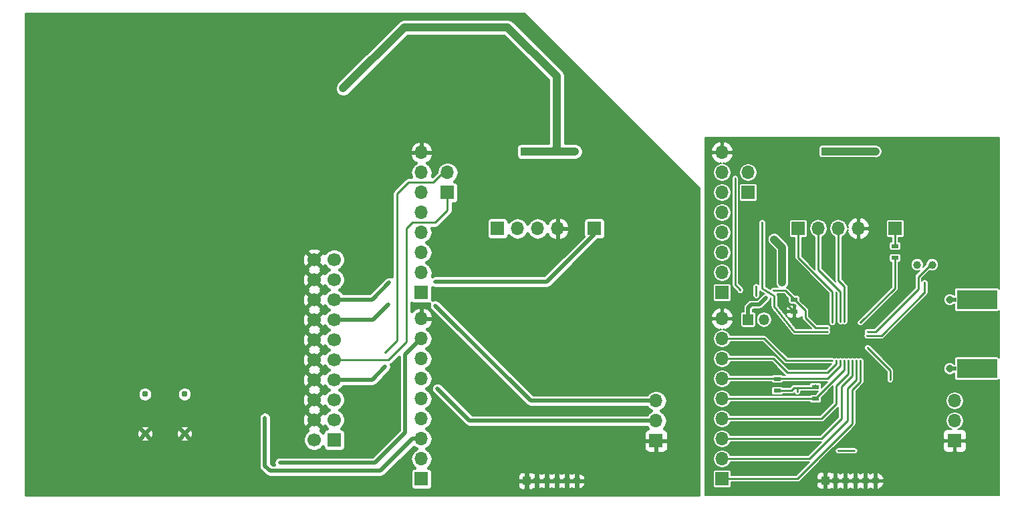
<source format=gbr>
G04 This is an RS-274x file exported by *
G04 gerbv version 2.6A *
G04 More information is available about gerbv at *
G04 http://gerbv.geda-project.org/ *
G04 --End of header info--*
%MOIN*%
%FSLAX34Y34*%
%IPPOS*%
G04 --Define apertures--*
%ADD10C,0.0039*%
%ADD11R,0.0531X0.0531*%
%ADD12O,0.0531X0.0531*%
%ADD13R,0.0669X0.0669*%
%ADD14C,0.0669*%
%ADD15R,0.0394X0.0394*%
%ADD16O,0.0394X0.0394*%
%ADD17R,0.2000X0.0953*%
%ADD18C,0.0382*%
%ADD19R,0.0360X0.0190*%
%ADD20C,0.0310*%
%ADD21R,0.0354X0.0197*%
%ADD22C,0.0394*%
%ADD23O,0.0669X0.0669*%
%ADD24C,0.0100*%
%ADD25C,0.0400*%
%ADD26C,0.0100*%
%ADD27C,0.0400*%
%ADD28C,0.0200*%
%ADD29C,0.0080*%
%ADD30C,0.0150*%
G04 --Start main section--*
G54D11*
G01X0036250Y0008950D03*
G54D12*
G01X0037037Y0008950D03*
G54D13*
G01X0015600Y0002950D03*
G54D14*
G01X0014600Y0002950D03*
G01X0015600Y0003950D03*
G01X0014600Y0003950D03*
G01X0015600Y0004950D03*
G01X0014600Y0004950D03*
G01X0015600Y0005950D03*
G01X0014600Y0005950D03*
G01X0015600Y0006950D03*
G01X0014600Y0006950D03*
G01X0015600Y0007950D03*
G01X0014600Y0007950D03*
G01X0015600Y0008950D03*
G01X0014600Y0008950D03*
G01X0015600Y0009950D03*
G01X0014600Y0009950D03*
G01X0015600Y0010950D03*
G01X0014600Y0010950D03*
G01X0015600Y0011950D03*
G01X0014600Y0011950D03*
G54D15*
G01X0040100Y0000900D03*
G54D16*
G01X0040600Y0000900D03*
G01X0041100Y0000900D03*
G01X0041600Y0000900D03*
G01X0042100Y0000900D03*
G01X0042600Y0000900D03*
G54D15*
G01X0040100Y0017350D03*
G54D16*
G01X0040600Y0017350D03*
G01X0041100Y0017350D03*
G01X0041600Y0017350D03*
G01X0042100Y0017350D03*
G01X0042600Y0017350D03*
G54D15*
G01X0025200Y0000900D03*
G54D16*
G01X0025700Y0000900D03*
G01X0026200Y0000900D03*
G01X0026700Y0000900D03*
G01X0027200Y0000900D03*
G01X0027700Y0000900D03*
G54D15*
G01X0025100Y0017350D03*
G54D16*
G01X0025600Y0017350D03*
G01X0026100Y0017350D03*
G01X0026600Y0017350D03*
G01X0027100Y0017350D03*
G01X0027600Y0017350D03*
G54D17*
G01X0047652Y0006501D03*
G01X0047652Y0009949D03*
G54D18*
G01X0046298Y0006501D03*
G01X0046298Y0009949D03*
G54D19*
G01X0046475Y0006501D03*
G01X0046475Y0009949D03*
G54D20*
G01X0006165Y0003265D03*
G01X0006165Y0005235D03*
G01X0008135Y0005235D03*
G01X0008135Y0003265D03*
G54D21*
G01X0043575Y0012620D03*
G01X0043575Y0012030D03*
G01X0038550Y0009355D03*
G01X0038550Y0009945D03*
G01X0037700Y0005995D03*
G01X0037700Y0005405D03*
G01X0039600Y0005005D03*
G01X0039600Y0005595D03*
G54D22*
G01X0045425Y0011695D03*
G01X0044677Y0011695D03*
G54D13*
G01X0038750Y0013500D03*
G54D23*
G01X0039750Y0013500D03*
G01X0040750Y0013500D03*
G01X0041750Y0013500D03*
G54D13*
G01X0023750Y0013500D03*
G54D23*
G01X0024750Y0013500D03*
G01X0025750Y0013500D03*
G01X0026750Y0013500D03*
G54D13*
G01X0028575Y0013500D03*
G01X0021250Y0015300D03*
G54D23*
G01X0021250Y0016300D03*
G54D13*
G01X0034950Y0010300D03*
G54D23*
G01X0034950Y0011300D03*
G01X0034950Y0012300D03*
G01X0034950Y0013300D03*
G01X0034950Y0014300D03*
G01X0034950Y0015300D03*
G01X0034950Y0016300D03*
G01X0034950Y0017300D03*
G54D13*
G01X0019950Y0010300D03*
G54D23*
G01X0019950Y0011300D03*
G01X0019950Y0012300D03*
G01X0019950Y0013300D03*
G01X0019950Y0014300D03*
G01X0019950Y0015300D03*
G01X0019950Y0016300D03*
G01X0019950Y0017300D03*
G54D13*
G01X0031650Y0002900D03*
G54D23*
G01X0031650Y0003900D03*
G01X0031650Y0004900D03*
G54D13*
G01X0036250Y0015300D03*
G54D23*
G01X0036250Y0016300D03*
G54D13*
G01X0034950Y0001000D03*
G54D23*
G01X0034950Y0002000D03*
G01X0034950Y0003000D03*
G01X0034950Y0004000D03*
G01X0034950Y0005000D03*
G01X0034950Y0006000D03*
G01X0034950Y0007000D03*
G01X0034950Y0008000D03*
G01X0034950Y0009000D03*
G54D13*
G01X0019950Y0001000D03*
G54D23*
G01X0019950Y0002000D03*
G01X0019950Y0003000D03*
G01X0019950Y0004000D03*
G01X0019950Y0005000D03*
G01X0019950Y0006000D03*
G01X0019950Y0007000D03*
G01X0019950Y0008000D03*
G01X0019950Y0009000D03*
G54D13*
G01X0046550Y0002900D03*
G54D23*
G01X0046550Y0003900D03*
G01X0046550Y0004900D03*
G54D13*
G01X0043575Y0013500D03*
G54D24*
G01X0046230Y0015200D03*
G01X0046230Y0014950D03*
G01X0046230Y0014700D03*
G01X0046230Y0014450D03*
G01X0046230Y0014200D03*
G01X0046230Y0013950D03*
G01X0046230Y0013700D03*
G01X0046230Y0013450D03*
G01X0046230Y0013200D03*
G01X0046230Y0012950D03*
G01X0046230Y0012700D03*
G01X0046230Y0012450D03*
G01X0045980Y0011950D03*
G01X0046230Y0011950D03*
G01X0041970Y0003680D03*
G01X0041970Y0003500D03*
G01X0041970Y0003320D03*
G01X0042370Y0003320D03*
G01X0042770Y0003320D03*
G01X0043170Y0003320D03*
G01X0043570Y0003320D03*
G01X0043970Y0003320D03*
G01X0044180Y0003680D03*
G01X0044180Y0003320D03*
G01X0046230Y0012200D03*
G01X0041260Y0007630D03*
G01X0041260Y0007850D03*
G01X0041260Y0008070D03*
G01X0041480Y0008070D03*
G01X0041480Y0007630D03*
G01X0041480Y0007850D03*
G01X0041040Y0008070D03*
G01X0041040Y0007630D03*
G01X0040820Y0007630D03*
G01X0040820Y0008070D03*
G01X0041040Y0007850D03*
G01X0040820Y0007850D03*
G01X0041150Y0007300D03*
G01X0041150Y0008400D03*
G01X0040600Y0007850D03*
G01X0041700Y0007850D03*
G01X0041700Y0007300D03*
G01X0041700Y0008400D03*
G01X0040600Y0007300D03*
G01X0044180Y0003500D03*
G01X0038050Y0009850D03*
G01X0038550Y0010350D03*
G01X0040650Y0008750D03*
G01X0040600Y0008400D03*
G01X0037150Y0010050D03*
G54D25*
G01X0037950Y0010800D03*
G01X0037550Y0012950D03*
G54D24*
G01X0038700Y0005350D03*
G54D25*
G01X0016050Y0020500D03*
G54D24*
G01X0042200Y0007550D03*
G01X0043325Y0005950D03*
G01X0045050Y0010800D03*
G01X0042180Y0008145D03*
G01X0042190Y0008350D03*
G01X0020750Y0005500D03*
G01X0018150Y0007300D03*
G01X0018150Y0006600D03*
G01X0018300Y0009700D03*
G01X0020650Y0009650D03*
G01X0020650Y0010850D03*
G01X0018350Y0010800D03*
G01X0036650Y0010150D03*
G01X0036650Y0010600D03*
G01X0040450Y0006900D03*
G01X0041050Y0006900D03*
G01X0037500Y0010400D03*
G01X0035850Y0010400D03*
G01X0035600Y0016000D03*
G01X0040200Y0008550D03*
G01X0040200Y0008350D03*
G01X0036950Y0013800D03*
G01X0040750Y0002400D03*
G01X0041550Y0002400D03*
G01X0040850Y0006900D03*
G01X0040650Y0006900D03*
G01X0040450Y0008800D03*
G01X0040850Y0008850D03*
G01X0041050Y0008850D03*
G01X0041250Y0006900D03*
G01X0041450Y0006900D03*
G01X0041650Y0006900D03*
G01X0041850Y0006900D03*
G01X0012900Y0001800D03*
G01X0012150Y0004050D03*
G01X0041850Y0008800D03*
G54D26*
G01X0038550Y0009355D02*
G01X0038545Y0009355D01*
G01X0038545Y0009355D02*
G01X0038050Y0009850D01*
G01X0040650Y0008750D02*
G01X0040600Y0008700D01*
G01X0040600Y0008700D02*
G01X0040600Y0008400D01*
G54D27*
G01X0040100Y0017350D02*
G01X0042600Y0017350D01*
G01X0026700Y0017500D02*
G01X0026700Y0021100D01*
G01X0024250Y0023550D02*
G01X0026700Y0021100D01*
G01X0019100Y0023550D02*
G01X0024250Y0023550D01*
G01X0019100Y0023550D02*
G01X0016050Y0020500D01*
G01X0026700Y0017500D02*
G01X0026550Y0017350D01*
G01X0026550Y0017350D02*
G01X0027600Y0017350D01*
G01X0027600Y0017350D02*
G01X0025100Y0017350D01*
G54D28*
G01X0036250Y0009550D02*
G01X0036250Y0008950D01*
G01X0036400Y0009700D02*
G01X0036250Y0009550D01*
G01X0036800Y0009700D02*
G01X0036400Y0009700D01*
G01X0037150Y0010050D02*
G01X0036800Y0009700D01*
G54D27*
G01X0037950Y0012550D02*
G01X0037950Y0010800D01*
G01X0037550Y0012950D02*
G01X0037950Y0012550D01*
G54D26*
G01X0038700Y0005550D02*
G01X0038700Y0005350D01*
G01X0037700Y0005405D02*
G01X0038405Y0005405D01*
G01X0038405Y0005405D02*
G01X0038550Y0005550D01*
G01X0039600Y0005550D02*
G01X0038700Y0005550D01*
G01X0038700Y0005550D02*
G01X0038550Y0005550D01*
G01X0039600Y0005550D02*
G01X0039600Y0005595D01*
G01X0039600Y0005600D02*
G01X0039600Y0005595D01*
G54D28*
G01X0039600Y0005600D02*
G01X0039600Y0005595D01*
G54D26*
G01X0042200Y0007550D02*
G01X0043325Y0006425D01*
G01X0043325Y0006425D02*
G01X0043325Y0005950D01*
G01X0045050Y0010300D02*
G01X0045050Y0010800D01*
G01X0042895Y0008145D02*
G01X0045050Y0010300D01*
G01X0045050Y0010300D02*
G01X0045000Y0010250D01*
G01X0042180Y0008145D02*
G01X0042895Y0008145D01*
G01X0044725Y0011086D02*
G01X0045335Y0011696D01*
G01X0045335Y0011696D02*
G01X0045426Y0011696D01*
G01X0045426Y0011696D02*
G01X0045425Y0011695D01*
G01X0044225Y0009965D02*
G01X0044725Y0010465D01*
G01X0044725Y0010465D02*
G01X0044725Y0011086D01*
G01X0044725Y0011086D02*
G01X0044725Y0011075D01*
G01X0042190Y0008350D02*
G01X0042610Y0008350D01*
G01X0042610Y0008350D02*
G01X0044225Y0009965D01*
G01X0044225Y0009965D02*
G01X0044230Y0009970D01*
G54D28*
G01X0031650Y0003900D02*
G01X0022350Y0003900D01*
G01X0022350Y0003900D02*
G01X0020750Y0005500D01*
G54D26*
G01X0021250Y0016300D02*
G01X0021050Y0016300D01*
G01X0021050Y0016300D02*
G01X0020550Y0015800D01*
G01X0020550Y0015800D02*
G01X0019300Y0015800D01*
G01X0019300Y0015800D02*
G01X0018750Y0015250D01*
G01X0018750Y0015250D02*
G01X0018750Y0007900D01*
G01X0018750Y0007900D02*
G01X0018150Y0007300D01*
G54D28*
G01X0018150Y0006600D02*
G01X0017500Y0005950D01*
G01X0017500Y0005950D02*
G01X0015600Y0005950D01*
G54D26*
G01X0021250Y0015300D02*
G01X0021250Y0014400D01*
G01X0018300Y0006950D02*
G01X0015600Y0006950D01*
G01X0019200Y0007850D02*
G01X0018300Y0006950D01*
G01X0019200Y0013500D02*
G01X0019200Y0007850D01*
G01X0019500Y0013800D02*
G01X0019200Y0013500D01*
G01X0020650Y0013800D02*
G01X0019500Y0013800D01*
G01X0021250Y0014400D02*
G01X0020650Y0013800D01*
G54D28*
G01X0031650Y0004900D02*
G01X0025400Y0004900D01*
G01X0017550Y0008950D02*
G01X0015600Y0008950D01*
G01X0018300Y0009700D02*
G01X0017550Y0008950D01*
G01X0025400Y0004900D02*
G01X0020650Y0009650D01*
G01X0028575Y0013500D02*
G01X0028575Y0013225D01*
G01X0028575Y0013225D02*
G01X0026200Y0010850D01*
G01X0026200Y0010850D02*
G01X0020650Y0010850D01*
G01X0018350Y0010800D02*
G01X0017500Y0009950D01*
G01X0017500Y0009950D02*
G01X0015600Y0009950D01*
G54D26*
G01X0036650Y0010600D02*
G01X0036650Y0010150D01*
G01X0034950Y0008000D02*
G01X0037050Y0008000D01*
G01X0038150Y0006900D02*
G01X0040450Y0006900D01*
G01X0037050Y0008000D02*
G01X0038150Y0006900D01*
G01X0034950Y0005000D02*
G01X0039600Y0005000D01*
G01X0039600Y0005000D02*
G01X0041050Y0006450D01*
G01X0041050Y0006450D02*
G01X0041050Y0006900D01*
G01X0038100Y0010400D02*
G01X0038550Y0009950D01*
G01X0038550Y0009950D02*
G01X0038550Y0009945D01*
G01X0037500Y0010400D02*
G01X0038100Y0010400D01*
G01X0035850Y0010450D02*
G01X0035850Y0010400D01*
G01X0035600Y0010700D02*
G01X0035850Y0010450D01*
G01X0035600Y0016000D02*
G01X0035600Y0010700D01*
G01X0039600Y0008550D02*
G01X0040200Y0008550D01*
G01X0039100Y0009050D02*
G01X0039600Y0008550D01*
G01X0039100Y0009400D02*
G01X0039100Y0009050D01*
G01X0038100Y0010400D02*
G01X0039100Y0009400D01*
G01X0037550Y0010150D02*
G01X0037550Y0009600D01*
G01X0038550Y0008350D02*
G01X0040200Y0008350D01*
G01X0037550Y0009600D02*
G01X0038550Y0008350D01*
G01X0037550Y0010150D02*
G01X0036950Y0010500D01*
G01X0036950Y0013800D02*
G01X0036950Y0010500D01*
G01X0041550Y0002400D02*
G01X0040750Y0002400D01*
G01X0037700Y0005995D02*
G01X0037700Y0006000D01*
G01X0037700Y0006000D02*
G01X0040200Y0006000D01*
G01X0040200Y0006000D02*
G01X0040850Y0006650D01*
G01X0040850Y0006650D02*
G01X0040850Y0006900D01*
G01X0034950Y0006000D02*
G01X0040200Y0006000D01*
G01X0040850Y0006650D02*
G01X0040850Y0006900D01*
G01X0040200Y0006000D02*
G01X0040850Y0006650D01*
G01X0034950Y0007000D02*
G01X0037500Y0007000D01*
G01X0040650Y0006750D02*
G01X0040650Y0006900D01*
G01X0040200Y0006300D02*
G01X0040650Y0006750D01*
G01X0038200Y0006300D02*
G01X0040200Y0006300D01*
G01X0037500Y0007000D02*
G01X0038200Y0006300D01*
G01X0038750Y0013500D02*
G01X0038750Y0012050D01*
G01X0040450Y0010350D02*
G01X0040450Y0008800D01*
G01X0038750Y0012050D02*
G01X0040450Y0010350D01*
G01X0039750Y0013500D02*
G01X0039750Y0011450D01*
G01X0040850Y0010350D02*
G01X0040850Y0008850D01*
G01X0039750Y0011450D02*
G01X0040850Y0010350D01*
G01X0040750Y0013500D02*
G01X0040750Y0010900D01*
G01X0040750Y0010900D02*
G01X0041050Y0010600D01*
G01X0041050Y0010600D02*
G01X0041050Y0008850D01*
G01X0034950Y0004000D02*
G01X0039900Y0004000D01*
G01X0041250Y0006250D02*
G01X0041250Y0006900D01*
G01X0040650Y0005650D02*
G01X0041250Y0006250D01*
G01X0040650Y0004750D02*
G01X0040650Y0005650D01*
G01X0039900Y0004000D02*
G01X0040650Y0004750D01*
G01X0034950Y0003000D02*
G01X0039900Y0003000D01*
G01X0041450Y0006150D02*
G01X0041450Y0006900D01*
G01X0040900Y0005600D02*
G01X0041450Y0006150D01*
G01X0040900Y0004000D02*
G01X0040900Y0005600D01*
G01X0039900Y0003000D02*
G01X0040900Y0004000D01*
G01X0034950Y0002000D02*
G01X0039300Y0002000D01*
G01X0041650Y0005950D02*
G01X0041650Y0006900D01*
G01X0041200Y0005500D02*
G01X0041650Y0005950D01*
G01X0041200Y0003900D02*
G01X0041200Y0005500D01*
G01X0039300Y0002000D02*
G01X0041200Y0003900D01*
G01X0034950Y0001000D02*
G01X0038700Y0001000D01*
G01X0041850Y0005850D02*
G01X0041850Y0006900D01*
G01X0041450Y0005450D02*
G01X0041850Y0005850D01*
G01X0041450Y0003750D02*
G01X0041450Y0005450D01*
G01X0038700Y0001000D02*
G01X0041450Y0003750D01*
G54D28*
G01X0019150Y0007200D02*
G01X0019950Y0008000D01*
G01X0019150Y0003300D02*
G01X0019150Y0007200D01*
G01X0017650Y0001800D02*
G01X0019150Y0003300D01*
G01X0012900Y0001800D02*
G01X0017650Y0001800D01*
G01X0019500Y0003000D02*
G01X0019950Y0003000D01*
G01X0017900Y0001400D02*
G01X0019500Y0003000D01*
G01X0012400Y0001400D02*
G01X0017900Y0001400D01*
G01X0012150Y0001650D02*
G01X0012400Y0001400D01*
G01X0012150Y0002000D02*
G01X0012150Y0001650D01*
G01X0012150Y0002850D02*
G01X0012150Y0002000D01*
G01X0012150Y0004050D02*
G01X0012150Y0002850D01*
G54D26*
G01X0043575Y0013500D02*
G01X0043575Y0012625D01*
G01X0043575Y0012625D02*
G01X0043575Y0012620D01*
G01X0043575Y0012030D02*
G01X0043575Y0010525D01*
G01X0043575Y0010525D02*
G01X0041850Y0008800D01*
G01X0034950Y0011300D02*
G01X0034950Y0011200D01*
G54D29*
G36*
G01X0048760Y0010480D02*
G01X0048740Y0010511D01*
G01X0048700Y0010538D01*
G01X0048652Y0010548D01*
G01X0046652Y0010548D01*
G01X0046608Y0010540D01*
G01X0046567Y0010513D01*
G01X0046539Y0010473D01*
G01X0046530Y0010426D01*
G01X0046530Y0010167D01*
G01X0046520Y0010167D01*
G01X0046474Y0010213D01*
G01X0046360Y0010260D01*
G01X0046236Y0010260D01*
G01X0046122Y0010213D01*
G01X0046034Y0010126D01*
G01X0045987Y0010012D01*
G01X0045987Y0009888D01*
G01X0046034Y0009774D01*
G01X0046121Y0009686D01*
G01X0046236Y0009639D01*
G01X0046359Y0009638D01*
G01X0046474Y0009686D01*
G01X0046520Y0009732D01*
G01X0046530Y0009732D01*
G01X0046530Y0009473D01*
G01X0046538Y0009429D01*
G01X0046564Y0009388D01*
G01X0046605Y0009360D01*
G01X0046652Y0009351D01*
G01X0048652Y0009351D01*
G01X0048697Y0009359D01*
G01X0048737Y0009385D01*
G01X0048760Y0009418D01*
G01X0048760Y0007031D01*
G01X0048740Y0007062D01*
G01X0048700Y0007090D01*
G01X0048652Y0007099D01*
G01X0046652Y0007099D01*
G01X0046608Y0007091D01*
G01X0046567Y0007065D01*
G01X0046539Y0007025D01*
G01X0046530Y0006977D01*
G01X0046530Y0006718D01*
G01X0046520Y0006718D01*
G01X0046474Y0006764D01*
G01X0046360Y0006811D01*
G01X0046236Y0006812D01*
G01X0046122Y0006764D01*
G01X0046034Y0006677D01*
G01X0045987Y0006563D01*
G01X0045987Y0006439D01*
G01X0046034Y0006325D01*
G01X0046121Y0006237D01*
G01X0046236Y0006190D01*
G01X0046359Y0006190D01*
G01X0046474Y0006237D01*
G01X0046520Y0006283D01*
G01X0046530Y0006283D01*
G01X0046530Y0006024D01*
G01X0046538Y0005980D01*
G01X0046564Y0005939D01*
G01X0046605Y0005912D01*
G01X0046652Y0005902D01*
G01X0048652Y0005902D01*
G01X0048697Y0005910D01*
G01X0048737Y0005937D01*
G01X0048760Y0005969D01*
G01X0048760Y0000190D01*
G01X0034090Y0000190D01*
G01X0034090Y0008851D01*
G01X0034395Y0008851D01*
G01X0034452Y0008713D01*
G01X0034600Y0008544D01*
G01X0034801Y0008445D01*
G01X0034890Y0008488D01*
G01X0034890Y0008444D01*
G01X0034767Y0008420D01*
G01X0034620Y0008321D01*
G01X0034521Y0008174D01*
G01X0034486Y0008000D01*
G01X0034521Y0007826D01*
G01X0034620Y0007679D01*
G01X0034767Y0007580D01*
G01X0034941Y0007545D01*
G01X0034959Y0007545D01*
G01X0035133Y0007580D01*
G01X0035280Y0007679D01*
G01X0035379Y0007826D01*
G01X0035380Y0007830D01*
G01X0036980Y0007830D01*
G01X0038030Y0006780D01*
G01X0038030Y0006780D01*
G01X0038085Y0006743D01*
G01X0038096Y0006741D01*
G01X0038150Y0006730D01*
G01X0038150Y0006730D01*
G01X0040390Y0006730D01*
G01X0040130Y0006470D01*
G01X0038270Y0006470D01*
G01X0037620Y0007120D01*
G01X0037565Y0007157D01*
G01X0037500Y0007170D01*
G01X0035380Y0007170D01*
G01X0035379Y0007174D01*
G01X0035280Y0007321D01*
G01X0035133Y0007420D01*
G01X0034959Y0007455D01*
G01X0034941Y0007455D01*
G01X0034767Y0007420D01*
G01X0034620Y0007321D01*
G01X0034521Y0007174D01*
G01X0034486Y0007000D01*
G01X0034521Y0006826D01*
G01X0034620Y0006679D01*
G01X0034767Y0006580D01*
G01X0034941Y0006545D01*
G01X0034959Y0006545D01*
G01X0035133Y0006580D01*
G01X0035280Y0006679D01*
G01X0035379Y0006826D01*
G01X0035380Y0006830D01*
G01X0037430Y0006830D01*
G01X0038080Y0006180D01*
G01X0038094Y0006170D01*
G01X0037971Y0006170D01*
G01X0037965Y0006179D01*
G01X0037925Y0006206D01*
G01X0037877Y0006216D01*
G01X0037523Y0006216D01*
G01X0037478Y0006208D01*
G01X0037438Y0006181D01*
G01X0037430Y0006170D01*
G01X0035380Y0006170D01*
G01X0035379Y0006174D01*
G01X0035280Y0006321D01*
G01X0035133Y0006420D01*
G01X0034959Y0006455D01*
G01X0034941Y0006455D01*
G01X0034767Y0006420D01*
G01X0034620Y0006321D01*
G01X0034521Y0006174D01*
G01X0034486Y0006000D01*
G01X0034521Y0005826D01*
G01X0034620Y0005679D01*
G01X0034767Y0005580D01*
G01X0034941Y0005545D01*
G01X0034959Y0005545D01*
G01X0035133Y0005580D01*
G01X0035280Y0005679D01*
G01X0035379Y0005826D01*
G01X0035380Y0005830D01*
G01X0037423Y0005830D01*
G01X0037435Y0005812D01*
G01X0037475Y0005784D01*
G01X0037523Y0005774D01*
G01X0037877Y0005774D01*
G01X0037922Y0005783D01*
G01X0037962Y0005809D01*
G01X0037977Y0005830D01*
G01X0040190Y0005830D01*
G01X0039900Y0005540D01*
G01X0039900Y0005694D01*
G01X0039891Y0005738D01*
G01X0039865Y0005779D01*
G01X0039825Y0005806D01*
G01X0039777Y0005816D01*
G01X0039620Y0005816D01*
G01X0039600Y0005820D01*
G01X0039580Y0005816D01*
G01X0039423Y0005816D01*
G01X0039378Y0005808D01*
G01X0039338Y0005781D01*
G01X0039310Y0005741D01*
G01X0039306Y0005720D01*
G01X0038550Y0005720D01*
G01X0038550Y0005720D01*
G01X0038496Y0005709D01*
G01X0038485Y0005707D01*
G01X0038442Y0005679D01*
G01X0038430Y0005670D01*
G01X0038334Y0005575D01*
G01X0037974Y0005575D01*
G01X0037965Y0005588D01*
G01X0037925Y0005616D01*
G01X0037877Y0005626D01*
G01X0037523Y0005626D01*
G01X0037478Y0005617D01*
G01X0037438Y0005591D01*
G01X0037410Y0005551D01*
G01X0037400Y0005503D01*
G01X0037400Y0005306D01*
G01X0037409Y0005262D01*
G01X0037435Y0005221D01*
G01X0037475Y0005194D01*
G01X0037523Y0005184D01*
G01X0037877Y0005184D01*
G01X0037922Y0005192D01*
G01X0037962Y0005219D01*
G01X0037973Y0005235D01*
G01X0038405Y0005235D01*
G01X0038470Y0005248D01*
G01X0038525Y0005285D01*
G01X0038538Y0005297D01*
G01X0038543Y0005285D01*
G01X0038543Y0005285D01*
G01X0038543Y0005285D01*
G01X0038556Y0005254D01*
G01X0038580Y0005230D01*
G01X0038580Y0005230D01*
G01X0038580Y0005230D01*
G01X0038604Y0005206D01*
G01X0038635Y0005193D01*
G01X0038635Y0005193D01*
G01X0038635Y0005193D01*
G01X0038666Y0005180D01*
G01X0038700Y0005180D01*
G01X0038700Y0005180D01*
G01X0038700Y0005180D01*
G01X0038734Y0005180D01*
G01X0038765Y0005193D01*
G01X0038765Y0005193D01*
G01X0038765Y0005193D01*
G01X0038796Y0005206D01*
G01X0038820Y0005230D01*
G01X0038820Y0005230D01*
G01X0038820Y0005230D01*
G01X0038844Y0005254D01*
G01X0038857Y0005285D01*
G01X0038857Y0005285D01*
G01X0038857Y0005285D01*
G01X0038870Y0005316D01*
G01X0038870Y0005350D01*
G01X0038870Y0005350D01*
G01X0038870Y0005350D01*
G01X0038870Y0005380D01*
G01X0039396Y0005380D01*
G01X0039423Y0005374D01*
G01X0039734Y0005374D01*
G01X0039585Y0005226D01*
G01X0039423Y0005226D01*
G01X0039378Y0005217D01*
G01X0039338Y0005191D01*
G01X0039323Y0005170D01*
G01X0035380Y0005170D01*
G01X0035379Y0005174D01*
G01X0035280Y0005321D01*
G01X0035133Y0005420D01*
G01X0034959Y0005455D01*
G01X0034941Y0005455D01*
G01X0034767Y0005420D01*
G01X0034620Y0005321D01*
G01X0034521Y0005174D01*
G01X0034486Y0005000D01*
G01X0034521Y0004826D01*
G01X0034620Y0004679D01*
G01X0034767Y0004580D01*
G01X0034941Y0004545D01*
G01X0034959Y0004545D01*
G01X0035133Y0004580D01*
G01X0035280Y0004679D01*
G01X0035379Y0004826D01*
G01X0035380Y0004830D01*
G01X0039329Y0004830D01*
G01X0039335Y0004821D01*
G01X0039375Y0004794D01*
G01X0039423Y0004784D01*
G01X0039777Y0004784D01*
G01X0039822Y0004792D01*
G01X0039862Y0004819D01*
G01X0039890Y0004859D01*
G01X0039900Y0004906D01*
G01X0039900Y0005059D01*
G01X0040480Y0005640D01*
G01X0040480Y0004820D01*
G01X0039830Y0004170D01*
G01X0035380Y0004170D01*
G01X0035379Y0004174D01*
G01X0035280Y0004321D01*
G01X0035133Y0004420D01*
G01X0034959Y0004455D01*
G01X0034941Y0004455D01*
G01X0034767Y0004420D01*
G01X0034620Y0004321D01*
G01X0034521Y0004174D01*
G01X0034486Y0004000D01*
G01X0034521Y0003826D01*
G01X0034620Y0003679D01*
G01X0034767Y0003580D01*
G01X0034941Y0003545D01*
G01X0034959Y0003545D01*
G01X0035133Y0003580D01*
G01X0035280Y0003679D01*
G01X0035379Y0003826D01*
G01X0035380Y0003830D01*
G01X0039900Y0003830D01*
G01X0039965Y0003843D01*
G01X0040020Y0003880D01*
G01X0040730Y0004590D01*
G01X0040730Y0004070D01*
G01X0039830Y0003170D01*
G01X0035380Y0003170D01*
G01X0035379Y0003174D01*
G01X0035280Y0003321D01*
G01X0035133Y0003420D01*
G01X0034959Y0003455D01*
G01X0034941Y0003455D01*
G01X0034767Y0003420D01*
G01X0034620Y0003321D01*
G01X0034521Y0003174D01*
G01X0034486Y0003000D01*
G01X0034521Y0002826D01*
G01X0034620Y0002679D01*
G01X0034767Y0002580D01*
G01X0034941Y0002545D01*
G01X0034959Y0002545D01*
G01X0035133Y0002580D01*
G01X0035280Y0002679D01*
G01X0035379Y0002826D01*
G01X0035380Y0002830D01*
G01X0039890Y0002830D01*
G01X0039230Y0002170D01*
G01X0035380Y0002170D01*
G01X0035379Y0002174D01*
G01X0035280Y0002321D01*
G01X0035133Y0002420D01*
G01X0034959Y0002455D01*
G01X0034941Y0002455D01*
G01X0034767Y0002420D01*
G01X0034620Y0002321D01*
G01X0034521Y0002174D01*
G01X0034486Y0002000D01*
G01X0034521Y0001826D01*
G01X0034620Y0001679D01*
G01X0034767Y0001580D01*
G01X0034941Y0001545D01*
G01X0034959Y0001545D01*
G01X0035133Y0001580D01*
G01X0035280Y0001679D01*
G01X0035379Y0001826D01*
G01X0035380Y0001830D01*
G01X0039290Y0001830D01*
G01X0038630Y0001170D01*
G01X0035407Y0001170D01*
G01X0035407Y0001335D01*
G01X0035399Y0001379D01*
G01X0035372Y0001420D01*
G01X0035332Y0001447D01*
G01X0035285Y0001457D01*
G01X0034615Y0001457D01*
G01X0034571Y0001449D01*
G01X0034530Y0001422D01*
G01X0034503Y0001382D01*
G01X0034493Y0001335D01*
G01X0034493Y0000665D01*
G01X0034501Y0000621D01*
G01X0034528Y0000580D01*
G01X0034568Y0000553D01*
G01X0034615Y0000543D01*
G01X0035285Y0000543D01*
G01X0035329Y0000551D01*
G01X0035370Y0000578D01*
G01X0035397Y0000618D01*
G01X0035407Y0000665D01*
G01X0035407Y0000780D01*
G01X0039663Y0000780D01*
G01X0039663Y0000655D01*
G01X0039700Y0000567D01*
G01X0039767Y0000500D01*
G01X0039855Y0000463D01*
G01X0039980Y0000463D01*
G01X0040040Y0000523D01*
G01X0040040Y0000840D01*
G01X0040160Y0000840D01*
G01X0040160Y0000523D01*
G01X0040220Y0000463D01*
G01X0040345Y0000463D01*
G01X0040432Y0000499D01*
G01X0040473Y0000482D01*
G01X0040540Y0000528D01*
G01X0040540Y0000840D01*
G01X0040660Y0000840D01*
G01X0040660Y0000528D01*
G01X0040727Y0000482D01*
G01X0040806Y0000515D01*
G01X0040850Y0000551D01*
G01X0040894Y0000515D01*
G01X0040973Y0000482D01*
G01X0041040Y0000528D01*
G01X0041040Y0000840D01*
G01X0041160Y0000840D01*
G01X0041160Y0000528D01*
G01X0041227Y0000482D01*
G01X0041306Y0000515D01*
G01X0041350Y0000551D01*
G01X0041394Y0000515D01*
G01X0041473Y0000482D01*
G01X0041540Y0000528D01*
G01X0041540Y0000840D01*
G01X0041660Y0000840D01*
G01X0041660Y0000528D01*
G01X0041727Y0000482D01*
G01X0041806Y0000515D01*
G01X0041850Y0000551D01*
G01X0041894Y0000515D01*
G01X0041973Y0000482D01*
G01X0042040Y0000528D01*
G01X0042040Y0000840D01*
G01X0042160Y0000840D01*
G01X0042160Y0000528D01*
G01X0042227Y0000482D01*
G01X0042306Y0000515D01*
G01X0042350Y0000551D01*
G01X0042394Y0000515D01*
G01X0042473Y0000482D01*
G01X0042540Y0000528D01*
G01X0042540Y0000840D01*
G01X0042660Y0000840D01*
G01X0042660Y0000528D01*
G01X0042727Y0000482D01*
G01X0042806Y0000515D01*
G01X0042938Y0000623D01*
G01X0043018Y0000773D01*
G01X0042973Y0000840D01*
G01X0042660Y0000840D01*
G01X0042540Y0000840D01*
G01X0042160Y0000840D01*
G01X0042040Y0000840D01*
G01X0041660Y0000840D01*
G01X0041540Y0000840D01*
G01X0041160Y0000840D01*
G01X0041040Y0000840D01*
G01X0040660Y0000840D01*
G01X0040540Y0000840D01*
G01X0040160Y0000840D01*
G01X0040040Y0000840D01*
G01X0039723Y0000840D01*
G01X0039663Y0000780D01*
G01X0035407Y0000780D01*
G01X0035407Y0000830D01*
G01X0038700Y0000830D01*
G01X0038765Y0000843D01*
G01X0038820Y0000880D01*
G01X0039085Y0001145D01*
G01X0039663Y0001145D01*
G01X0039663Y0001020D01*
G01X0039723Y0000960D01*
G01X0040040Y0000960D01*
G01X0040040Y0001277D01*
G01X0040160Y0001277D01*
G01X0040160Y0000960D01*
G01X0040540Y0000960D01*
G01X0040540Y0001272D01*
G01X0040660Y0001272D01*
G01X0040660Y0000960D01*
G01X0041040Y0000960D01*
G01X0041040Y0001272D01*
G01X0041160Y0001272D01*
G01X0041160Y0000960D01*
G01X0041540Y0000960D01*
G01X0041540Y0001272D01*
G01X0041660Y0001272D01*
G01X0041660Y0000960D01*
G01X0042040Y0000960D01*
G01X0042040Y0001272D01*
G01X0042160Y0001272D01*
G01X0042160Y0000960D01*
G01X0042540Y0000960D01*
G01X0042540Y0001272D01*
G01X0042660Y0001272D01*
G01X0042660Y0000960D01*
G01X0042973Y0000960D01*
G01X0043018Y0001027D01*
G01X0042938Y0001177D01*
G01X0042806Y0001285D01*
G01X0042727Y0001318D01*
G01X0042660Y0001272D01*
G01X0042540Y0001272D01*
G01X0042473Y0001318D01*
G01X0042394Y0001285D01*
G01X0042350Y0001249D01*
G01X0042306Y0001285D01*
G01X0042227Y0001318D01*
G01X0042160Y0001272D01*
G01X0042040Y0001272D01*
G01X0041973Y0001318D01*
G01X0041894Y0001285D01*
G01X0041850Y0001249D01*
G01X0041806Y0001285D01*
G01X0041727Y0001318D01*
G01X0041660Y0001272D01*
G01X0041540Y0001272D01*
G01X0041473Y0001318D01*
G01X0041394Y0001285D01*
G01X0041350Y0001249D01*
G01X0041306Y0001285D01*
G01X0041227Y0001318D01*
G01X0041160Y0001272D01*
G01X0041040Y0001272D01*
G01X0040973Y0001318D01*
G01X0040894Y0001285D01*
G01X0040850Y0001249D01*
G01X0040806Y0001285D01*
G01X0040727Y0001318D01*
G01X0040660Y0001272D01*
G01X0040540Y0001272D01*
G01X0040473Y0001318D01*
G01X0040432Y0001301D01*
G01X0040345Y0001337D01*
G01X0040220Y0001337D01*
G01X0040160Y0001277D01*
G01X0040040Y0001277D01*
G01X0039980Y0001337D01*
G01X0039855Y0001337D01*
G01X0039767Y0001300D01*
G01X0039700Y0001233D01*
G01X0039663Y0001145D01*
G01X0039085Y0001145D01*
G01X0040307Y0002366D01*
G01X0040580Y0002366D01*
G01X0040593Y0002335D01*
G01X0040593Y0002335D01*
G01X0040593Y0002335D01*
G01X0040606Y0002304D01*
G01X0040630Y0002280D01*
G01X0040630Y0002280D01*
G01X0040630Y0002280D01*
G01X0040654Y0002256D01*
G01X0040685Y0002243D01*
G01X0040685Y0002243D01*
G01X0040685Y0002243D01*
G01X0040716Y0002230D01*
G01X0040750Y0002230D01*
G01X0040750Y0002230D01*
G01X0040750Y0002230D01*
G01X0040784Y0002230D01*
G01X0040784Y0002230D01*
G01X0041550Y0002230D01*
G01X0041550Y0002230D01*
G01X0041584Y0002230D01*
G01X0041615Y0002243D01*
G01X0041615Y0002243D01*
G01X0041615Y0002243D01*
G01X0041646Y0002256D01*
G01X0041670Y0002280D01*
G01X0041670Y0002280D01*
G01X0041670Y0002280D01*
G01X0041694Y0002304D01*
G01X0041707Y0002335D01*
G01X0041707Y0002335D01*
G01X0041707Y0002335D01*
G01X0041720Y0002366D01*
G01X0041720Y0002400D01*
G01X0041720Y0002400D01*
G01X0041720Y0002400D01*
G01X0041720Y0002434D01*
G01X0041707Y0002465D01*
G01X0041707Y0002465D01*
G01X0041707Y0002465D01*
G01X0041694Y0002496D01*
G01X0041670Y0002520D01*
G01X0041670Y0002520D01*
G01X0041670Y0002520D01*
G01X0041646Y0002544D01*
G01X0041615Y0002557D01*
G01X0041615Y0002557D01*
G01X0041615Y0002557D01*
G01X0041584Y0002570D01*
G01X0041550Y0002570D01*
G01X0041550Y0002570D01*
G01X0041550Y0002570D01*
G01X0041516Y0002570D01*
G01X0041516Y0002570D01*
G01X0040750Y0002570D01*
G01X0040750Y0002570D01*
G01X0040716Y0002570D01*
G01X0040685Y0002557D01*
G01X0040685Y0002557D01*
G01X0040685Y0002557D01*
G01X0040654Y0002544D01*
G01X0040630Y0002520D01*
G01X0040630Y0002520D01*
G01X0040630Y0002520D01*
G01X0040606Y0002496D01*
G01X0040593Y0002465D01*
G01X0040593Y0002465D01*
G01X0040593Y0002465D01*
G01X0040580Y0002434D01*
G01X0040580Y0002400D01*
G01X0040580Y0002400D01*
G01X0040580Y0002400D01*
G01X0040580Y0002366D01*
G01X0040307Y0002366D01*
G01X0040720Y0002780D01*
G01X0045975Y0002780D01*
G01X0045975Y0002518D01*
G01X0046012Y0002429D01*
G01X0046079Y0002362D01*
G01X0046168Y0002325D01*
G01X0046430Y0002325D01*
G01X0046490Y0002385D01*
G01X0046490Y0002840D01*
G01X0046610Y0002840D01*
G01X0046610Y0002385D01*
G01X0046670Y0002325D01*
G01X0046932Y0002325D01*
G01X0047021Y0002362D01*
G01X0047088Y0002429D01*
G01X0047125Y0002518D01*
G01X0047125Y0002780D01*
G01X0047065Y0002840D01*
G01X0046610Y0002840D01*
G01X0046490Y0002840D01*
G01X0046035Y0002840D01*
G01X0045975Y0002780D01*
G01X0040720Y0002780D01*
G01X0041223Y0003282D01*
G01X0045975Y0003282D01*
G01X0045975Y0003020D01*
G01X0046035Y0002960D01*
G01X0046490Y0002960D01*
G01X0046490Y0002968D01*
G01X0046610Y0002968D01*
G01X0046610Y0002960D01*
G01X0047065Y0002960D01*
G01X0047125Y0003020D01*
G01X0047125Y0003282D01*
G01X0047088Y0003371D01*
G01X0047021Y0003438D01*
G01X0046932Y0003475D01*
G01X0046706Y0003475D01*
G01X0046733Y0003480D01*
G01X0046880Y0003579D01*
G01X0046979Y0003726D01*
G01X0047014Y0003900D01*
G01X0046979Y0004074D01*
G01X0046880Y0004221D01*
G01X0046733Y0004320D01*
G01X0046559Y0004355D01*
G01X0046541Y0004355D01*
G01X0046367Y0004320D01*
G01X0046220Y0004221D01*
G01X0046121Y0004074D01*
G01X0046086Y0003900D01*
G01X0046121Y0003726D01*
G01X0046220Y0003579D01*
G01X0046367Y0003480D01*
G01X0046394Y0003475D01*
G01X0046168Y0003475D01*
G01X0046079Y0003438D01*
G01X0046012Y0003371D01*
G01X0045975Y0003282D01*
G01X0041223Y0003282D01*
G01X0041570Y0003630D01*
G01X0041607Y0003685D01*
G01X0041615Y0003726D01*
G01X0041620Y0003750D01*
G01X0041620Y0003750D01*
G01X0041620Y0004900D01*
G01X0046086Y0004900D01*
G01X0046121Y0004726D01*
G01X0046220Y0004579D01*
G01X0046367Y0004480D01*
G01X0046541Y0004445D01*
G01X0046559Y0004445D01*
G01X0046733Y0004480D01*
G01X0046880Y0004579D01*
G01X0046979Y0004726D01*
G01X0047014Y0004900D01*
G01X0046979Y0005074D01*
G01X0046880Y0005221D01*
G01X0046733Y0005320D01*
G01X0046559Y0005355D01*
G01X0046541Y0005355D01*
G01X0046367Y0005320D01*
G01X0046220Y0005221D01*
G01X0046121Y0005074D01*
G01X0046086Y0004900D01*
G01X0041620Y0004900D01*
G01X0041620Y0005380D01*
G01X0041970Y0005730D01*
G01X0041978Y0005741D01*
G01X0042007Y0005785D01*
G01X0042020Y0005850D01*
G01X0042020Y0006900D01*
G01X0042020Y0006900D01*
G01X0042020Y0006934D01*
G01X0042007Y0006965D01*
G01X0042007Y0006965D01*
G01X0042007Y0006965D01*
G01X0041994Y0006996D01*
G01X0041970Y0007020D01*
G01X0041970Y0007020D01*
G01X0041970Y0007020D01*
G01X0041946Y0007044D01*
G01X0041915Y0007057D01*
G01X0041915Y0007057D01*
G01X0041915Y0007057D01*
G01X0041884Y0007070D01*
G01X0041850Y0007070D01*
G01X0041850Y0007070D01*
G01X0041850Y0007070D01*
G01X0041816Y0007070D01*
G01X0041785Y0007057D01*
G01X0041785Y0007057D01*
G01X0041785Y0007057D01*
G01X0041754Y0007044D01*
G01X0041750Y0007040D01*
G01X0041746Y0007044D01*
G01X0041715Y0007057D01*
G01X0041715Y0007057D01*
G01X0041715Y0007057D01*
G01X0041684Y0007070D01*
G01X0041650Y0007070D01*
G01X0041650Y0007070D01*
G01X0041650Y0007070D01*
G01X0041616Y0007070D01*
G01X0041585Y0007057D01*
G01X0041585Y0007057D01*
G01X0041585Y0007057D01*
G01X0041554Y0007044D01*
G01X0041550Y0007040D01*
G01X0041546Y0007044D01*
G01X0041515Y0007057D01*
G01X0041515Y0007057D01*
G01X0041515Y0007057D01*
G01X0041484Y0007070D01*
G01X0041450Y0007070D01*
G01X0041450Y0007070D01*
G01X0041450Y0007070D01*
G01X0041416Y0007070D01*
G01X0041385Y0007057D01*
G01X0041385Y0007057D01*
G01X0041385Y0007057D01*
G01X0041354Y0007044D01*
G01X0041350Y0007040D01*
G01X0041346Y0007044D01*
G01X0041315Y0007057D01*
G01X0041315Y0007057D01*
G01X0041315Y0007057D01*
G01X0041284Y0007070D01*
G01X0041250Y0007070D01*
G01X0041250Y0007070D01*
G01X0041250Y0007070D01*
G01X0041216Y0007070D01*
G01X0041185Y0007057D01*
G01X0041185Y0007057D01*
G01X0041185Y0007057D01*
G01X0041154Y0007044D01*
G01X0041150Y0007040D01*
G01X0041146Y0007044D01*
G01X0041115Y0007057D01*
G01X0041115Y0007057D01*
G01X0041115Y0007057D01*
G01X0041084Y0007070D01*
G01X0041050Y0007070D01*
G01X0041050Y0007070D01*
G01X0041050Y0007070D01*
G01X0041016Y0007070D01*
G01X0040985Y0007057D01*
G01X0040985Y0007057D01*
G01X0040985Y0007057D01*
G01X0040954Y0007044D01*
G01X0040950Y0007040D01*
G01X0040946Y0007044D01*
G01X0040915Y0007057D01*
G01X0040915Y0007057D01*
G01X0040915Y0007057D01*
G01X0040884Y0007070D01*
G01X0040850Y0007070D01*
G01X0040850Y0007070D01*
G01X0040850Y0007070D01*
G01X0040816Y0007070D01*
G01X0040785Y0007057D01*
G01X0040785Y0007057D01*
G01X0040785Y0007057D01*
G01X0040754Y0007044D01*
G01X0040750Y0007040D01*
G01X0040746Y0007044D01*
G01X0040715Y0007057D01*
G01X0040715Y0007057D01*
G01X0040715Y0007057D01*
G01X0040684Y0007070D01*
G01X0040650Y0007070D01*
G01X0040650Y0007070D01*
G01X0040650Y0007070D01*
G01X0040616Y0007070D01*
G01X0040585Y0007057D01*
G01X0040585Y0007057D01*
G01X0040585Y0007057D01*
G01X0040554Y0007044D01*
G01X0040550Y0007040D01*
G01X0040546Y0007044D01*
G01X0040515Y0007057D01*
G01X0040515Y0007057D01*
G01X0040515Y0007057D01*
G01X0040484Y0007070D01*
G01X0040450Y0007070D01*
G01X0040450Y0007070D01*
G01X0040450Y0007070D01*
G01X0040416Y0007070D01*
G01X0040416Y0007070D01*
G01X0038220Y0007070D01*
G01X0037774Y0007516D01*
G01X0042030Y0007516D01*
G01X0042056Y0007454D01*
G01X0042080Y0007430D01*
G01X0042080Y0007430D01*
G01X0042080Y0007429D01*
G01X0042104Y0007406D01*
G01X0042104Y0007406D01*
G01X0043155Y0006355D01*
G01X0043155Y0005950D01*
G01X0043155Y0005950D01*
G01X0043155Y0005916D01*
G01X0043168Y0005885D01*
G01X0043168Y0005885D01*
G01X0043168Y0005885D01*
G01X0043181Y0005854D01*
G01X0043205Y0005830D01*
G01X0043205Y0005830D01*
G01X0043205Y0005830D01*
G01X0043229Y0005806D01*
G01X0043260Y0005793D01*
G01X0043260Y0005793D01*
G01X0043260Y0005793D01*
G01X0043291Y0005780D01*
G01X0043325Y0005780D01*
G01X0043325Y0005780D01*
G01X0043325Y0005780D01*
G01X0043359Y0005780D01*
G01X0043390Y0005793D01*
G01X0043390Y0005793D01*
G01X0043390Y0005793D01*
G01X0043421Y0005806D01*
G01X0043445Y0005830D01*
G01X0043445Y0005830D01*
G01X0043445Y0005830D01*
G01X0043469Y0005854D01*
G01X0043482Y0005885D01*
G01X0043482Y0005885D01*
G01X0043482Y0005885D01*
G01X0043495Y0005916D01*
G01X0043495Y0005950D01*
G01X0043495Y0005950D01*
G01X0043495Y0005950D01*
G01X0043495Y0005984D01*
G01X0043495Y0005984D01*
G01X0043495Y0006425D01*
G01X0043482Y0006490D01*
G01X0043445Y0006545D01*
G01X0042320Y0007670D01*
G01X0042320Y0007670D01*
G01X0042296Y0007694D01*
G01X0042265Y0007707D01*
G01X0042265Y0007707D01*
G01X0042265Y0007707D01*
G01X0042234Y0007720D01*
G01X0042200Y0007720D01*
G01X0042200Y0007720D01*
G01X0042200Y0007720D01*
G01X0042166Y0007720D01*
G01X0042135Y0007707D01*
G01X0042135Y0007707D01*
G01X0042135Y0007707D01*
G01X0042104Y0007694D01*
G01X0042080Y0007670D01*
G01X0042080Y0007670D01*
G01X0042080Y0007670D01*
G01X0042056Y0007646D01*
G01X0042030Y0007584D01*
G01X0042030Y0007550D01*
G01X0042030Y0007550D01*
G01X0042030Y0007550D01*
G01X0042030Y0007516D01*
G01X0037774Y0007516D01*
G01X0037179Y0008111D01*
G01X0042010Y0008111D01*
G01X0042023Y0008080D01*
G01X0042023Y0008080D01*
G01X0042023Y0008080D01*
G01X0042036Y0008049D01*
G01X0042060Y0008025D01*
G01X0042060Y0008025D01*
G01X0042060Y0008025D01*
G01X0042084Y0008001D01*
G01X0042115Y0007988D01*
G01X0042115Y0007988D01*
G01X0042115Y0007988D01*
G01X0042146Y0007975D01*
G01X0042180Y0007975D01*
G01X0042180Y0007975D01*
G01X0042180Y0007975D01*
G01X0042214Y0007975D01*
G01X0042214Y0007975D01*
G01X0042895Y0007975D01*
G01X0042960Y0007988D01*
G01X0043015Y0008025D01*
G01X0045170Y0010180D01*
G01X0045179Y0010193D01*
G01X0045207Y0010235D01*
G01X0045210Y0010250D01*
G01X0045220Y0010300D01*
G01X0045220Y0010300D01*
G01X0045220Y0010800D01*
G01X0045220Y0010800D01*
G01X0045220Y0010834D01*
G01X0045207Y0010865D01*
G01X0045207Y0010865D01*
G01X0045207Y0010865D01*
G01X0045194Y0010896D01*
G01X0045170Y0010920D01*
G01X0045170Y0010920D01*
G01X0045170Y0010920D01*
G01X0045146Y0010944D01*
G01X0045115Y0010957D01*
G01X0045115Y0010957D01*
G01X0045115Y0010957D01*
G01X0045084Y0010970D01*
G01X0045050Y0010970D01*
G01X0045050Y0010970D01*
G01X0045050Y0010970D01*
G01X0045016Y0010970D01*
G01X0044985Y0010957D01*
G01X0044985Y0010957D01*
G01X0044985Y0010957D01*
G01X0044954Y0010944D01*
G01X0044930Y0010920D01*
G01X0044930Y0010920D01*
G01X0044930Y0010920D01*
G01X0044906Y0010896D01*
G01X0044895Y0010870D01*
G01X0044895Y0011016D01*
G01X0045288Y0011409D01*
G01X0045362Y0011378D01*
G01X0045488Y0011378D01*
G01X0045604Y0011426D01*
G01X0045693Y0011515D01*
G01X0045742Y0011632D01*
G01X0045742Y0011758D01*
G01X0045694Y0011874D01*
G01X0045605Y0011963D01*
G01X0045488Y0012012D01*
G01X0045362Y0012012D01*
G01X0045246Y0011964D01*
G01X0045157Y0011875D01*
G01X0045108Y0011758D01*
G01X0045108Y0011710D01*
G01X0044968Y0011569D01*
G01X0044994Y0011632D01*
G01X0044994Y0011758D01*
G01X0044946Y0011874D01*
G01X0044857Y0011963D01*
G01X0044740Y0012012D01*
G01X0044614Y0012012D01*
G01X0044498Y0011964D01*
G01X0044409Y0011875D01*
G01X0044360Y0011758D01*
G01X0044360Y0011632D01*
G01X0044408Y0011516D01*
G01X0044497Y0011427D01*
G01X0044614Y0011378D01*
G01X0044740Y0011378D01*
G01X0044803Y0011404D01*
G01X0044605Y0011206D01*
G01X0044568Y0011151D01*
G01X0044555Y0011086D01*
G01X0044555Y0010535D01*
G01X0044105Y0010085D01*
G01X0044105Y0010085D01*
G01X0042540Y0008520D01*
G01X0042190Y0008520D01*
G01X0042190Y0008520D01*
G01X0042156Y0008520D01*
G01X0042125Y0008507D01*
G01X0042125Y0008507D01*
G01X0042125Y0008507D01*
G01X0042094Y0008494D01*
G01X0042070Y0008470D01*
G01X0042070Y0008470D01*
G01X0042070Y0008470D01*
G01X0042046Y0008446D01*
G01X0042033Y0008415D01*
G01X0042033Y0008415D01*
G01X0042033Y0008415D01*
G01X0042020Y0008384D01*
G01X0042020Y0008350D01*
G01X0042020Y0008350D01*
G01X0042020Y0008350D01*
G01X0042020Y0008316D01*
G01X0042033Y0008285D01*
G01X0042033Y0008285D01*
G01X0042033Y0008285D01*
G01X0042046Y0008254D01*
G01X0042047Y0008253D01*
G01X0042036Y0008241D01*
G01X0042023Y0008210D01*
G01X0042023Y0008210D01*
G01X0042023Y0008210D01*
G01X0042010Y0008179D01*
G01X0042010Y0008145D01*
G01X0042010Y0008145D01*
G01X0042010Y0008145D01*
G01X0042010Y0008111D01*
G01X0037179Y0008111D01*
G01X0037170Y0008120D01*
G01X0037115Y0008157D01*
G01X0037050Y0008170D01*
G01X0035380Y0008170D01*
G01X0035379Y0008174D01*
G01X0035280Y0008321D01*
G01X0035133Y0008420D01*
G01X0035010Y0008444D01*
G01X0035010Y0008488D01*
G01X0035099Y0008445D01*
G01X0035300Y0008544D01*
G01X0035448Y0008713D01*
G01X0035505Y0008851D01*
G01X0035461Y0008940D01*
G01X0035010Y0008940D01*
G01X0035010Y0008932D01*
G01X0034890Y0008932D01*
G01X0034890Y0008940D01*
G01X0034439Y0008940D01*
G01X0034395Y0008851D01*
G01X0034090Y0008851D01*
G01X0034090Y0009149D01*
G01X0034395Y0009149D01*
G01X0034439Y0009060D01*
G01X0034890Y0009060D01*
G01X0034890Y0009512D01*
G01X0035010Y0009512D01*
G01X0035010Y0009060D01*
G01X0035461Y0009060D01*
G01X0035505Y0009149D01*
G01X0035477Y0009216D01*
G01X0035862Y0009216D01*
G01X0035862Y0008684D01*
G01X0035870Y0008640D01*
G01X0035897Y0008599D01*
G01X0035937Y0008572D01*
G01X0035984Y0008562D01*
G01X0036516Y0008562D01*
G01X0036560Y0008570D01*
G01X0036601Y0008597D01*
G01X0036628Y0008637D01*
G01X0036638Y0008684D01*
G01X0036638Y0008958D01*
G01X0036652Y0008958D01*
G01X0036652Y0008942D01*
G01X0036681Y0008795D01*
G01X0036765Y0008670D01*
G01X0036890Y0008586D01*
G01X0037037Y0008557D01*
G01X0037185Y0008586D01*
G01X0037310Y0008670D01*
G01X0037394Y0008795D01*
G01X0037423Y0008942D01*
G01X0037423Y0008958D01*
G01X0037394Y0009105D01*
G01X0037310Y0009230D01*
G01X0037185Y0009314D01*
G01X0037037Y0009343D01*
G01X0036890Y0009314D01*
G01X0036765Y0009230D01*
G01X0036681Y0009105D01*
G01X0036652Y0008958D01*
G01X0036638Y0008958D01*
G01X0036638Y0009216D01*
G01X0036630Y0009260D01*
G01X0036603Y0009301D01*
G01X0036563Y0009328D01*
G01X0036516Y0009338D01*
G01X0036470Y0009338D01*
G01X0036470Y0009459D01*
G01X0036491Y0009480D01*
G01X0036800Y0009480D01*
G01X0036884Y0009497D01*
G01X0036956Y0009544D01*
G01X0037306Y0009894D01*
G01X0037353Y0009966D01*
G01X0037370Y0010050D01*
G01X0037368Y0010059D01*
G01X0037380Y0010052D01*
G01X0037380Y0009600D01*
G01X0037385Y0009577D01*
G01X0037387Y0009553D01*
G01X0037391Y0009544D01*
G01X0037393Y0009535D01*
G01X0037406Y0009515D01*
G01X0037417Y0009494D01*
G01X0038417Y0008244D01*
G01X0038425Y0008238D01*
G01X0038430Y0008230D01*
G01X0038450Y0008216D01*
G01X0038468Y0008201D01*
G01X0038477Y0008198D01*
G01X0038485Y0008193D01*
G01X0038508Y0008188D01*
G01X0038531Y0008181D01*
G01X0038541Y0008182D01*
G01X0038550Y0008180D01*
G01X0040200Y0008180D01*
G01X0040200Y0008180D01*
G01X0040234Y0008180D01*
G01X0040265Y0008193D01*
G01X0040265Y0008193D01*
G01X0040265Y0008193D01*
G01X0040296Y0008206D01*
G01X0040320Y0008230D01*
G01X0040320Y0008230D01*
G01X0040320Y0008230D01*
G01X0040344Y0008254D01*
G01X0040357Y0008285D01*
G01X0040357Y0008285D01*
G01X0040357Y0008285D01*
G01X0040370Y0008316D01*
G01X0040370Y0008350D01*
G01X0040370Y0008350D01*
G01X0040370Y0008350D01*
G01X0040370Y0008384D01*
G01X0040357Y0008415D01*
G01X0040357Y0008415D01*
G01X0040357Y0008415D01*
G01X0040344Y0008446D01*
G01X0040340Y0008450D01*
G01X0040344Y0008454D01*
G01X0040357Y0008485D01*
G01X0040357Y0008485D01*
G01X0040357Y0008485D01*
G01X0040370Y0008516D01*
G01X0040370Y0008550D01*
G01X0040370Y0008550D01*
G01X0040370Y0008550D01*
G01X0040370Y0008584D01*
G01X0040357Y0008615D01*
G01X0040357Y0008615D01*
G01X0040357Y0008615D01*
G01X0040344Y0008646D01*
G01X0040320Y0008670D01*
G01X0040320Y0008670D01*
G01X0040320Y0008670D01*
G01X0040296Y0008694D01*
G01X0040265Y0008707D01*
G01X0040265Y0008707D01*
G01X0040265Y0008707D01*
G01X0040234Y0008720D01*
G01X0040200Y0008720D01*
G01X0040200Y0008720D01*
G01X0040200Y0008720D01*
G01X0040166Y0008720D01*
G01X0040166Y0008720D01*
G01X0039670Y0008720D01*
G01X0039270Y0009120D01*
G01X0039270Y0009400D01*
G01X0039257Y0009465D01*
G01X0039220Y0009520D01*
G01X0039220Y0009520D01*
G01X0038850Y0009891D01*
G01X0038850Y0010044D01*
G01X0038841Y0010088D01*
G01X0038815Y0010129D01*
G01X0038775Y0010156D01*
G01X0038727Y0010166D01*
G01X0038574Y0010166D01*
G01X0038220Y0010520D01*
G01X0038208Y0010529D01*
G01X0038165Y0010557D01*
G01X0038160Y0010558D01*
G01X0038221Y0010618D01*
G01X0038270Y0010736D01*
G01X0038270Y0010863D01*
G01X0038270Y0010864D01*
G01X0038270Y0012550D01*
G01X0038246Y0012672D01*
G01X0038176Y0012776D01*
G01X0037777Y0013176D01*
G01X0037732Y0013221D01*
G01X0037614Y0013270D01*
G01X0037487Y0013270D01*
G01X0037369Y0013221D01*
G01X0037279Y0013132D01*
G01X0037230Y0013014D01*
G01X0037230Y0012887D01*
G01X0037279Y0012769D01*
G01X0037368Y0012679D01*
G01X0037369Y0012679D01*
G01X0037630Y0012417D01*
G01X0037630Y0010800D01*
G01X0037630Y0010737D01*
G01X0037679Y0010619D01*
G01X0037727Y0010570D01*
G01X0037500Y0010570D01*
G01X0037500Y0010570D01*
G01X0037466Y0010570D01*
G01X0037435Y0010557D01*
G01X0037435Y0010557D01*
G01X0037435Y0010557D01*
G01X0037404Y0010544D01*
G01X0037380Y0010520D01*
G01X0037380Y0010520D01*
G01X0037380Y0010520D01*
G01X0037356Y0010496D01*
G01X0037344Y0010467D01*
G01X0037120Y0010598D01*
G01X0037120Y0013800D01*
G01X0037120Y0013800D01*
G01X0037120Y0013834D01*
G01X0037120Y0013835D01*
G01X0038293Y0013835D01*
G01X0038293Y0013165D01*
G01X0038301Y0013121D01*
G01X0038328Y0013080D01*
G01X0038368Y0013053D01*
G01X0038415Y0013043D01*
G01X0038580Y0013043D01*
G01X0038580Y0012050D01*
G01X0038593Y0011985D01*
G01X0038629Y0011931D01*
G01X0038630Y0011930D01*
G01X0040280Y0010280D01*
G01X0040280Y0008800D01*
G01X0040280Y0008800D01*
G01X0040280Y0008766D01*
G01X0040293Y0008735D01*
G01X0040293Y0008735D01*
G01X0040293Y0008735D01*
G01X0040306Y0008704D01*
G01X0040330Y0008680D01*
G01X0040330Y0008680D01*
G01X0040330Y0008680D01*
G01X0040354Y0008656D01*
G01X0040385Y0008643D01*
G01X0040385Y0008643D01*
G01X0040385Y0008643D01*
G01X0040416Y0008630D01*
G01X0040450Y0008630D01*
G01X0040450Y0008630D01*
G01X0040450Y0008630D01*
G01X0040484Y0008630D01*
G01X0040515Y0008643D01*
G01X0040515Y0008643D01*
G01X0040515Y0008643D01*
G01X0040546Y0008656D01*
G01X0040570Y0008680D01*
G01X0040570Y0008680D01*
G01X0040570Y0008680D01*
G01X0040594Y0008704D01*
G01X0040607Y0008735D01*
G01X0040607Y0008735D01*
G01X0040607Y0008735D01*
G01X0040620Y0008766D01*
G01X0040620Y0008800D01*
G01X0040620Y0008800D01*
G01X0040620Y0008800D01*
G01X0040620Y0008834D01*
G01X0040620Y0008834D01*
G01X0040620Y0010340D01*
G01X0040680Y0010280D01*
G01X0040680Y0008850D01*
G01X0040680Y0008850D01*
G01X0040680Y0008816D01*
G01X0040693Y0008785D01*
G01X0040693Y0008785D01*
G01X0040693Y0008785D01*
G01X0040706Y0008754D01*
G01X0040730Y0008730D01*
G01X0040730Y0008730D01*
G01X0040730Y0008730D01*
G01X0040754Y0008706D01*
G01X0040785Y0008693D01*
G01X0040785Y0008693D01*
G01X0040785Y0008693D01*
G01X0040816Y0008680D01*
G01X0040850Y0008680D01*
G01X0040850Y0008680D01*
G01X0040850Y0008680D01*
G01X0040884Y0008680D01*
G01X0040915Y0008693D01*
G01X0040915Y0008693D01*
G01X0040915Y0008693D01*
G01X0040946Y0008706D01*
G01X0040950Y0008710D01*
G01X0040954Y0008706D01*
G01X0040985Y0008693D01*
G01X0040985Y0008693D01*
G01X0040985Y0008693D01*
G01X0041016Y0008680D01*
G01X0041050Y0008680D01*
G01X0041050Y0008680D01*
G01X0041050Y0008680D01*
G01X0041084Y0008680D01*
G01X0041115Y0008693D01*
G01X0041115Y0008693D01*
G01X0041115Y0008693D01*
G01X0041146Y0008706D01*
G01X0041170Y0008730D01*
G01X0041170Y0008730D01*
G01X0041170Y0008730D01*
G01X0041194Y0008754D01*
G01X0041199Y0008766D01*
G01X0041680Y0008766D01*
G01X0041706Y0008704D01*
G01X0041730Y0008680D01*
G01X0041730Y0008680D01*
G01X0041730Y0008680D01*
G01X0041754Y0008656D01*
G01X0041785Y0008643D01*
G01X0041785Y0008643D01*
G01X0041785Y0008643D01*
G01X0041816Y0008630D01*
G01X0041850Y0008630D01*
G01X0041850Y0008630D01*
G01X0041850Y0008630D01*
G01X0041884Y0008630D01*
G01X0041915Y0008643D01*
G01X0041915Y0008643D01*
G01X0041915Y0008643D01*
G01X0041946Y0008656D01*
G01X0041970Y0008680D01*
G01X0041970Y0008680D01*
G01X0041971Y0008680D01*
G01X0041994Y0008704D01*
G01X0041994Y0008704D01*
G01X0043695Y0010405D01*
G01X0043715Y0010435D01*
G01X0043732Y0010460D01*
G01X0043739Y0010496D01*
G01X0043745Y0010525D01*
G01X0043745Y0010525D01*
G01X0043745Y0011809D01*
G01X0043752Y0011809D01*
G01X0043797Y0011817D01*
G01X0043837Y0011844D01*
G01X0043865Y0011884D01*
G01X0043875Y0011931D01*
G01X0043875Y0012128D01*
G01X0043866Y0012173D01*
G01X0043840Y0012213D01*
G01X0043800Y0012241D01*
G01X0043752Y0012251D01*
G01X0043398Y0012251D01*
G01X0043353Y0012242D01*
G01X0043313Y0012216D01*
G01X0043285Y0012176D01*
G01X0043275Y0012128D01*
G01X0043275Y0011931D01*
G01X0043284Y0011887D01*
G01X0043310Y0011846D01*
G01X0043350Y0011819D01*
G01X0043398Y0011809D01*
G01X0043405Y0011809D01*
G01X0043405Y0010595D01*
G01X0041730Y0008920D01*
G01X0041730Y0008920D01*
G01X0041706Y0008896D01*
G01X0041680Y0008834D01*
G01X0041680Y0008800D01*
G01X0041680Y0008800D01*
G01X0041680Y0008800D01*
G01X0041680Y0008766D01*
G01X0041199Y0008766D01*
G01X0041207Y0008785D01*
G01X0041207Y0008785D01*
G01X0041207Y0008785D01*
G01X0041220Y0008816D01*
G01X0041220Y0008850D01*
G01X0041220Y0008850D01*
G01X0041220Y0008850D01*
G01X0041220Y0008884D01*
G01X0041220Y0008884D01*
G01X0041220Y0010600D01*
G01X0041220Y0010600D01*
G01X0041207Y0010665D01*
G01X0041207Y0010665D01*
G01X0041170Y0010720D01*
G01X0040920Y0010970D01*
G01X0040920Y0013070D01*
G01X0040924Y0013071D01*
G01X0041071Y0013170D01*
G01X0041170Y0013317D01*
G01X0041194Y0013440D01*
G01X0041238Y0013440D01*
G01X0041195Y0013351D01*
G01X0041294Y0013150D01*
G01X0041463Y0013002D01*
G01X0041601Y0012945D01*
G01X0041690Y0012989D01*
G01X0041690Y0013440D01*
G01X0041810Y0013440D01*
G01X0041810Y0012989D01*
G01X0041899Y0012945D01*
G01X0042037Y0013002D01*
G01X0042206Y0013150D01*
G01X0042305Y0013351D01*
G01X0042262Y0013440D01*
G01X0041810Y0013440D01*
G01X0041690Y0013440D01*
G01X0041682Y0013440D01*
G01X0041682Y0013560D01*
G01X0041690Y0013560D01*
G01X0041690Y0014011D01*
G01X0041810Y0014011D01*
G01X0041810Y0013560D01*
G01X0042262Y0013560D01*
G01X0042305Y0013649D01*
G01X0042213Y0013835D01*
G01X0043118Y0013835D01*
G01X0043118Y0013165D01*
G01X0043126Y0013121D01*
G01X0043153Y0013080D01*
G01X0043193Y0013053D01*
G01X0043240Y0013043D01*
G01X0043405Y0013043D01*
G01X0043405Y0012841D01*
G01X0043398Y0012841D01*
G01X0043353Y0012833D01*
G01X0043313Y0012806D01*
G01X0043285Y0012766D01*
G01X0043275Y0012719D01*
G01X0043275Y0012522D01*
G01X0043284Y0012477D01*
G01X0043310Y0012437D01*
G01X0043350Y0012409D01*
G01X0043398Y0012399D01*
G01X0043752Y0012399D01*
G01X0043797Y0012408D01*
G01X0043837Y0012434D01*
G01X0043865Y0012474D01*
G01X0043875Y0012522D01*
G01X0043875Y0012719D01*
G01X0043866Y0012763D01*
G01X0043840Y0012804D01*
G01X0043800Y0012831D01*
G01X0043752Y0012841D01*
G01X0043745Y0012841D01*
G01X0043745Y0013043D01*
G01X0043910Y0013043D01*
G01X0043954Y0013051D01*
G01X0043995Y0013078D01*
G01X0044022Y0013118D01*
G01X0044032Y0013165D01*
G01X0044032Y0013835D01*
G01X0044024Y0013879D01*
G01X0043997Y0013920D01*
G01X0043957Y0013947D01*
G01X0043910Y0013957D01*
G01X0043240Y0013957D01*
G01X0043196Y0013949D01*
G01X0043155Y0013922D01*
G01X0043128Y0013882D01*
G01X0043118Y0013835D01*
G01X0042213Y0013835D01*
G01X0042206Y0013850D01*
G01X0042037Y0013998D01*
G01X0041899Y0014055D01*
G01X0041810Y0014011D01*
G01X0041690Y0014011D01*
G01X0041601Y0014055D01*
G01X0041463Y0013998D01*
G01X0041294Y0013850D01*
G01X0041195Y0013649D01*
G01X0041238Y0013560D01*
G01X0041194Y0013560D01*
G01X0041170Y0013683D01*
G01X0041071Y0013830D01*
G01X0040924Y0013929D01*
G01X0040750Y0013964D01*
G01X0040576Y0013929D01*
G01X0040429Y0013830D01*
G01X0040330Y0013683D01*
G01X0040295Y0013509D01*
G01X0040295Y0013491D01*
G01X0040330Y0013317D01*
G01X0040429Y0013170D01*
G01X0040576Y0013071D01*
G01X0040580Y0013070D01*
G01X0040580Y0010900D01*
G01X0040590Y0010851D01*
G01X0039920Y0011520D01*
G01X0039920Y0013070D01*
G01X0039924Y0013071D01*
G01X0040071Y0013170D01*
G01X0040170Y0013317D01*
G01X0040205Y0013491D01*
G01X0040205Y0013509D01*
G01X0040170Y0013683D01*
G01X0040071Y0013830D01*
G01X0039924Y0013929D01*
G01X0039750Y0013964D01*
G01X0039576Y0013929D01*
G01X0039429Y0013830D01*
G01X0039330Y0013683D01*
G01X0039295Y0013509D01*
G01X0039295Y0013491D01*
G01X0039330Y0013317D01*
G01X0039429Y0013170D01*
G01X0039576Y0013071D01*
G01X0039580Y0013070D01*
G01X0039580Y0011460D01*
G01X0038920Y0012120D01*
G01X0038920Y0013043D01*
G01X0039085Y0013043D01*
G01X0039129Y0013051D01*
G01X0039170Y0013078D01*
G01X0039197Y0013118D01*
G01X0039207Y0013165D01*
G01X0039207Y0013835D01*
G01X0039199Y0013879D01*
G01X0039172Y0013920D01*
G01X0039132Y0013947D01*
G01X0039085Y0013957D01*
G01X0038415Y0013957D01*
G01X0038371Y0013949D01*
G01X0038330Y0013922D01*
G01X0038303Y0013882D01*
G01X0038293Y0013835D01*
G01X0037120Y0013835D01*
G01X0037107Y0013865D01*
G01X0037107Y0013865D01*
G01X0037107Y0013865D01*
G01X0037094Y0013896D01*
G01X0037070Y0013920D01*
G01X0037070Y0013920D01*
G01X0037070Y0013920D01*
G01X0037046Y0013944D01*
G01X0037015Y0013957D01*
G01X0037015Y0013957D01*
G01X0037015Y0013957D01*
G01X0036984Y0013970D01*
G01X0036950Y0013970D01*
G01X0036950Y0013970D01*
G01X0036950Y0013970D01*
G01X0036916Y0013970D01*
G01X0036885Y0013957D01*
G01X0036885Y0013957D01*
G01X0036885Y0013957D01*
G01X0036854Y0013944D01*
G01X0036830Y0013920D01*
G01X0036830Y0013920D01*
G01X0036830Y0013920D01*
G01X0036806Y0013896D01*
G01X0036793Y0013865D01*
G01X0036793Y0013865D01*
G01X0036793Y0013865D01*
G01X0036780Y0013834D01*
G01X0036780Y0013800D01*
G01X0036780Y0013800D01*
G01X0036780Y0013800D01*
G01X0036780Y0013766D01*
G01X0036780Y0013766D01*
G01X0036780Y0010710D01*
G01X0036770Y0010720D01*
G01X0036770Y0010720D01*
G01X0036770Y0010720D01*
G01X0036746Y0010744D01*
G01X0036715Y0010757D01*
G01X0036715Y0010757D01*
G01X0036715Y0010757D01*
G01X0036684Y0010770D01*
G01X0036650Y0010770D01*
G01X0036650Y0010770D01*
G01X0036650Y0010770D01*
G01X0036616Y0010770D01*
G01X0036585Y0010757D01*
G01X0036585Y0010757D01*
G01X0036585Y0010757D01*
G01X0036554Y0010744D01*
G01X0036530Y0010720D01*
G01X0036530Y0010720D01*
G01X0036530Y0010720D01*
G01X0036506Y0010696D01*
G01X0036493Y0010665D01*
G01X0036493Y0010665D01*
G01X0036493Y0010665D01*
G01X0036480Y0010634D01*
G01X0036480Y0010600D01*
G01X0036480Y0010600D01*
G01X0036480Y0010600D01*
G01X0036480Y0010566D01*
G01X0036480Y0010566D01*
G01X0036480Y0010150D01*
G01X0036480Y0010150D01*
G01X0036480Y0010116D01*
G01X0036493Y0010085D01*
G01X0036493Y0010085D01*
G01X0036493Y0010085D01*
G01X0036506Y0010054D01*
G01X0036530Y0010030D01*
G01X0036530Y0010030D01*
G01X0036530Y0010030D01*
G01X0036554Y0010006D01*
G01X0036585Y0009993D01*
G01X0036585Y0009993D01*
G01X0036585Y0009993D01*
G01X0036616Y0009980D01*
G01X0036650Y0009980D01*
G01X0036650Y0009980D01*
G01X0036650Y0009980D01*
G01X0036684Y0009980D01*
G01X0036715Y0009993D01*
G01X0036715Y0009993D01*
G01X0036715Y0009993D01*
G01X0036746Y0010006D01*
G01X0036770Y0010030D01*
G01X0036770Y0010030D01*
G01X0036770Y0010030D01*
G01X0036794Y0010054D01*
G01X0036807Y0010085D01*
G01X0036807Y0010085D01*
G01X0036807Y0010085D01*
G01X0036820Y0010116D01*
G01X0036820Y0010150D01*
G01X0036820Y0010150D01*
G01X0036820Y0010150D01*
G01X0036820Y0010184D01*
G01X0036820Y0010184D01*
G01X0036820Y0010392D01*
G01X0036823Y0010389D01*
G01X0036830Y0010380D01*
G01X0036848Y0010368D01*
G01X0036864Y0010353D01*
G01X0037052Y0010244D01*
G01X0036994Y0010206D01*
G01X0036709Y0009920D01*
G01X0036400Y0009920D01*
G01X0036316Y0009903D01*
G01X0036281Y0009880D01*
G01X0036244Y0009856D01*
G01X0036094Y0009706D01*
G01X0036047Y0009634D01*
G01X0036030Y0009550D01*
G01X0036030Y0009338D01*
G01X0035984Y0009338D01*
G01X0035940Y0009330D01*
G01X0035899Y0009303D01*
G01X0035872Y0009263D01*
G01X0035862Y0009216D01*
G01X0035477Y0009216D01*
G01X0035448Y0009287D01*
G01X0035300Y0009456D01*
G01X0035099Y0009555D01*
G01X0035010Y0009512D01*
G01X0034890Y0009512D01*
G01X0034801Y0009555D01*
G01X0034600Y0009456D01*
G01X0034452Y0009287D01*
G01X0034395Y0009149D01*
G01X0034090Y0009149D01*
G01X0034090Y0010635D01*
G01X0034493Y0010635D01*
G01X0034493Y0009965D01*
G01X0034501Y0009921D01*
G01X0034528Y0009880D01*
G01X0034568Y0009853D01*
G01X0034615Y0009843D01*
G01X0035285Y0009843D01*
G01X0035329Y0009851D01*
G01X0035370Y0009878D01*
G01X0035397Y0009918D01*
G01X0035407Y0009965D01*
G01X0035407Y0010635D01*
G01X0035399Y0010679D01*
G01X0035372Y0010720D01*
G01X0035332Y0010747D01*
G01X0035285Y0010757D01*
G01X0034615Y0010757D01*
G01X0034571Y0010749D01*
G01X0034530Y0010722D01*
G01X0034503Y0010682D01*
G01X0034493Y0010635D01*
G01X0034090Y0010635D01*
G01X0034090Y0011300D01*
G01X0034486Y0011300D01*
G01X0034521Y0011126D01*
G01X0034620Y0010979D01*
G01X0034767Y0010880D01*
G01X0034941Y0010845D01*
G01X0034959Y0010845D01*
G01X0035133Y0010880D01*
G01X0035280Y0010979D01*
G01X0035379Y0011126D01*
G01X0035414Y0011300D01*
G01X0035379Y0011474D01*
G01X0035280Y0011621D01*
G01X0035133Y0011720D01*
G01X0034959Y0011755D01*
G01X0034941Y0011755D01*
G01X0034767Y0011720D01*
G01X0034620Y0011621D01*
G01X0034521Y0011474D01*
G01X0034486Y0011300D01*
G01X0034090Y0011300D01*
G01X0034090Y0012300D01*
G01X0034486Y0012300D01*
G01X0034521Y0012126D01*
G01X0034620Y0011979D01*
G01X0034767Y0011880D01*
G01X0034941Y0011845D01*
G01X0034959Y0011845D01*
G01X0035133Y0011880D01*
G01X0035280Y0011979D01*
G01X0035379Y0012126D01*
G01X0035414Y0012300D01*
G01X0035379Y0012474D01*
G01X0035280Y0012621D01*
G01X0035133Y0012720D01*
G01X0034959Y0012755D01*
G01X0034941Y0012755D01*
G01X0034767Y0012720D01*
G01X0034620Y0012621D01*
G01X0034521Y0012474D01*
G01X0034486Y0012300D01*
G01X0034090Y0012300D01*
G01X0034090Y0013300D01*
G01X0034486Y0013300D01*
G01X0034521Y0013126D01*
G01X0034620Y0012979D01*
G01X0034767Y0012880D01*
G01X0034941Y0012845D01*
G01X0034959Y0012845D01*
G01X0035133Y0012880D01*
G01X0035280Y0012979D01*
G01X0035379Y0013126D01*
G01X0035414Y0013300D01*
G01X0035379Y0013474D01*
G01X0035280Y0013621D01*
G01X0035133Y0013720D01*
G01X0034959Y0013755D01*
G01X0034941Y0013755D01*
G01X0034767Y0013720D01*
G01X0034620Y0013621D01*
G01X0034521Y0013474D01*
G01X0034486Y0013300D01*
G01X0034090Y0013300D01*
G01X0034090Y0014300D01*
G01X0034486Y0014300D01*
G01X0034521Y0014126D01*
G01X0034620Y0013979D01*
G01X0034767Y0013880D01*
G01X0034941Y0013845D01*
G01X0034959Y0013845D01*
G01X0035133Y0013880D01*
G01X0035280Y0013979D01*
G01X0035379Y0014126D01*
G01X0035414Y0014300D01*
G01X0035379Y0014474D01*
G01X0035280Y0014621D01*
G01X0035133Y0014720D01*
G01X0034959Y0014755D01*
G01X0034941Y0014755D01*
G01X0034767Y0014720D01*
G01X0034620Y0014621D01*
G01X0034521Y0014474D01*
G01X0034486Y0014300D01*
G01X0034090Y0014300D01*
G01X0034090Y0015300D01*
G01X0034486Y0015300D01*
G01X0034521Y0015126D01*
G01X0034620Y0014979D01*
G01X0034767Y0014880D01*
G01X0034941Y0014845D01*
G01X0034959Y0014845D01*
G01X0035133Y0014880D01*
G01X0035280Y0014979D01*
G01X0035379Y0015126D01*
G01X0035414Y0015300D01*
G01X0035379Y0015474D01*
G01X0035280Y0015621D01*
G01X0035133Y0015720D01*
G01X0034959Y0015755D01*
G01X0034941Y0015755D01*
G01X0034767Y0015720D01*
G01X0034620Y0015621D01*
G01X0034521Y0015474D01*
G01X0034486Y0015300D01*
G01X0034090Y0015300D01*
G01X0034090Y0017151D01*
G01X0034395Y0017151D01*
G01X0034452Y0017013D01*
G01X0034600Y0016844D01*
G01X0034801Y0016745D01*
G01X0034890Y0016788D01*
G01X0034890Y0016744D01*
G01X0034767Y0016720D01*
G01X0034620Y0016621D01*
G01X0034521Y0016474D01*
G01X0034486Y0016300D01*
G01X0034521Y0016126D01*
G01X0034620Y0015979D01*
G01X0034767Y0015880D01*
G01X0034941Y0015845D01*
G01X0034959Y0015845D01*
G01X0035133Y0015880D01*
G01X0035262Y0015966D01*
G01X0035430Y0015966D01*
G01X0035430Y0015966D01*
G01X0035430Y0010700D01*
G01X0035443Y0010635D01*
G01X0035466Y0010600D01*
G01X0035480Y0010580D01*
G01X0035680Y0010380D01*
G01X0035680Y0010366D01*
G01X0035693Y0010335D01*
G01X0035693Y0010335D01*
G01X0035693Y0010335D01*
G01X0035706Y0010304D01*
G01X0035730Y0010280D01*
G01X0035730Y0010280D01*
G01X0035730Y0010280D01*
G01X0035754Y0010256D01*
G01X0035785Y0010243D01*
G01X0035785Y0010243D01*
G01X0035785Y0010243D01*
G01X0035816Y0010230D01*
G01X0035850Y0010230D01*
G01X0035850Y0010230D01*
G01X0035850Y0010230D01*
G01X0035884Y0010230D01*
G01X0035915Y0010243D01*
G01X0035915Y0010243D01*
G01X0035915Y0010243D01*
G01X0035946Y0010256D01*
G01X0035970Y0010280D01*
G01X0035970Y0010280D01*
G01X0035970Y0010280D01*
G01X0035994Y0010304D01*
G01X0036007Y0010335D01*
G01X0036007Y0010335D01*
G01X0036007Y0010335D01*
G01X0036020Y0010366D01*
G01X0036020Y0010400D01*
G01X0036020Y0010400D01*
G01X0036020Y0010400D01*
G01X0036020Y0010434D01*
G01X0036020Y0010434D01*
G01X0036020Y0010450D01*
G01X0036020Y0010450D01*
G01X0036007Y0010515D01*
G01X0035988Y0010544D01*
G01X0035970Y0010570D01*
G01X0035970Y0010570D01*
G01X0035770Y0010770D01*
G01X0035770Y0015635D01*
G01X0035793Y0015635D01*
G01X0035793Y0014965D01*
G01X0035801Y0014921D01*
G01X0035828Y0014880D01*
G01X0035868Y0014853D01*
G01X0035915Y0014843D01*
G01X0036585Y0014843D01*
G01X0036629Y0014851D01*
G01X0036670Y0014878D01*
G01X0036697Y0014918D01*
G01X0036707Y0014965D01*
G01X0036707Y0015635D01*
G01X0036699Y0015679D01*
G01X0036672Y0015720D01*
G01X0036632Y0015747D01*
G01X0036585Y0015757D01*
G01X0035915Y0015757D01*
G01X0035871Y0015749D01*
G01X0035830Y0015722D01*
G01X0035803Y0015682D01*
G01X0035793Y0015635D01*
G01X0035770Y0015635D01*
G01X0035770Y0016000D01*
G01X0035770Y0016000D01*
G01X0035770Y0016034D01*
G01X0035757Y0016065D01*
G01X0035757Y0016065D01*
G01X0035757Y0016065D01*
G01X0035744Y0016096D01*
G01X0035720Y0016120D01*
G01X0035720Y0016120D01*
G01X0035720Y0016120D01*
G01X0035696Y0016144D01*
G01X0035665Y0016157D01*
G01X0035665Y0016157D01*
G01X0035665Y0016157D01*
G01X0035634Y0016170D01*
G01X0035600Y0016170D01*
G01X0035600Y0016170D01*
G01X0035600Y0016170D01*
G01X0035566Y0016170D01*
G01X0035535Y0016157D01*
G01X0035535Y0016157D01*
G01X0035535Y0016157D01*
G01X0035504Y0016144D01*
G01X0035480Y0016120D01*
G01X0035480Y0016120D01*
G01X0035480Y0016120D01*
G01X0035456Y0016096D01*
G01X0035443Y0016065D01*
G01X0035443Y0016065D01*
G01X0035443Y0016065D01*
G01X0035430Y0016034D01*
G01X0035430Y0016000D01*
G01X0035430Y0016000D01*
G01X0035430Y0016000D01*
G01X0035430Y0015966D01*
G01X0035262Y0015966D01*
G01X0035280Y0015979D01*
G01X0035379Y0016126D01*
G01X0035414Y0016300D01*
G01X0035786Y0016300D01*
G01X0035821Y0016126D01*
G01X0035920Y0015979D01*
G01X0036067Y0015880D01*
G01X0036241Y0015845D01*
G01X0036259Y0015845D01*
G01X0036433Y0015880D01*
G01X0036580Y0015979D01*
G01X0036679Y0016126D01*
G01X0036714Y0016300D01*
G01X0036679Y0016474D01*
G01X0036580Y0016621D01*
G01X0036433Y0016720D01*
G01X0036259Y0016755D01*
G01X0036241Y0016755D01*
G01X0036067Y0016720D01*
G01X0035920Y0016621D01*
G01X0035821Y0016474D01*
G01X0035786Y0016300D01*
G01X0035414Y0016300D01*
G01X0035379Y0016474D01*
G01X0035280Y0016621D01*
G01X0035133Y0016720D01*
G01X0035010Y0016744D01*
G01X0035010Y0016788D01*
G01X0035099Y0016745D01*
G01X0035300Y0016844D01*
G01X0035448Y0017013D01*
G01X0035505Y0017151D01*
G01X0035461Y0017240D01*
G01X0035010Y0017240D01*
G01X0035010Y0017232D01*
G01X0034890Y0017232D01*
G01X0034890Y0017240D01*
G01X0034439Y0017240D01*
G01X0034395Y0017151D01*
G01X0034090Y0017151D01*
G01X0034090Y0017350D01*
G01X0039780Y0017350D01*
G01X0039781Y0017346D01*
G01X0039781Y0017153D01*
G01X0039789Y0017109D01*
G01X0039815Y0017068D01*
G01X0039856Y0017040D01*
G01X0039903Y0017031D01*
G01X0040096Y0017031D01*
G01X0040100Y0017030D01*
G01X0040585Y0017030D01*
G01X0040600Y0017027D01*
G01X0040615Y0017030D01*
G01X0041085Y0017030D01*
G01X0041100Y0017027D01*
G01X0041115Y0017030D01*
G01X0041585Y0017030D01*
G01X0041600Y0017027D01*
G01X0041615Y0017030D01*
G01X0042085Y0017030D01*
G01X0042100Y0017027D01*
G01X0042115Y0017030D01*
G01X0042585Y0017030D01*
G01X0042600Y0017027D01*
G01X0042721Y0017051D01*
G01X0042824Y0017120D01*
G01X0042893Y0017223D01*
G01X0042893Y0017223D01*
G01X0042896Y0017228D01*
G01X0042920Y0017350D01*
G01X0042896Y0017472D01*
G01X0042893Y0017477D01*
G01X0042893Y0017477D01*
G01X0042824Y0017580D01*
G01X0042721Y0017649D01*
G01X0042600Y0017673D01*
G01X0042585Y0017670D01*
G01X0042115Y0017670D01*
G01X0042100Y0017673D01*
G01X0042085Y0017670D01*
G01X0041615Y0017670D01*
G01X0041600Y0017673D01*
G01X0041585Y0017670D01*
G01X0041115Y0017670D01*
G01X0041100Y0017673D01*
G01X0041085Y0017670D01*
G01X0040615Y0017670D01*
G01X0040600Y0017673D01*
G01X0040585Y0017670D01*
G01X0040100Y0017670D01*
G01X0040096Y0017669D01*
G01X0039903Y0017669D01*
G01X0039859Y0017661D01*
G01X0039818Y0017635D01*
G01X0039790Y0017594D01*
G01X0039781Y0017547D01*
G01X0039781Y0017354D01*
G01X0039780Y0017350D01*
G01X0034090Y0017350D01*
G01X0034090Y0017449D01*
G01X0034395Y0017449D01*
G01X0034439Y0017360D01*
G01X0034890Y0017360D01*
G01X0034890Y0017812D01*
G01X0035010Y0017812D01*
G01X0035010Y0017360D01*
G01X0035461Y0017360D01*
G01X0035505Y0017449D01*
G01X0035448Y0017587D01*
G01X0035300Y0017756D01*
G01X0035099Y0017855D01*
G01X0035010Y0017812D01*
G01X0034890Y0017812D01*
G01X0034801Y0017855D01*
G01X0034600Y0017756D01*
G01X0034452Y0017587D01*
G01X0034395Y0017449D01*
G01X0034090Y0017449D01*
G01X0034090Y0018060D01*
G01X0048760Y0018060D01*
G01X0048760Y0010480D01*
G01X0048760Y0010480D01*
G37*
G01X0048760Y0010480D02*
G01X0048740Y0010511D01*
G01X0048740Y0010511D02*
G01X0048700Y0010538D01*
G01X0048700Y0010538D02*
G01X0048652Y0010548D01*
G01X0048652Y0010548D02*
G01X0046652Y0010548D01*
G01X0046652Y0010548D02*
G01X0046608Y0010540D01*
G01X0046608Y0010540D02*
G01X0046567Y0010513D01*
G01X0046567Y0010513D02*
G01X0046539Y0010473D01*
G01X0046539Y0010473D02*
G01X0046530Y0010426D01*
G01X0046530Y0010426D02*
G01X0046530Y0010167D01*
G01X0046530Y0010167D02*
G01X0046520Y0010167D01*
G01X0046520Y0010167D02*
G01X0046474Y0010213D01*
G01X0046474Y0010213D02*
G01X0046360Y0010260D01*
G01X0046360Y0010260D02*
G01X0046236Y0010260D01*
G01X0046236Y0010260D02*
G01X0046122Y0010213D01*
G01X0046122Y0010213D02*
G01X0046034Y0010126D01*
G01X0046034Y0010126D02*
G01X0045987Y0010012D01*
G01X0045987Y0010012D02*
G01X0045987Y0009888D01*
G01X0045987Y0009888D02*
G01X0046034Y0009774D01*
G01X0046034Y0009774D02*
G01X0046121Y0009686D01*
G01X0046121Y0009686D02*
G01X0046236Y0009639D01*
G01X0046236Y0009639D02*
G01X0046359Y0009638D01*
G01X0046359Y0009638D02*
G01X0046474Y0009686D01*
G01X0046474Y0009686D02*
G01X0046520Y0009732D01*
G01X0046520Y0009732D02*
G01X0046530Y0009732D01*
G01X0046530Y0009732D02*
G01X0046530Y0009473D01*
G01X0046530Y0009473D02*
G01X0046538Y0009429D01*
G01X0046538Y0009429D02*
G01X0046564Y0009388D01*
G01X0046564Y0009388D02*
G01X0046605Y0009360D01*
G01X0046605Y0009360D02*
G01X0046652Y0009351D01*
G01X0046652Y0009351D02*
G01X0048652Y0009351D01*
G01X0048652Y0009351D02*
G01X0048697Y0009359D01*
G01X0048697Y0009359D02*
G01X0048737Y0009385D01*
G01X0048737Y0009385D02*
G01X0048760Y0009418D01*
G01X0048760Y0009418D02*
G01X0048760Y0007031D01*
G01X0048760Y0007031D02*
G01X0048740Y0007062D01*
G01X0048740Y0007062D02*
G01X0048700Y0007090D01*
G01X0048700Y0007090D02*
G01X0048652Y0007099D01*
G01X0048652Y0007099D02*
G01X0046652Y0007099D01*
G01X0046652Y0007099D02*
G01X0046608Y0007091D01*
G01X0046608Y0007091D02*
G01X0046567Y0007065D01*
G01X0046567Y0007065D02*
G01X0046539Y0007025D01*
G01X0046539Y0007025D02*
G01X0046530Y0006977D01*
G01X0046530Y0006977D02*
G01X0046530Y0006718D01*
G01X0046530Y0006718D02*
G01X0046520Y0006718D01*
G01X0046520Y0006718D02*
G01X0046474Y0006764D01*
G01X0046474Y0006764D02*
G01X0046360Y0006811D01*
G01X0046360Y0006811D02*
G01X0046236Y0006812D01*
G01X0046236Y0006812D02*
G01X0046122Y0006764D01*
G01X0046122Y0006764D02*
G01X0046034Y0006677D01*
G01X0046034Y0006677D02*
G01X0045987Y0006563D01*
G01X0045987Y0006563D02*
G01X0045987Y0006439D01*
G01X0045987Y0006439D02*
G01X0046034Y0006325D01*
G01X0046034Y0006325D02*
G01X0046121Y0006237D01*
G01X0046121Y0006237D02*
G01X0046236Y0006190D01*
G01X0046236Y0006190D02*
G01X0046359Y0006190D01*
G01X0046359Y0006190D02*
G01X0046474Y0006237D01*
G01X0046474Y0006237D02*
G01X0046520Y0006283D01*
G01X0046520Y0006283D02*
G01X0046530Y0006283D01*
G01X0046530Y0006283D02*
G01X0046530Y0006024D01*
G01X0046530Y0006024D02*
G01X0046538Y0005980D01*
G01X0046538Y0005980D02*
G01X0046564Y0005939D01*
G01X0046564Y0005939D02*
G01X0046605Y0005912D01*
G01X0046605Y0005912D02*
G01X0046652Y0005902D01*
G01X0046652Y0005902D02*
G01X0048652Y0005902D01*
G01X0048652Y0005902D02*
G01X0048697Y0005910D01*
G01X0048697Y0005910D02*
G01X0048737Y0005937D01*
G01X0048737Y0005937D02*
G01X0048760Y0005969D01*
G01X0048760Y0005969D02*
G01X0048760Y0000190D01*
G01X0048760Y0000190D02*
G01X0034090Y0000190D01*
G01X0034090Y0000190D02*
G01X0034090Y0008851D01*
G01X0034090Y0008851D02*
G01X0034395Y0008851D01*
G01X0034395Y0008851D02*
G01X0034452Y0008713D01*
G01X0034452Y0008713D02*
G01X0034600Y0008544D01*
G01X0034600Y0008544D02*
G01X0034801Y0008445D01*
G01X0034801Y0008445D02*
G01X0034890Y0008488D01*
G01X0034890Y0008488D02*
G01X0034890Y0008444D01*
G01X0034890Y0008444D02*
G01X0034767Y0008420D01*
G01X0034767Y0008420D02*
G01X0034620Y0008321D01*
G01X0034620Y0008321D02*
G01X0034521Y0008174D01*
G01X0034521Y0008174D02*
G01X0034486Y0008000D01*
G01X0034486Y0008000D02*
G01X0034521Y0007826D01*
G01X0034521Y0007826D02*
G01X0034620Y0007679D01*
G01X0034620Y0007679D02*
G01X0034767Y0007580D01*
G01X0034767Y0007580D02*
G01X0034941Y0007545D01*
G01X0034941Y0007545D02*
G01X0034959Y0007545D01*
G01X0034959Y0007545D02*
G01X0035133Y0007580D01*
G01X0035133Y0007580D02*
G01X0035280Y0007679D01*
G01X0035280Y0007679D02*
G01X0035379Y0007826D01*
G01X0035379Y0007826D02*
G01X0035380Y0007830D01*
G01X0035380Y0007830D02*
G01X0036980Y0007830D01*
G01X0036980Y0007830D02*
G01X0038030Y0006780D01*
G01X0038030Y0006780D02*
G01X0038030Y0006780D01*
G01X0038030Y0006780D02*
G01X0038085Y0006743D01*
G01X0038085Y0006743D02*
G01X0038096Y0006741D01*
G01X0038096Y0006741D02*
G01X0038150Y0006730D01*
G01X0038150Y0006730D02*
G01X0038150Y0006730D01*
G01X0038150Y0006730D02*
G01X0040390Y0006730D01*
G01X0040390Y0006730D02*
G01X0040130Y0006470D01*
G01X0040130Y0006470D02*
G01X0038270Y0006470D01*
G01X0038270Y0006470D02*
G01X0037620Y0007120D01*
G01X0037620Y0007120D02*
G01X0037565Y0007157D01*
G01X0037565Y0007157D02*
G01X0037500Y0007170D01*
G01X0037500Y0007170D02*
G01X0035380Y0007170D01*
G01X0035380Y0007170D02*
G01X0035379Y0007174D01*
G01X0035379Y0007174D02*
G01X0035280Y0007321D01*
G01X0035280Y0007321D02*
G01X0035133Y0007420D01*
G01X0035133Y0007420D02*
G01X0034959Y0007455D01*
G01X0034959Y0007455D02*
G01X0034941Y0007455D01*
G01X0034941Y0007455D02*
G01X0034767Y0007420D01*
G01X0034767Y0007420D02*
G01X0034620Y0007321D01*
G01X0034620Y0007321D02*
G01X0034521Y0007174D01*
G01X0034521Y0007174D02*
G01X0034486Y0007000D01*
G01X0034486Y0007000D02*
G01X0034521Y0006826D01*
G01X0034521Y0006826D02*
G01X0034620Y0006679D01*
G01X0034620Y0006679D02*
G01X0034767Y0006580D01*
G01X0034767Y0006580D02*
G01X0034941Y0006545D01*
G01X0034941Y0006545D02*
G01X0034959Y0006545D01*
G01X0034959Y0006545D02*
G01X0035133Y0006580D01*
G01X0035133Y0006580D02*
G01X0035280Y0006679D01*
G01X0035280Y0006679D02*
G01X0035379Y0006826D01*
G01X0035379Y0006826D02*
G01X0035380Y0006830D01*
G01X0035380Y0006830D02*
G01X0037430Y0006830D01*
G01X0037430Y0006830D02*
G01X0038080Y0006180D01*
G01X0038080Y0006180D02*
G01X0038094Y0006170D01*
G01X0038094Y0006170D02*
G01X0037971Y0006170D01*
G01X0037971Y0006170D02*
G01X0037965Y0006179D01*
G01X0037965Y0006179D02*
G01X0037925Y0006206D01*
G01X0037925Y0006206D02*
G01X0037877Y0006216D01*
G01X0037877Y0006216D02*
G01X0037523Y0006216D01*
G01X0037523Y0006216D02*
G01X0037478Y0006208D01*
G01X0037478Y0006208D02*
G01X0037438Y0006181D01*
G01X0037438Y0006181D02*
G01X0037430Y0006170D01*
G01X0037430Y0006170D02*
G01X0035380Y0006170D01*
G01X0035380Y0006170D02*
G01X0035379Y0006174D01*
G01X0035379Y0006174D02*
G01X0035280Y0006321D01*
G01X0035280Y0006321D02*
G01X0035133Y0006420D01*
G01X0035133Y0006420D02*
G01X0034959Y0006455D01*
G01X0034959Y0006455D02*
G01X0034941Y0006455D01*
G01X0034941Y0006455D02*
G01X0034767Y0006420D01*
G01X0034767Y0006420D02*
G01X0034620Y0006321D01*
G01X0034620Y0006321D02*
G01X0034521Y0006174D01*
G01X0034521Y0006174D02*
G01X0034486Y0006000D01*
G01X0034486Y0006000D02*
G01X0034521Y0005826D01*
G01X0034521Y0005826D02*
G01X0034620Y0005679D01*
G01X0034620Y0005679D02*
G01X0034767Y0005580D01*
G01X0034767Y0005580D02*
G01X0034941Y0005545D01*
G01X0034941Y0005545D02*
G01X0034959Y0005545D01*
G01X0034959Y0005545D02*
G01X0035133Y0005580D01*
G01X0035133Y0005580D02*
G01X0035280Y0005679D01*
G01X0035280Y0005679D02*
G01X0035379Y0005826D01*
G01X0035379Y0005826D02*
G01X0035380Y0005830D01*
G01X0035380Y0005830D02*
G01X0037423Y0005830D01*
G01X0037423Y0005830D02*
G01X0037435Y0005812D01*
G01X0037435Y0005812D02*
G01X0037475Y0005784D01*
G01X0037475Y0005784D02*
G01X0037523Y0005774D01*
G01X0037523Y0005774D02*
G01X0037877Y0005774D01*
G01X0037877Y0005774D02*
G01X0037922Y0005783D01*
G01X0037922Y0005783D02*
G01X0037962Y0005809D01*
G01X0037962Y0005809D02*
G01X0037977Y0005830D01*
G01X0037977Y0005830D02*
G01X0040190Y0005830D01*
G01X0040190Y0005830D02*
G01X0039900Y0005540D01*
G01X0039900Y0005540D02*
G01X0039900Y0005694D01*
G01X0039900Y0005694D02*
G01X0039891Y0005738D01*
G01X0039891Y0005738D02*
G01X0039865Y0005779D01*
G01X0039865Y0005779D02*
G01X0039825Y0005806D01*
G01X0039825Y0005806D02*
G01X0039777Y0005816D01*
G01X0039777Y0005816D02*
G01X0039620Y0005816D01*
G01X0039620Y0005816D02*
G01X0039600Y0005820D01*
G01X0039600Y0005820D02*
G01X0039580Y0005816D01*
G01X0039580Y0005816D02*
G01X0039423Y0005816D01*
G01X0039423Y0005816D02*
G01X0039378Y0005808D01*
G01X0039378Y0005808D02*
G01X0039338Y0005781D01*
G01X0039338Y0005781D02*
G01X0039310Y0005741D01*
G01X0039310Y0005741D02*
G01X0039306Y0005720D01*
G01X0039306Y0005720D02*
G01X0038550Y0005720D01*
G01X0038550Y0005720D02*
G01X0038550Y0005720D01*
G01X0038550Y0005720D02*
G01X0038496Y0005709D01*
G01X0038496Y0005709D02*
G01X0038485Y0005707D01*
G01X0038485Y0005707D02*
G01X0038442Y0005679D01*
G01X0038442Y0005679D02*
G01X0038430Y0005670D01*
G01X0038430Y0005670D02*
G01X0038334Y0005575D01*
G01X0038334Y0005575D02*
G01X0037974Y0005575D01*
G01X0037974Y0005575D02*
G01X0037965Y0005588D01*
G01X0037965Y0005588D02*
G01X0037925Y0005616D01*
G01X0037925Y0005616D02*
G01X0037877Y0005626D01*
G01X0037877Y0005626D02*
G01X0037523Y0005626D01*
G01X0037523Y0005626D02*
G01X0037478Y0005617D01*
G01X0037478Y0005617D02*
G01X0037438Y0005591D01*
G01X0037438Y0005591D02*
G01X0037410Y0005551D01*
G01X0037410Y0005551D02*
G01X0037400Y0005503D01*
G01X0037400Y0005503D02*
G01X0037400Y0005306D01*
G01X0037400Y0005306D02*
G01X0037409Y0005262D01*
G01X0037409Y0005262D02*
G01X0037435Y0005221D01*
G01X0037435Y0005221D02*
G01X0037475Y0005194D01*
G01X0037475Y0005194D02*
G01X0037523Y0005184D01*
G01X0037523Y0005184D02*
G01X0037877Y0005184D01*
G01X0037877Y0005184D02*
G01X0037922Y0005192D01*
G01X0037922Y0005192D02*
G01X0037962Y0005219D01*
G01X0037962Y0005219D02*
G01X0037973Y0005235D01*
G01X0037973Y0005235D02*
G01X0038405Y0005235D01*
G01X0038405Y0005235D02*
G01X0038470Y0005248D01*
G01X0038470Y0005248D02*
G01X0038525Y0005285D01*
G01X0038525Y0005285D02*
G01X0038538Y0005297D01*
G01X0038538Y0005297D02*
G01X0038543Y0005285D01*
G01X0038543Y0005285D02*
G01X0038543Y0005285D01*
G01X0038543Y0005285D02*
G01X0038543Y0005285D01*
G01X0038543Y0005285D02*
G01X0038556Y0005254D01*
G01X0038556Y0005254D02*
G01X0038580Y0005230D01*
G01X0038580Y0005230D02*
G01X0038580Y0005230D01*
G01X0038580Y0005230D02*
G01X0038580Y0005230D01*
G01X0038580Y0005230D02*
G01X0038604Y0005206D01*
G01X0038604Y0005206D02*
G01X0038635Y0005193D01*
G01X0038635Y0005193D02*
G01X0038635Y0005193D01*
G01X0038635Y0005193D02*
G01X0038635Y0005193D01*
G01X0038635Y0005193D02*
G01X0038666Y0005180D01*
G01X0038666Y0005180D02*
G01X0038700Y0005180D01*
G01X0038700Y0005180D02*
G01X0038700Y0005180D01*
G01X0038700Y0005180D02*
G01X0038700Y0005180D01*
G01X0038700Y0005180D02*
G01X0038734Y0005180D01*
G01X0038734Y0005180D02*
G01X0038765Y0005193D01*
G01X0038765Y0005193D02*
G01X0038765Y0005193D01*
G01X0038765Y0005193D02*
G01X0038765Y0005193D01*
G01X0038765Y0005193D02*
G01X0038796Y0005206D01*
G01X0038796Y0005206D02*
G01X0038820Y0005230D01*
G01X0038820Y0005230D02*
G01X0038820Y0005230D01*
G01X0038820Y0005230D02*
G01X0038820Y0005230D01*
G01X0038820Y0005230D02*
G01X0038844Y0005254D01*
G01X0038844Y0005254D02*
G01X0038857Y0005285D01*
G01X0038857Y0005285D02*
G01X0038857Y0005285D01*
G01X0038857Y0005285D02*
G01X0038857Y0005285D01*
G01X0038857Y0005285D02*
G01X0038870Y0005316D01*
G01X0038870Y0005316D02*
G01X0038870Y0005350D01*
G01X0038870Y0005350D02*
G01X0038870Y0005350D01*
G01X0038870Y0005350D02*
G01X0038870Y0005350D01*
G01X0038870Y0005350D02*
G01X0038870Y0005380D01*
G01X0038870Y0005380D02*
G01X0039396Y0005380D01*
G01X0039396Y0005380D02*
G01X0039423Y0005374D01*
G01X0039423Y0005374D02*
G01X0039734Y0005374D01*
G01X0039734Y0005374D02*
G01X0039585Y0005226D01*
G01X0039585Y0005226D02*
G01X0039423Y0005226D01*
G01X0039423Y0005226D02*
G01X0039378Y0005217D01*
G01X0039378Y0005217D02*
G01X0039338Y0005191D01*
G01X0039338Y0005191D02*
G01X0039323Y0005170D01*
G01X0039323Y0005170D02*
G01X0035380Y0005170D01*
G01X0035380Y0005170D02*
G01X0035379Y0005174D01*
G01X0035379Y0005174D02*
G01X0035280Y0005321D01*
G01X0035280Y0005321D02*
G01X0035133Y0005420D01*
G01X0035133Y0005420D02*
G01X0034959Y0005455D01*
G01X0034959Y0005455D02*
G01X0034941Y0005455D01*
G01X0034941Y0005455D02*
G01X0034767Y0005420D01*
G01X0034767Y0005420D02*
G01X0034620Y0005321D01*
G01X0034620Y0005321D02*
G01X0034521Y0005174D01*
G01X0034521Y0005174D02*
G01X0034486Y0005000D01*
G01X0034486Y0005000D02*
G01X0034521Y0004826D01*
G01X0034521Y0004826D02*
G01X0034620Y0004679D01*
G01X0034620Y0004679D02*
G01X0034767Y0004580D01*
G01X0034767Y0004580D02*
G01X0034941Y0004545D01*
G01X0034941Y0004545D02*
G01X0034959Y0004545D01*
G01X0034959Y0004545D02*
G01X0035133Y0004580D01*
G01X0035133Y0004580D02*
G01X0035280Y0004679D01*
G01X0035280Y0004679D02*
G01X0035379Y0004826D01*
G01X0035379Y0004826D02*
G01X0035380Y0004830D01*
G01X0035380Y0004830D02*
G01X0039329Y0004830D01*
G01X0039329Y0004830D02*
G01X0039335Y0004821D01*
G01X0039335Y0004821D02*
G01X0039375Y0004794D01*
G01X0039375Y0004794D02*
G01X0039423Y0004784D01*
G01X0039423Y0004784D02*
G01X0039777Y0004784D01*
G01X0039777Y0004784D02*
G01X0039822Y0004792D01*
G01X0039822Y0004792D02*
G01X0039862Y0004819D01*
G01X0039862Y0004819D02*
G01X0039890Y0004859D01*
G01X0039890Y0004859D02*
G01X0039900Y0004906D01*
G01X0039900Y0004906D02*
G01X0039900Y0005059D01*
G01X0039900Y0005059D02*
G01X0040480Y0005640D01*
G01X0040480Y0005640D02*
G01X0040480Y0004820D01*
G01X0040480Y0004820D02*
G01X0039830Y0004170D01*
G01X0039830Y0004170D02*
G01X0035380Y0004170D01*
G01X0035380Y0004170D02*
G01X0035379Y0004174D01*
G01X0035379Y0004174D02*
G01X0035280Y0004321D01*
G01X0035280Y0004321D02*
G01X0035133Y0004420D01*
G01X0035133Y0004420D02*
G01X0034959Y0004455D01*
G01X0034959Y0004455D02*
G01X0034941Y0004455D01*
G01X0034941Y0004455D02*
G01X0034767Y0004420D01*
G01X0034767Y0004420D02*
G01X0034620Y0004321D01*
G01X0034620Y0004321D02*
G01X0034521Y0004174D01*
G01X0034521Y0004174D02*
G01X0034486Y0004000D01*
G01X0034486Y0004000D02*
G01X0034521Y0003826D01*
G01X0034521Y0003826D02*
G01X0034620Y0003679D01*
G01X0034620Y0003679D02*
G01X0034767Y0003580D01*
G01X0034767Y0003580D02*
G01X0034941Y0003545D01*
G01X0034941Y0003545D02*
G01X0034959Y0003545D01*
G01X0034959Y0003545D02*
G01X0035133Y0003580D01*
G01X0035133Y0003580D02*
G01X0035280Y0003679D01*
G01X0035280Y0003679D02*
G01X0035379Y0003826D01*
G01X0035379Y0003826D02*
G01X0035380Y0003830D01*
G01X0035380Y0003830D02*
G01X0039900Y0003830D01*
G01X0039900Y0003830D02*
G01X0039965Y0003843D01*
G01X0039965Y0003843D02*
G01X0040020Y0003880D01*
G01X0040020Y0003880D02*
G01X0040730Y0004590D01*
G01X0040730Y0004590D02*
G01X0040730Y0004070D01*
G01X0040730Y0004070D02*
G01X0039830Y0003170D01*
G01X0039830Y0003170D02*
G01X0035380Y0003170D01*
G01X0035380Y0003170D02*
G01X0035379Y0003174D01*
G01X0035379Y0003174D02*
G01X0035280Y0003321D01*
G01X0035280Y0003321D02*
G01X0035133Y0003420D01*
G01X0035133Y0003420D02*
G01X0034959Y0003455D01*
G01X0034959Y0003455D02*
G01X0034941Y0003455D01*
G01X0034941Y0003455D02*
G01X0034767Y0003420D01*
G01X0034767Y0003420D02*
G01X0034620Y0003321D01*
G01X0034620Y0003321D02*
G01X0034521Y0003174D01*
G01X0034521Y0003174D02*
G01X0034486Y0003000D01*
G01X0034486Y0003000D02*
G01X0034521Y0002826D01*
G01X0034521Y0002826D02*
G01X0034620Y0002679D01*
G01X0034620Y0002679D02*
G01X0034767Y0002580D01*
G01X0034767Y0002580D02*
G01X0034941Y0002545D01*
G01X0034941Y0002545D02*
G01X0034959Y0002545D01*
G01X0034959Y0002545D02*
G01X0035133Y0002580D01*
G01X0035133Y0002580D02*
G01X0035280Y0002679D01*
G01X0035280Y0002679D02*
G01X0035379Y0002826D01*
G01X0035379Y0002826D02*
G01X0035380Y0002830D01*
G01X0035380Y0002830D02*
G01X0039890Y0002830D01*
G01X0039890Y0002830D02*
G01X0039230Y0002170D01*
G01X0039230Y0002170D02*
G01X0035380Y0002170D01*
G01X0035380Y0002170D02*
G01X0035379Y0002174D01*
G01X0035379Y0002174D02*
G01X0035280Y0002321D01*
G01X0035280Y0002321D02*
G01X0035133Y0002420D01*
G01X0035133Y0002420D02*
G01X0034959Y0002455D01*
G01X0034959Y0002455D02*
G01X0034941Y0002455D01*
G01X0034941Y0002455D02*
G01X0034767Y0002420D01*
G01X0034767Y0002420D02*
G01X0034620Y0002321D01*
G01X0034620Y0002321D02*
G01X0034521Y0002174D01*
G01X0034521Y0002174D02*
G01X0034486Y0002000D01*
G01X0034486Y0002000D02*
G01X0034521Y0001826D01*
G01X0034521Y0001826D02*
G01X0034620Y0001679D01*
G01X0034620Y0001679D02*
G01X0034767Y0001580D01*
G01X0034767Y0001580D02*
G01X0034941Y0001545D01*
G01X0034941Y0001545D02*
G01X0034959Y0001545D01*
G01X0034959Y0001545D02*
G01X0035133Y0001580D01*
G01X0035133Y0001580D02*
G01X0035280Y0001679D01*
G01X0035280Y0001679D02*
G01X0035379Y0001826D01*
G01X0035379Y0001826D02*
G01X0035380Y0001830D01*
G01X0035380Y0001830D02*
G01X0039290Y0001830D01*
G01X0039290Y0001830D02*
G01X0038630Y0001170D01*
G01X0038630Y0001170D02*
G01X0035407Y0001170D01*
G01X0035407Y0001170D02*
G01X0035407Y0001335D01*
G01X0035407Y0001335D02*
G01X0035399Y0001379D01*
G01X0035399Y0001379D02*
G01X0035372Y0001420D01*
G01X0035372Y0001420D02*
G01X0035332Y0001447D01*
G01X0035332Y0001447D02*
G01X0035285Y0001457D01*
G01X0035285Y0001457D02*
G01X0034615Y0001457D01*
G01X0034615Y0001457D02*
G01X0034571Y0001449D01*
G01X0034571Y0001449D02*
G01X0034530Y0001422D01*
G01X0034530Y0001422D02*
G01X0034503Y0001382D01*
G01X0034503Y0001382D02*
G01X0034493Y0001335D01*
G01X0034493Y0001335D02*
G01X0034493Y0000665D01*
G01X0034493Y0000665D02*
G01X0034501Y0000621D01*
G01X0034501Y0000621D02*
G01X0034528Y0000580D01*
G01X0034528Y0000580D02*
G01X0034568Y0000553D01*
G01X0034568Y0000553D02*
G01X0034615Y0000543D01*
G01X0034615Y0000543D02*
G01X0035285Y0000543D01*
G01X0035285Y0000543D02*
G01X0035329Y0000551D01*
G01X0035329Y0000551D02*
G01X0035370Y0000578D01*
G01X0035370Y0000578D02*
G01X0035397Y0000618D01*
G01X0035397Y0000618D02*
G01X0035407Y0000665D01*
G01X0035407Y0000665D02*
G01X0035407Y0000780D01*
G01X0035407Y0000780D02*
G01X0039663Y0000780D01*
G01X0039663Y0000780D02*
G01X0039663Y0000655D01*
G01X0039663Y0000655D02*
G01X0039700Y0000567D01*
G01X0039700Y0000567D02*
G01X0039767Y0000500D01*
G01X0039767Y0000500D02*
G01X0039855Y0000463D01*
G01X0039855Y0000463D02*
G01X0039980Y0000463D01*
G01X0039980Y0000463D02*
G01X0040040Y0000523D01*
G01X0040040Y0000523D02*
G01X0040040Y0000840D01*
G01X0040040Y0000840D02*
G01X0040160Y0000840D01*
G01X0040160Y0000840D02*
G01X0040160Y0000523D01*
G01X0040160Y0000523D02*
G01X0040220Y0000463D01*
G01X0040220Y0000463D02*
G01X0040345Y0000463D01*
G01X0040345Y0000463D02*
G01X0040432Y0000499D01*
G01X0040432Y0000499D02*
G01X0040473Y0000482D01*
G01X0040473Y0000482D02*
G01X0040540Y0000528D01*
G01X0040540Y0000528D02*
G01X0040540Y0000840D01*
G01X0040540Y0000840D02*
G01X0040660Y0000840D01*
G01X0040660Y0000840D02*
G01X0040660Y0000528D01*
G01X0040660Y0000528D02*
G01X0040727Y0000482D01*
G01X0040727Y0000482D02*
G01X0040806Y0000515D01*
G01X0040806Y0000515D02*
G01X0040850Y0000551D01*
G01X0040850Y0000551D02*
G01X0040894Y0000515D01*
G01X0040894Y0000515D02*
G01X0040973Y0000482D01*
G01X0040973Y0000482D02*
G01X0041040Y0000528D01*
G01X0041040Y0000528D02*
G01X0041040Y0000840D01*
G01X0041040Y0000840D02*
G01X0041160Y0000840D01*
G01X0041160Y0000840D02*
G01X0041160Y0000528D01*
G01X0041160Y0000528D02*
G01X0041227Y0000482D01*
G01X0041227Y0000482D02*
G01X0041306Y0000515D01*
G01X0041306Y0000515D02*
G01X0041350Y0000551D01*
G01X0041350Y0000551D02*
G01X0041394Y0000515D01*
G01X0041394Y0000515D02*
G01X0041473Y0000482D01*
G01X0041473Y0000482D02*
G01X0041540Y0000528D01*
G01X0041540Y0000528D02*
G01X0041540Y0000840D01*
G01X0041540Y0000840D02*
G01X0041660Y0000840D01*
G01X0041660Y0000840D02*
G01X0041660Y0000528D01*
G01X0041660Y0000528D02*
G01X0041727Y0000482D01*
G01X0041727Y0000482D02*
G01X0041806Y0000515D01*
G01X0041806Y0000515D02*
G01X0041850Y0000551D01*
G01X0041850Y0000551D02*
G01X0041894Y0000515D01*
G01X0041894Y0000515D02*
G01X0041973Y0000482D01*
G01X0041973Y0000482D02*
G01X0042040Y0000528D01*
G01X0042040Y0000528D02*
G01X0042040Y0000840D01*
G01X0042040Y0000840D02*
G01X0042160Y0000840D01*
G01X0042160Y0000840D02*
G01X0042160Y0000528D01*
G01X0042160Y0000528D02*
G01X0042227Y0000482D01*
G01X0042227Y0000482D02*
G01X0042306Y0000515D01*
G01X0042306Y0000515D02*
G01X0042350Y0000551D01*
G01X0042350Y0000551D02*
G01X0042394Y0000515D01*
G01X0042394Y0000515D02*
G01X0042473Y0000482D01*
G01X0042473Y0000482D02*
G01X0042540Y0000528D01*
G01X0042540Y0000528D02*
G01X0042540Y0000840D01*
G01X0042540Y0000840D02*
G01X0042660Y0000840D01*
G01X0042660Y0000840D02*
G01X0042660Y0000528D01*
G01X0042660Y0000528D02*
G01X0042727Y0000482D01*
G01X0042727Y0000482D02*
G01X0042806Y0000515D01*
G01X0042806Y0000515D02*
G01X0042938Y0000623D01*
G01X0042938Y0000623D02*
G01X0043018Y0000773D01*
G01X0043018Y0000773D02*
G01X0042973Y0000840D01*
G01X0042973Y0000840D02*
G01X0042660Y0000840D01*
G01X0042660Y0000840D02*
G01X0042540Y0000840D01*
G01X0042540Y0000840D02*
G01X0042160Y0000840D01*
G01X0042160Y0000840D02*
G01X0042040Y0000840D01*
G01X0042040Y0000840D02*
G01X0041660Y0000840D01*
G01X0041660Y0000840D02*
G01X0041540Y0000840D01*
G01X0041540Y0000840D02*
G01X0041160Y0000840D01*
G01X0041160Y0000840D02*
G01X0041040Y0000840D01*
G01X0041040Y0000840D02*
G01X0040660Y0000840D01*
G01X0040660Y0000840D02*
G01X0040540Y0000840D01*
G01X0040540Y0000840D02*
G01X0040160Y0000840D01*
G01X0040160Y0000840D02*
G01X0040040Y0000840D01*
G01X0040040Y0000840D02*
G01X0039723Y0000840D01*
G01X0039723Y0000840D02*
G01X0039663Y0000780D01*
G01X0039663Y0000780D02*
G01X0035407Y0000780D01*
G01X0035407Y0000780D02*
G01X0035407Y0000830D01*
G01X0035407Y0000830D02*
G01X0038700Y0000830D01*
G01X0038700Y0000830D02*
G01X0038765Y0000843D01*
G01X0038765Y0000843D02*
G01X0038820Y0000880D01*
G01X0038820Y0000880D02*
G01X0039085Y0001145D01*
G01X0039085Y0001145D02*
G01X0039663Y0001145D01*
G01X0039663Y0001145D02*
G01X0039663Y0001020D01*
G01X0039663Y0001020D02*
G01X0039723Y0000960D01*
G01X0039723Y0000960D02*
G01X0040040Y0000960D01*
G01X0040040Y0000960D02*
G01X0040040Y0001277D01*
G01X0040040Y0001277D02*
G01X0040160Y0001277D01*
G01X0040160Y0001277D02*
G01X0040160Y0000960D01*
G01X0040160Y0000960D02*
G01X0040540Y0000960D01*
G01X0040540Y0000960D02*
G01X0040540Y0001272D01*
G01X0040540Y0001272D02*
G01X0040660Y0001272D01*
G01X0040660Y0001272D02*
G01X0040660Y0000960D01*
G01X0040660Y0000960D02*
G01X0041040Y0000960D01*
G01X0041040Y0000960D02*
G01X0041040Y0001272D01*
G01X0041040Y0001272D02*
G01X0041160Y0001272D01*
G01X0041160Y0001272D02*
G01X0041160Y0000960D01*
G01X0041160Y0000960D02*
G01X0041540Y0000960D01*
G01X0041540Y0000960D02*
G01X0041540Y0001272D01*
G01X0041540Y0001272D02*
G01X0041660Y0001272D01*
G01X0041660Y0001272D02*
G01X0041660Y0000960D01*
G01X0041660Y0000960D02*
G01X0042040Y0000960D01*
G01X0042040Y0000960D02*
G01X0042040Y0001272D01*
G01X0042040Y0001272D02*
G01X0042160Y0001272D01*
G01X0042160Y0001272D02*
G01X0042160Y0000960D01*
G01X0042160Y0000960D02*
G01X0042540Y0000960D01*
G01X0042540Y0000960D02*
G01X0042540Y0001272D01*
G01X0042540Y0001272D02*
G01X0042660Y0001272D01*
G01X0042660Y0001272D02*
G01X0042660Y0000960D01*
G01X0042660Y0000960D02*
G01X0042973Y0000960D01*
G01X0042973Y0000960D02*
G01X0043018Y0001027D01*
G01X0043018Y0001027D02*
G01X0042938Y0001177D01*
G01X0042938Y0001177D02*
G01X0042806Y0001285D01*
G01X0042806Y0001285D02*
G01X0042727Y0001318D01*
G01X0042727Y0001318D02*
G01X0042660Y0001272D01*
G01X0042660Y0001272D02*
G01X0042540Y0001272D01*
G01X0042540Y0001272D02*
G01X0042473Y0001318D01*
G01X0042473Y0001318D02*
G01X0042394Y0001285D01*
G01X0042394Y0001285D02*
G01X0042350Y0001249D01*
G01X0042350Y0001249D02*
G01X0042306Y0001285D01*
G01X0042306Y0001285D02*
G01X0042227Y0001318D01*
G01X0042227Y0001318D02*
G01X0042160Y0001272D01*
G01X0042160Y0001272D02*
G01X0042040Y0001272D01*
G01X0042040Y0001272D02*
G01X0041973Y0001318D01*
G01X0041973Y0001318D02*
G01X0041894Y0001285D01*
G01X0041894Y0001285D02*
G01X0041850Y0001249D01*
G01X0041850Y0001249D02*
G01X0041806Y0001285D01*
G01X0041806Y0001285D02*
G01X0041727Y0001318D01*
G01X0041727Y0001318D02*
G01X0041660Y0001272D01*
G01X0041660Y0001272D02*
G01X0041540Y0001272D01*
G01X0041540Y0001272D02*
G01X0041473Y0001318D01*
G01X0041473Y0001318D02*
G01X0041394Y0001285D01*
G01X0041394Y0001285D02*
G01X0041350Y0001249D01*
G01X0041350Y0001249D02*
G01X0041306Y0001285D01*
G01X0041306Y0001285D02*
G01X0041227Y0001318D01*
G01X0041227Y0001318D02*
G01X0041160Y0001272D01*
G01X0041160Y0001272D02*
G01X0041040Y0001272D01*
G01X0041040Y0001272D02*
G01X0040973Y0001318D01*
G01X0040973Y0001318D02*
G01X0040894Y0001285D01*
G01X0040894Y0001285D02*
G01X0040850Y0001249D01*
G01X0040850Y0001249D02*
G01X0040806Y0001285D01*
G01X0040806Y0001285D02*
G01X0040727Y0001318D01*
G01X0040727Y0001318D02*
G01X0040660Y0001272D01*
G01X0040660Y0001272D02*
G01X0040540Y0001272D01*
G01X0040540Y0001272D02*
G01X0040473Y0001318D01*
G01X0040473Y0001318D02*
G01X0040432Y0001301D01*
G01X0040432Y0001301D02*
G01X0040345Y0001337D01*
G01X0040345Y0001337D02*
G01X0040220Y0001337D01*
G01X0040220Y0001337D02*
G01X0040160Y0001277D01*
G01X0040160Y0001277D02*
G01X0040040Y0001277D01*
G01X0040040Y0001277D02*
G01X0039980Y0001337D01*
G01X0039980Y0001337D02*
G01X0039855Y0001337D01*
G01X0039855Y0001337D02*
G01X0039767Y0001300D01*
G01X0039767Y0001300D02*
G01X0039700Y0001233D01*
G01X0039700Y0001233D02*
G01X0039663Y0001145D01*
G01X0039663Y0001145D02*
G01X0039085Y0001145D01*
G01X0039085Y0001145D02*
G01X0040307Y0002366D01*
G01X0040307Y0002366D02*
G01X0040580Y0002366D01*
G01X0040580Y0002366D02*
G01X0040593Y0002335D01*
G01X0040593Y0002335D02*
G01X0040593Y0002335D01*
G01X0040593Y0002335D02*
G01X0040593Y0002335D01*
G01X0040593Y0002335D02*
G01X0040606Y0002304D01*
G01X0040606Y0002304D02*
G01X0040630Y0002280D01*
G01X0040630Y0002280D02*
G01X0040630Y0002280D01*
G01X0040630Y0002280D02*
G01X0040630Y0002280D01*
G01X0040630Y0002280D02*
G01X0040654Y0002256D01*
G01X0040654Y0002256D02*
G01X0040685Y0002243D01*
G01X0040685Y0002243D02*
G01X0040685Y0002243D01*
G01X0040685Y0002243D02*
G01X0040685Y0002243D01*
G01X0040685Y0002243D02*
G01X0040716Y0002230D01*
G01X0040716Y0002230D02*
G01X0040750Y0002230D01*
G01X0040750Y0002230D02*
G01X0040750Y0002230D01*
G01X0040750Y0002230D02*
G01X0040750Y0002230D01*
G01X0040750Y0002230D02*
G01X0040784Y0002230D01*
G01X0040784Y0002230D02*
G01X0040784Y0002230D01*
G01X0040784Y0002230D02*
G01X0041550Y0002230D01*
G01X0041550Y0002230D02*
G01X0041550Y0002230D01*
G01X0041550Y0002230D02*
G01X0041584Y0002230D01*
G01X0041584Y0002230D02*
G01X0041615Y0002243D01*
G01X0041615Y0002243D02*
G01X0041615Y0002243D01*
G01X0041615Y0002243D02*
G01X0041615Y0002243D01*
G01X0041615Y0002243D02*
G01X0041646Y0002256D01*
G01X0041646Y0002256D02*
G01X0041670Y0002280D01*
G01X0041670Y0002280D02*
G01X0041670Y0002280D01*
G01X0041670Y0002280D02*
G01X0041670Y0002280D01*
G01X0041670Y0002280D02*
G01X0041694Y0002304D01*
G01X0041694Y0002304D02*
G01X0041707Y0002335D01*
G01X0041707Y0002335D02*
G01X0041707Y0002335D01*
G01X0041707Y0002335D02*
G01X0041707Y0002335D01*
G01X0041707Y0002335D02*
G01X0041720Y0002366D01*
G01X0041720Y0002366D02*
G01X0041720Y0002400D01*
G01X0041720Y0002400D02*
G01X0041720Y0002400D01*
G01X0041720Y0002400D02*
G01X0041720Y0002400D01*
G01X0041720Y0002400D02*
G01X0041720Y0002434D01*
G01X0041720Y0002434D02*
G01X0041707Y0002465D01*
G01X0041707Y0002465D02*
G01X0041707Y0002465D01*
G01X0041707Y0002465D02*
G01X0041707Y0002465D01*
G01X0041707Y0002465D02*
G01X0041694Y0002496D01*
G01X0041694Y0002496D02*
G01X0041670Y0002520D01*
G01X0041670Y0002520D02*
G01X0041670Y0002520D01*
G01X0041670Y0002520D02*
G01X0041670Y0002520D01*
G01X0041670Y0002520D02*
G01X0041646Y0002544D01*
G01X0041646Y0002544D02*
G01X0041615Y0002557D01*
G01X0041615Y0002557D02*
G01X0041615Y0002557D01*
G01X0041615Y0002557D02*
G01X0041615Y0002557D01*
G01X0041615Y0002557D02*
G01X0041584Y0002570D01*
G01X0041584Y0002570D02*
G01X0041550Y0002570D01*
G01X0041550Y0002570D02*
G01X0041550Y0002570D01*
G01X0041550Y0002570D02*
G01X0041550Y0002570D01*
G01X0041550Y0002570D02*
G01X0041516Y0002570D01*
G01X0041516Y0002570D02*
G01X0041516Y0002570D01*
G01X0041516Y0002570D02*
G01X0040750Y0002570D01*
G01X0040750Y0002570D02*
G01X0040750Y0002570D01*
G01X0040750Y0002570D02*
G01X0040716Y0002570D01*
G01X0040716Y0002570D02*
G01X0040685Y0002557D01*
G01X0040685Y0002557D02*
G01X0040685Y0002557D01*
G01X0040685Y0002557D02*
G01X0040685Y0002557D01*
G01X0040685Y0002557D02*
G01X0040654Y0002544D01*
G01X0040654Y0002544D02*
G01X0040630Y0002520D01*
G01X0040630Y0002520D02*
G01X0040630Y0002520D01*
G01X0040630Y0002520D02*
G01X0040630Y0002520D01*
G01X0040630Y0002520D02*
G01X0040606Y0002496D01*
G01X0040606Y0002496D02*
G01X0040593Y0002465D01*
G01X0040593Y0002465D02*
G01X0040593Y0002465D01*
G01X0040593Y0002465D02*
G01X0040593Y0002465D01*
G01X0040593Y0002465D02*
G01X0040580Y0002434D01*
G01X0040580Y0002434D02*
G01X0040580Y0002400D01*
G01X0040580Y0002400D02*
G01X0040580Y0002400D01*
G01X0040580Y0002400D02*
G01X0040580Y0002400D01*
G01X0040580Y0002400D02*
G01X0040580Y0002366D01*
G01X0040580Y0002366D02*
G01X0040307Y0002366D01*
G01X0040307Y0002366D02*
G01X0040720Y0002780D01*
G01X0040720Y0002780D02*
G01X0045975Y0002780D01*
G01X0045975Y0002780D02*
G01X0045975Y0002518D01*
G01X0045975Y0002518D02*
G01X0046012Y0002429D01*
G01X0046012Y0002429D02*
G01X0046079Y0002362D01*
G01X0046079Y0002362D02*
G01X0046168Y0002325D01*
G01X0046168Y0002325D02*
G01X0046430Y0002325D01*
G01X0046430Y0002325D02*
G01X0046490Y0002385D01*
G01X0046490Y0002385D02*
G01X0046490Y0002840D01*
G01X0046490Y0002840D02*
G01X0046610Y0002840D01*
G01X0046610Y0002840D02*
G01X0046610Y0002385D01*
G01X0046610Y0002385D02*
G01X0046670Y0002325D01*
G01X0046670Y0002325D02*
G01X0046932Y0002325D01*
G01X0046932Y0002325D02*
G01X0047021Y0002362D01*
G01X0047021Y0002362D02*
G01X0047088Y0002429D01*
G01X0047088Y0002429D02*
G01X0047125Y0002518D01*
G01X0047125Y0002518D02*
G01X0047125Y0002780D01*
G01X0047125Y0002780D02*
G01X0047065Y0002840D01*
G01X0047065Y0002840D02*
G01X0046610Y0002840D01*
G01X0046610Y0002840D02*
G01X0046490Y0002840D01*
G01X0046490Y0002840D02*
G01X0046035Y0002840D01*
G01X0046035Y0002840D02*
G01X0045975Y0002780D01*
G01X0045975Y0002780D02*
G01X0040720Y0002780D01*
G01X0040720Y0002780D02*
G01X0041223Y0003282D01*
G01X0041223Y0003282D02*
G01X0045975Y0003282D01*
G01X0045975Y0003282D02*
G01X0045975Y0003020D01*
G01X0045975Y0003020D02*
G01X0046035Y0002960D01*
G01X0046035Y0002960D02*
G01X0046490Y0002960D01*
G01X0046490Y0002960D02*
G01X0046490Y0002968D01*
G01X0046490Y0002968D02*
G01X0046610Y0002968D01*
G01X0046610Y0002968D02*
G01X0046610Y0002960D01*
G01X0046610Y0002960D02*
G01X0047065Y0002960D01*
G01X0047065Y0002960D02*
G01X0047125Y0003020D01*
G01X0047125Y0003020D02*
G01X0047125Y0003282D01*
G01X0047125Y0003282D02*
G01X0047088Y0003371D01*
G01X0047088Y0003371D02*
G01X0047021Y0003438D01*
G01X0047021Y0003438D02*
G01X0046932Y0003475D01*
G01X0046932Y0003475D02*
G01X0046706Y0003475D01*
G01X0046706Y0003475D02*
G01X0046733Y0003480D01*
G01X0046733Y0003480D02*
G01X0046880Y0003579D01*
G01X0046880Y0003579D02*
G01X0046979Y0003726D01*
G01X0046979Y0003726D02*
G01X0047014Y0003900D01*
G01X0047014Y0003900D02*
G01X0046979Y0004074D01*
G01X0046979Y0004074D02*
G01X0046880Y0004221D01*
G01X0046880Y0004221D02*
G01X0046733Y0004320D01*
G01X0046733Y0004320D02*
G01X0046559Y0004355D01*
G01X0046559Y0004355D02*
G01X0046541Y0004355D01*
G01X0046541Y0004355D02*
G01X0046367Y0004320D01*
G01X0046367Y0004320D02*
G01X0046220Y0004221D01*
G01X0046220Y0004221D02*
G01X0046121Y0004074D01*
G01X0046121Y0004074D02*
G01X0046086Y0003900D01*
G01X0046086Y0003900D02*
G01X0046121Y0003726D01*
G01X0046121Y0003726D02*
G01X0046220Y0003579D01*
G01X0046220Y0003579D02*
G01X0046367Y0003480D01*
G01X0046367Y0003480D02*
G01X0046394Y0003475D01*
G01X0046394Y0003475D02*
G01X0046168Y0003475D01*
G01X0046168Y0003475D02*
G01X0046079Y0003438D01*
G01X0046079Y0003438D02*
G01X0046012Y0003371D01*
G01X0046012Y0003371D02*
G01X0045975Y0003282D01*
G01X0045975Y0003282D02*
G01X0041223Y0003282D01*
G01X0041223Y0003282D02*
G01X0041570Y0003630D01*
G01X0041570Y0003630D02*
G01X0041607Y0003685D01*
G01X0041607Y0003685D02*
G01X0041615Y0003726D01*
G01X0041615Y0003726D02*
G01X0041620Y0003750D01*
G01X0041620Y0003750D02*
G01X0041620Y0003750D01*
G01X0041620Y0003750D02*
G01X0041620Y0004900D01*
G01X0041620Y0004900D02*
G01X0046086Y0004900D01*
G01X0046086Y0004900D02*
G01X0046121Y0004726D01*
G01X0046121Y0004726D02*
G01X0046220Y0004579D01*
G01X0046220Y0004579D02*
G01X0046367Y0004480D01*
G01X0046367Y0004480D02*
G01X0046541Y0004445D01*
G01X0046541Y0004445D02*
G01X0046559Y0004445D01*
G01X0046559Y0004445D02*
G01X0046733Y0004480D01*
G01X0046733Y0004480D02*
G01X0046880Y0004579D01*
G01X0046880Y0004579D02*
G01X0046979Y0004726D01*
G01X0046979Y0004726D02*
G01X0047014Y0004900D01*
G01X0047014Y0004900D02*
G01X0046979Y0005074D01*
G01X0046979Y0005074D02*
G01X0046880Y0005221D01*
G01X0046880Y0005221D02*
G01X0046733Y0005320D01*
G01X0046733Y0005320D02*
G01X0046559Y0005355D01*
G01X0046559Y0005355D02*
G01X0046541Y0005355D01*
G01X0046541Y0005355D02*
G01X0046367Y0005320D01*
G01X0046367Y0005320D02*
G01X0046220Y0005221D01*
G01X0046220Y0005221D02*
G01X0046121Y0005074D01*
G01X0046121Y0005074D02*
G01X0046086Y0004900D01*
G01X0046086Y0004900D02*
G01X0041620Y0004900D01*
G01X0041620Y0004900D02*
G01X0041620Y0005380D01*
G01X0041620Y0005380D02*
G01X0041970Y0005730D01*
G01X0041970Y0005730D02*
G01X0041978Y0005741D01*
G01X0041978Y0005741D02*
G01X0042007Y0005785D01*
G01X0042007Y0005785D02*
G01X0042020Y0005850D01*
G01X0042020Y0005850D02*
G01X0042020Y0006900D01*
G01X0042020Y0006900D02*
G01X0042020Y0006900D01*
G01X0042020Y0006900D02*
G01X0042020Y0006934D01*
G01X0042020Y0006934D02*
G01X0042007Y0006965D01*
G01X0042007Y0006965D02*
G01X0042007Y0006965D01*
G01X0042007Y0006965D02*
G01X0042007Y0006965D01*
G01X0042007Y0006965D02*
G01X0041994Y0006996D01*
G01X0041994Y0006996D02*
G01X0041970Y0007020D01*
G01X0041970Y0007020D02*
G01X0041970Y0007020D01*
G01X0041970Y0007020D02*
G01X0041970Y0007020D01*
G01X0041970Y0007020D02*
G01X0041946Y0007044D01*
G01X0041946Y0007044D02*
G01X0041915Y0007057D01*
G01X0041915Y0007057D02*
G01X0041915Y0007057D01*
G01X0041915Y0007057D02*
G01X0041915Y0007057D01*
G01X0041915Y0007057D02*
G01X0041884Y0007070D01*
G01X0041884Y0007070D02*
G01X0041850Y0007070D01*
G01X0041850Y0007070D02*
G01X0041850Y0007070D01*
G01X0041850Y0007070D02*
G01X0041850Y0007070D01*
G01X0041850Y0007070D02*
G01X0041816Y0007070D01*
G01X0041816Y0007070D02*
G01X0041785Y0007057D01*
G01X0041785Y0007057D02*
G01X0041785Y0007057D01*
G01X0041785Y0007057D02*
G01X0041785Y0007057D01*
G01X0041785Y0007057D02*
G01X0041754Y0007044D01*
G01X0041754Y0007044D02*
G01X0041750Y0007040D01*
G01X0041750Y0007040D02*
G01X0041746Y0007044D01*
G01X0041746Y0007044D02*
G01X0041715Y0007057D01*
G01X0041715Y0007057D02*
G01X0041715Y0007057D01*
G01X0041715Y0007057D02*
G01X0041715Y0007057D01*
G01X0041715Y0007057D02*
G01X0041684Y0007070D01*
G01X0041684Y0007070D02*
G01X0041650Y0007070D01*
G01X0041650Y0007070D02*
G01X0041650Y0007070D01*
G01X0041650Y0007070D02*
G01X0041650Y0007070D01*
G01X0041650Y0007070D02*
G01X0041616Y0007070D01*
G01X0041616Y0007070D02*
G01X0041585Y0007057D01*
G01X0041585Y0007057D02*
G01X0041585Y0007057D01*
G01X0041585Y0007057D02*
G01X0041585Y0007057D01*
G01X0041585Y0007057D02*
G01X0041554Y0007044D01*
G01X0041554Y0007044D02*
G01X0041550Y0007040D01*
G01X0041550Y0007040D02*
G01X0041546Y0007044D01*
G01X0041546Y0007044D02*
G01X0041515Y0007057D01*
G01X0041515Y0007057D02*
G01X0041515Y0007057D01*
G01X0041515Y0007057D02*
G01X0041515Y0007057D01*
G01X0041515Y0007057D02*
G01X0041484Y0007070D01*
G01X0041484Y0007070D02*
G01X0041450Y0007070D01*
G01X0041450Y0007070D02*
G01X0041450Y0007070D01*
G01X0041450Y0007070D02*
G01X0041450Y0007070D01*
G01X0041450Y0007070D02*
G01X0041416Y0007070D01*
G01X0041416Y0007070D02*
G01X0041385Y0007057D01*
G01X0041385Y0007057D02*
G01X0041385Y0007057D01*
G01X0041385Y0007057D02*
G01X0041385Y0007057D01*
G01X0041385Y0007057D02*
G01X0041354Y0007044D01*
G01X0041354Y0007044D02*
G01X0041350Y0007040D01*
G01X0041350Y0007040D02*
G01X0041346Y0007044D01*
G01X0041346Y0007044D02*
G01X0041315Y0007057D01*
G01X0041315Y0007057D02*
G01X0041315Y0007057D01*
G01X0041315Y0007057D02*
G01X0041315Y0007057D01*
G01X0041315Y0007057D02*
G01X0041284Y0007070D01*
G01X0041284Y0007070D02*
G01X0041250Y0007070D01*
G01X0041250Y0007070D02*
G01X0041250Y0007070D01*
G01X0041250Y0007070D02*
G01X0041250Y0007070D01*
G01X0041250Y0007070D02*
G01X0041216Y0007070D01*
G01X0041216Y0007070D02*
G01X0041185Y0007057D01*
G01X0041185Y0007057D02*
G01X0041185Y0007057D01*
G01X0041185Y0007057D02*
G01X0041185Y0007057D01*
G01X0041185Y0007057D02*
G01X0041154Y0007044D01*
G01X0041154Y0007044D02*
G01X0041150Y0007040D01*
G01X0041150Y0007040D02*
G01X0041146Y0007044D01*
G01X0041146Y0007044D02*
G01X0041115Y0007057D01*
G01X0041115Y0007057D02*
G01X0041115Y0007057D01*
G01X0041115Y0007057D02*
G01X0041115Y0007057D01*
G01X0041115Y0007057D02*
G01X0041084Y0007070D01*
G01X0041084Y0007070D02*
G01X0041050Y0007070D01*
G01X0041050Y0007070D02*
G01X0041050Y0007070D01*
G01X0041050Y0007070D02*
G01X0041050Y0007070D01*
G01X0041050Y0007070D02*
G01X0041016Y0007070D01*
G01X0041016Y0007070D02*
G01X0040985Y0007057D01*
G01X0040985Y0007057D02*
G01X0040985Y0007057D01*
G01X0040985Y0007057D02*
G01X0040985Y0007057D01*
G01X0040985Y0007057D02*
G01X0040954Y0007044D01*
G01X0040954Y0007044D02*
G01X0040950Y0007040D01*
G01X0040950Y0007040D02*
G01X0040946Y0007044D01*
G01X0040946Y0007044D02*
G01X0040915Y0007057D01*
G01X0040915Y0007057D02*
G01X0040915Y0007057D01*
G01X0040915Y0007057D02*
G01X0040915Y0007057D01*
G01X0040915Y0007057D02*
G01X0040884Y0007070D01*
G01X0040884Y0007070D02*
G01X0040850Y0007070D01*
G01X0040850Y0007070D02*
G01X0040850Y0007070D01*
G01X0040850Y0007070D02*
G01X0040850Y0007070D01*
G01X0040850Y0007070D02*
G01X0040816Y0007070D01*
G01X0040816Y0007070D02*
G01X0040785Y0007057D01*
G01X0040785Y0007057D02*
G01X0040785Y0007057D01*
G01X0040785Y0007057D02*
G01X0040785Y0007057D01*
G01X0040785Y0007057D02*
G01X0040754Y0007044D01*
G01X0040754Y0007044D02*
G01X0040750Y0007040D01*
G01X0040750Y0007040D02*
G01X0040746Y0007044D01*
G01X0040746Y0007044D02*
G01X0040715Y0007057D01*
G01X0040715Y0007057D02*
G01X0040715Y0007057D01*
G01X0040715Y0007057D02*
G01X0040715Y0007057D01*
G01X0040715Y0007057D02*
G01X0040684Y0007070D01*
G01X0040684Y0007070D02*
G01X0040650Y0007070D01*
G01X0040650Y0007070D02*
G01X0040650Y0007070D01*
G01X0040650Y0007070D02*
G01X0040650Y0007070D01*
G01X0040650Y0007070D02*
G01X0040616Y0007070D01*
G01X0040616Y0007070D02*
G01X0040585Y0007057D01*
G01X0040585Y0007057D02*
G01X0040585Y0007057D01*
G01X0040585Y0007057D02*
G01X0040585Y0007057D01*
G01X0040585Y0007057D02*
G01X0040554Y0007044D01*
G01X0040554Y0007044D02*
G01X0040550Y0007040D01*
G01X0040550Y0007040D02*
G01X0040546Y0007044D01*
G01X0040546Y0007044D02*
G01X0040515Y0007057D01*
G01X0040515Y0007057D02*
G01X0040515Y0007057D01*
G01X0040515Y0007057D02*
G01X0040515Y0007057D01*
G01X0040515Y0007057D02*
G01X0040484Y0007070D01*
G01X0040484Y0007070D02*
G01X0040450Y0007070D01*
G01X0040450Y0007070D02*
G01X0040450Y0007070D01*
G01X0040450Y0007070D02*
G01X0040450Y0007070D01*
G01X0040450Y0007070D02*
G01X0040416Y0007070D01*
G01X0040416Y0007070D02*
G01X0040416Y0007070D01*
G01X0040416Y0007070D02*
G01X0038220Y0007070D01*
G01X0038220Y0007070D02*
G01X0037774Y0007516D01*
G01X0037774Y0007516D02*
G01X0042030Y0007516D01*
G01X0042030Y0007516D02*
G01X0042056Y0007454D01*
G01X0042056Y0007454D02*
G01X0042080Y0007430D01*
G01X0042080Y0007430D02*
G01X0042080Y0007430D01*
G01X0042080Y0007430D02*
G01X0042080Y0007429D01*
G01X0042080Y0007429D02*
G01X0042104Y0007406D01*
G01X0042104Y0007406D02*
G01X0042104Y0007406D01*
G01X0042104Y0007406D02*
G01X0043155Y0006355D01*
G01X0043155Y0006355D02*
G01X0043155Y0005950D01*
G01X0043155Y0005950D02*
G01X0043155Y0005950D01*
G01X0043155Y0005950D02*
G01X0043155Y0005916D01*
G01X0043155Y0005916D02*
G01X0043168Y0005885D01*
G01X0043168Y0005885D02*
G01X0043168Y0005885D01*
G01X0043168Y0005885D02*
G01X0043168Y0005885D01*
G01X0043168Y0005885D02*
G01X0043181Y0005854D01*
G01X0043181Y0005854D02*
G01X0043205Y0005830D01*
G01X0043205Y0005830D02*
G01X0043205Y0005830D01*
G01X0043205Y0005830D02*
G01X0043205Y0005830D01*
G01X0043205Y0005830D02*
G01X0043229Y0005806D01*
G01X0043229Y0005806D02*
G01X0043260Y0005793D01*
G01X0043260Y0005793D02*
G01X0043260Y0005793D01*
G01X0043260Y0005793D02*
G01X0043260Y0005793D01*
G01X0043260Y0005793D02*
G01X0043291Y0005780D01*
G01X0043291Y0005780D02*
G01X0043325Y0005780D01*
G01X0043325Y0005780D02*
G01X0043325Y0005780D01*
G01X0043325Y0005780D02*
G01X0043325Y0005780D01*
G01X0043325Y0005780D02*
G01X0043359Y0005780D01*
G01X0043359Y0005780D02*
G01X0043390Y0005793D01*
G01X0043390Y0005793D02*
G01X0043390Y0005793D01*
G01X0043390Y0005793D02*
G01X0043390Y0005793D01*
G01X0043390Y0005793D02*
G01X0043421Y0005806D01*
G01X0043421Y0005806D02*
G01X0043445Y0005830D01*
G01X0043445Y0005830D02*
G01X0043445Y0005830D01*
G01X0043445Y0005830D02*
G01X0043445Y0005830D01*
G01X0043445Y0005830D02*
G01X0043469Y0005854D01*
G01X0043469Y0005854D02*
G01X0043482Y0005885D01*
G01X0043482Y0005885D02*
G01X0043482Y0005885D01*
G01X0043482Y0005885D02*
G01X0043482Y0005885D01*
G01X0043482Y0005885D02*
G01X0043495Y0005916D01*
G01X0043495Y0005916D02*
G01X0043495Y0005950D01*
G01X0043495Y0005950D02*
G01X0043495Y0005950D01*
G01X0043495Y0005950D02*
G01X0043495Y0005950D01*
G01X0043495Y0005950D02*
G01X0043495Y0005984D01*
G01X0043495Y0005984D02*
G01X0043495Y0005984D01*
G01X0043495Y0005984D02*
G01X0043495Y0006425D01*
G01X0043495Y0006425D02*
G01X0043482Y0006490D01*
G01X0043482Y0006490D02*
G01X0043445Y0006545D01*
G01X0043445Y0006545D02*
G01X0042320Y0007670D01*
G01X0042320Y0007670D02*
G01X0042320Y0007670D01*
G01X0042320Y0007670D02*
G01X0042296Y0007694D01*
G01X0042296Y0007694D02*
G01X0042265Y0007707D01*
G01X0042265Y0007707D02*
G01X0042265Y0007707D01*
G01X0042265Y0007707D02*
G01X0042265Y0007707D01*
G01X0042265Y0007707D02*
G01X0042234Y0007720D01*
G01X0042234Y0007720D02*
G01X0042200Y0007720D01*
G01X0042200Y0007720D02*
G01X0042200Y0007720D01*
G01X0042200Y0007720D02*
G01X0042200Y0007720D01*
G01X0042200Y0007720D02*
G01X0042166Y0007720D01*
G01X0042166Y0007720D02*
G01X0042135Y0007707D01*
G01X0042135Y0007707D02*
G01X0042135Y0007707D01*
G01X0042135Y0007707D02*
G01X0042135Y0007707D01*
G01X0042135Y0007707D02*
G01X0042104Y0007694D01*
G01X0042104Y0007694D02*
G01X0042080Y0007670D01*
G01X0042080Y0007670D02*
G01X0042080Y0007670D01*
G01X0042080Y0007670D02*
G01X0042080Y0007670D01*
G01X0042080Y0007670D02*
G01X0042056Y0007646D01*
G01X0042056Y0007646D02*
G01X0042030Y0007584D01*
G01X0042030Y0007584D02*
G01X0042030Y0007550D01*
G01X0042030Y0007550D02*
G01X0042030Y0007550D01*
G01X0042030Y0007550D02*
G01X0042030Y0007550D01*
G01X0042030Y0007550D02*
G01X0042030Y0007516D01*
G01X0042030Y0007516D02*
G01X0037774Y0007516D01*
G01X0037774Y0007516D02*
G01X0037179Y0008111D01*
G01X0037179Y0008111D02*
G01X0042010Y0008111D01*
G01X0042010Y0008111D02*
G01X0042023Y0008080D01*
G01X0042023Y0008080D02*
G01X0042023Y0008080D01*
G01X0042023Y0008080D02*
G01X0042023Y0008080D01*
G01X0042023Y0008080D02*
G01X0042036Y0008049D01*
G01X0042036Y0008049D02*
G01X0042060Y0008025D01*
G01X0042060Y0008025D02*
G01X0042060Y0008025D01*
G01X0042060Y0008025D02*
G01X0042060Y0008025D01*
G01X0042060Y0008025D02*
G01X0042084Y0008001D01*
G01X0042084Y0008001D02*
G01X0042115Y0007988D01*
G01X0042115Y0007988D02*
G01X0042115Y0007988D01*
G01X0042115Y0007988D02*
G01X0042115Y0007988D01*
G01X0042115Y0007988D02*
G01X0042146Y0007975D01*
G01X0042146Y0007975D02*
G01X0042180Y0007975D01*
G01X0042180Y0007975D02*
G01X0042180Y0007975D01*
G01X0042180Y0007975D02*
G01X0042180Y0007975D01*
G01X0042180Y0007975D02*
G01X0042214Y0007975D01*
G01X0042214Y0007975D02*
G01X0042214Y0007975D01*
G01X0042214Y0007975D02*
G01X0042895Y0007975D01*
G01X0042895Y0007975D02*
G01X0042960Y0007988D01*
G01X0042960Y0007988D02*
G01X0043015Y0008025D01*
G01X0043015Y0008025D02*
G01X0045170Y0010180D01*
G01X0045170Y0010180D02*
G01X0045179Y0010193D01*
G01X0045179Y0010193D02*
G01X0045207Y0010235D01*
G01X0045207Y0010235D02*
G01X0045210Y0010250D01*
G01X0045210Y0010250D02*
G01X0045220Y0010300D01*
G01X0045220Y0010300D02*
G01X0045220Y0010300D01*
G01X0045220Y0010300D02*
G01X0045220Y0010800D01*
G01X0045220Y0010800D02*
G01X0045220Y0010800D01*
G01X0045220Y0010800D02*
G01X0045220Y0010834D01*
G01X0045220Y0010834D02*
G01X0045207Y0010865D01*
G01X0045207Y0010865D02*
G01X0045207Y0010865D01*
G01X0045207Y0010865D02*
G01X0045207Y0010865D01*
G01X0045207Y0010865D02*
G01X0045194Y0010896D01*
G01X0045194Y0010896D02*
G01X0045170Y0010920D01*
G01X0045170Y0010920D02*
G01X0045170Y0010920D01*
G01X0045170Y0010920D02*
G01X0045170Y0010920D01*
G01X0045170Y0010920D02*
G01X0045146Y0010944D01*
G01X0045146Y0010944D02*
G01X0045115Y0010957D01*
G01X0045115Y0010957D02*
G01X0045115Y0010957D01*
G01X0045115Y0010957D02*
G01X0045115Y0010957D01*
G01X0045115Y0010957D02*
G01X0045084Y0010970D01*
G01X0045084Y0010970D02*
G01X0045050Y0010970D01*
G01X0045050Y0010970D02*
G01X0045050Y0010970D01*
G01X0045050Y0010970D02*
G01X0045050Y0010970D01*
G01X0045050Y0010970D02*
G01X0045016Y0010970D01*
G01X0045016Y0010970D02*
G01X0044985Y0010957D01*
G01X0044985Y0010957D02*
G01X0044985Y0010957D01*
G01X0044985Y0010957D02*
G01X0044985Y0010957D01*
G01X0044985Y0010957D02*
G01X0044954Y0010944D01*
G01X0044954Y0010944D02*
G01X0044930Y0010920D01*
G01X0044930Y0010920D02*
G01X0044930Y0010920D01*
G01X0044930Y0010920D02*
G01X0044930Y0010920D01*
G01X0044930Y0010920D02*
G01X0044906Y0010896D01*
G01X0044906Y0010896D02*
G01X0044895Y0010870D01*
G01X0044895Y0010870D02*
G01X0044895Y0011016D01*
G01X0044895Y0011016D02*
G01X0045288Y0011409D01*
G01X0045288Y0011409D02*
G01X0045362Y0011378D01*
G01X0045362Y0011378D02*
G01X0045488Y0011378D01*
G01X0045488Y0011378D02*
G01X0045604Y0011426D01*
G01X0045604Y0011426D02*
G01X0045693Y0011515D01*
G01X0045693Y0011515D02*
G01X0045742Y0011632D01*
G01X0045742Y0011632D02*
G01X0045742Y0011758D01*
G01X0045742Y0011758D02*
G01X0045694Y0011874D01*
G01X0045694Y0011874D02*
G01X0045605Y0011963D01*
G01X0045605Y0011963D02*
G01X0045488Y0012012D01*
G01X0045488Y0012012D02*
G01X0045362Y0012012D01*
G01X0045362Y0012012D02*
G01X0045246Y0011964D01*
G01X0045246Y0011964D02*
G01X0045157Y0011875D01*
G01X0045157Y0011875D02*
G01X0045108Y0011758D01*
G01X0045108Y0011758D02*
G01X0045108Y0011710D01*
G01X0045108Y0011710D02*
G01X0044968Y0011569D01*
G01X0044968Y0011569D02*
G01X0044994Y0011632D01*
G01X0044994Y0011632D02*
G01X0044994Y0011758D01*
G01X0044994Y0011758D02*
G01X0044946Y0011874D01*
G01X0044946Y0011874D02*
G01X0044857Y0011963D01*
G01X0044857Y0011963D02*
G01X0044740Y0012012D01*
G01X0044740Y0012012D02*
G01X0044614Y0012012D01*
G01X0044614Y0012012D02*
G01X0044498Y0011964D01*
G01X0044498Y0011964D02*
G01X0044409Y0011875D01*
G01X0044409Y0011875D02*
G01X0044360Y0011758D01*
G01X0044360Y0011758D02*
G01X0044360Y0011632D01*
G01X0044360Y0011632D02*
G01X0044408Y0011516D01*
G01X0044408Y0011516D02*
G01X0044497Y0011427D01*
G01X0044497Y0011427D02*
G01X0044614Y0011378D01*
G01X0044614Y0011378D02*
G01X0044740Y0011378D01*
G01X0044740Y0011378D02*
G01X0044803Y0011404D01*
G01X0044803Y0011404D02*
G01X0044605Y0011206D01*
G01X0044605Y0011206D02*
G01X0044568Y0011151D01*
G01X0044568Y0011151D02*
G01X0044555Y0011086D01*
G01X0044555Y0011086D02*
G01X0044555Y0010535D01*
G01X0044555Y0010535D02*
G01X0044105Y0010085D01*
G01X0044105Y0010085D02*
G01X0044105Y0010085D01*
G01X0044105Y0010085D02*
G01X0042540Y0008520D01*
G01X0042540Y0008520D02*
G01X0042190Y0008520D01*
G01X0042190Y0008520D02*
G01X0042190Y0008520D01*
G01X0042190Y0008520D02*
G01X0042156Y0008520D01*
G01X0042156Y0008520D02*
G01X0042125Y0008507D01*
G01X0042125Y0008507D02*
G01X0042125Y0008507D01*
G01X0042125Y0008507D02*
G01X0042125Y0008507D01*
G01X0042125Y0008507D02*
G01X0042094Y0008494D01*
G01X0042094Y0008494D02*
G01X0042070Y0008470D01*
G01X0042070Y0008470D02*
G01X0042070Y0008470D01*
G01X0042070Y0008470D02*
G01X0042070Y0008470D01*
G01X0042070Y0008470D02*
G01X0042046Y0008446D01*
G01X0042046Y0008446D02*
G01X0042033Y0008415D01*
G01X0042033Y0008415D02*
G01X0042033Y0008415D01*
G01X0042033Y0008415D02*
G01X0042033Y0008415D01*
G01X0042033Y0008415D02*
G01X0042020Y0008384D01*
G01X0042020Y0008384D02*
G01X0042020Y0008350D01*
G01X0042020Y0008350D02*
G01X0042020Y0008350D01*
G01X0042020Y0008350D02*
G01X0042020Y0008350D01*
G01X0042020Y0008350D02*
G01X0042020Y0008316D01*
G01X0042020Y0008316D02*
G01X0042033Y0008285D01*
G01X0042033Y0008285D02*
G01X0042033Y0008285D01*
G01X0042033Y0008285D02*
G01X0042033Y0008285D01*
G01X0042033Y0008285D02*
G01X0042046Y0008254D01*
G01X0042046Y0008254D02*
G01X0042047Y0008253D01*
G01X0042047Y0008253D02*
G01X0042036Y0008241D01*
G01X0042036Y0008241D02*
G01X0042023Y0008210D01*
G01X0042023Y0008210D02*
G01X0042023Y0008210D01*
G01X0042023Y0008210D02*
G01X0042023Y0008210D01*
G01X0042023Y0008210D02*
G01X0042010Y0008179D01*
G01X0042010Y0008179D02*
G01X0042010Y0008145D01*
G01X0042010Y0008145D02*
G01X0042010Y0008145D01*
G01X0042010Y0008145D02*
G01X0042010Y0008145D01*
G01X0042010Y0008145D02*
G01X0042010Y0008111D01*
G01X0042010Y0008111D02*
G01X0037179Y0008111D01*
G01X0037179Y0008111D02*
G01X0037170Y0008120D01*
G01X0037170Y0008120D02*
G01X0037115Y0008157D01*
G01X0037115Y0008157D02*
G01X0037050Y0008170D01*
G01X0037050Y0008170D02*
G01X0035380Y0008170D01*
G01X0035380Y0008170D02*
G01X0035379Y0008174D01*
G01X0035379Y0008174D02*
G01X0035280Y0008321D01*
G01X0035280Y0008321D02*
G01X0035133Y0008420D01*
G01X0035133Y0008420D02*
G01X0035010Y0008444D01*
G01X0035010Y0008444D02*
G01X0035010Y0008488D01*
G01X0035010Y0008488D02*
G01X0035099Y0008445D01*
G01X0035099Y0008445D02*
G01X0035300Y0008544D01*
G01X0035300Y0008544D02*
G01X0035448Y0008713D01*
G01X0035448Y0008713D02*
G01X0035505Y0008851D01*
G01X0035505Y0008851D02*
G01X0035461Y0008940D01*
G01X0035461Y0008940D02*
G01X0035010Y0008940D01*
G01X0035010Y0008940D02*
G01X0035010Y0008932D01*
G01X0035010Y0008932D02*
G01X0034890Y0008932D01*
G01X0034890Y0008932D02*
G01X0034890Y0008940D01*
G01X0034890Y0008940D02*
G01X0034439Y0008940D01*
G01X0034439Y0008940D02*
G01X0034395Y0008851D01*
G01X0034395Y0008851D02*
G01X0034090Y0008851D01*
G01X0034090Y0008851D02*
G01X0034090Y0009149D01*
G01X0034090Y0009149D02*
G01X0034395Y0009149D01*
G01X0034395Y0009149D02*
G01X0034439Y0009060D01*
G01X0034439Y0009060D02*
G01X0034890Y0009060D01*
G01X0034890Y0009060D02*
G01X0034890Y0009512D01*
G01X0034890Y0009512D02*
G01X0035010Y0009512D01*
G01X0035010Y0009512D02*
G01X0035010Y0009060D01*
G01X0035010Y0009060D02*
G01X0035461Y0009060D01*
G01X0035461Y0009060D02*
G01X0035505Y0009149D01*
G01X0035505Y0009149D02*
G01X0035477Y0009216D01*
G01X0035477Y0009216D02*
G01X0035862Y0009216D01*
G01X0035862Y0009216D02*
G01X0035862Y0008684D01*
G01X0035862Y0008684D02*
G01X0035870Y0008640D01*
G01X0035870Y0008640D02*
G01X0035897Y0008599D01*
G01X0035897Y0008599D02*
G01X0035937Y0008572D01*
G01X0035937Y0008572D02*
G01X0035984Y0008562D01*
G01X0035984Y0008562D02*
G01X0036516Y0008562D01*
G01X0036516Y0008562D02*
G01X0036560Y0008570D01*
G01X0036560Y0008570D02*
G01X0036601Y0008597D01*
G01X0036601Y0008597D02*
G01X0036628Y0008637D01*
G01X0036628Y0008637D02*
G01X0036638Y0008684D01*
G01X0036638Y0008684D02*
G01X0036638Y0008958D01*
G01X0036638Y0008958D02*
G01X0036652Y0008958D01*
G01X0036652Y0008958D02*
G01X0036652Y0008942D01*
G01X0036652Y0008942D02*
G01X0036681Y0008795D01*
G01X0036681Y0008795D02*
G01X0036765Y0008670D01*
G01X0036765Y0008670D02*
G01X0036890Y0008586D01*
G01X0036890Y0008586D02*
G01X0037037Y0008557D01*
G01X0037037Y0008557D02*
G01X0037185Y0008586D01*
G01X0037185Y0008586D02*
G01X0037310Y0008670D01*
G01X0037310Y0008670D02*
G01X0037394Y0008795D01*
G01X0037394Y0008795D02*
G01X0037423Y0008942D01*
G01X0037423Y0008942D02*
G01X0037423Y0008958D01*
G01X0037423Y0008958D02*
G01X0037394Y0009105D01*
G01X0037394Y0009105D02*
G01X0037310Y0009230D01*
G01X0037310Y0009230D02*
G01X0037185Y0009314D01*
G01X0037185Y0009314D02*
G01X0037037Y0009343D01*
G01X0037037Y0009343D02*
G01X0036890Y0009314D01*
G01X0036890Y0009314D02*
G01X0036765Y0009230D01*
G01X0036765Y0009230D02*
G01X0036681Y0009105D01*
G01X0036681Y0009105D02*
G01X0036652Y0008958D01*
G01X0036652Y0008958D02*
G01X0036638Y0008958D01*
G01X0036638Y0008958D02*
G01X0036638Y0009216D01*
G01X0036638Y0009216D02*
G01X0036630Y0009260D01*
G01X0036630Y0009260D02*
G01X0036603Y0009301D01*
G01X0036603Y0009301D02*
G01X0036563Y0009328D01*
G01X0036563Y0009328D02*
G01X0036516Y0009338D01*
G01X0036516Y0009338D02*
G01X0036470Y0009338D01*
G01X0036470Y0009338D02*
G01X0036470Y0009459D01*
G01X0036470Y0009459D02*
G01X0036491Y0009480D01*
G01X0036491Y0009480D02*
G01X0036800Y0009480D01*
G01X0036800Y0009480D02*
G01X0036884Y0009497D01*
G01X0036884Y0009497D02*
G01X0036956Y0009544D01*
G01X0036956Y0009544D02*
G01X0037306Y0009894D01*
G01X0037306Y0009894D02*
G01X0037353Y0009966D01*
G01X0037353Y0009966D02*
G01X0037370Y0010050D01*
G01X0037370Y0010050D02*
G01X0037368Y0010059D01*
G01X0037368Y0010059D02*
G01X0037380Y0010052D01*
G01X0037380Y0010052D02*
G01X0037380Y0009600D01*
G01X0037380Y0009600D02*
G01X0037385Y0009577D01*
G01X0037385Y0009577D02*
G01X0037387Y0009553D01*
G01X0037387Y0009553D02*
G01X0037391Y0009544D01*
G01X0037391Y0009544D02*
G01X0037393Y0009535D01*
G01X0037393Y0009535D02*
G01X0037406Y0009515D01*
G01X0037406Y0009515D02*
G01X0037417Y0009494D01*
G01X0037417Y0009494D02*
G01X0038417Y0008244D01*
G01X0038417Y0008244D02*
G01X0038425Y0008238D01*
G01X0038425Y0008238D02*
G01X0038430Y0008230D01*
G01X0038430Y0008230D02*
G01X0038450Y0008216D01*
G01X0038450Y0008216D02*
G01X0038468Y0008201D01*
G01X0038468Y0008201D02*
G01X0038477Y0008198D01*
G01X0038477Y0008198D02*
G01X0038485Y0008193D01*
G01X0038485Y0008193D02*
G01X0038508Y0008188D01*
G01X0038508Y0008188D02*
G01X0038531Y0008181D01*
G01X0038531Y0008181D02*
G01X0038541Y0008182D01*
G01X0038541Y0008182D02*
G01X0038550Y0008180D01*
G01X0038550Y0008180D02*
G01X0040200Y0008180D01*
G01X0040200Y0008180D02*
G01X0040200Y0008180D01*
G01X0040200Y0008180D02*
G01X0040234Y0008180D01*
G01X0040234Y0008180D02*
G01X0040265Y0008193D01*
G01X0040265Y0008193D02*
G01X0040265Y0008193D01*
G01X0040265Y0008193D02*
G01X0040265Y0008193D01*
G01X0040265Y0008193D02*
G01X0040296Y0008206D01*
G01X0040296Y0008206D02*
G01X0040320Y0008230D01*
G01X0040320Y0008230D02*
G01X0040320Y0008230D01*
G01X0040320Y0008230D02*
G01X0040320Y0008230D01*
G01X0040320Y0008230D02*
G01X0040344Y0008254D01*
G01X0040344Y0008254D02*
G01X0040357Y0008285D01*
G01X0040357Y0008285D02*
G01X0040357Y0008285D01*
G01X0040357Y0008285D02*
G01X0040357Y0008285D01*
G01X0040357Y0008285D02*
G01X0040370Y0008316D01*
G01X0040370Y0008316D02*
G01X0040370Y0008350D01*
G01X0040370Y0008350D02*
G01X0040370Y0008350D01*
G01X0040370Y0008350D02*
G01X0040370Y0008350D01*
G01X0040370Y0008350D02*
G01X0040370Y0008384D01*
G01X0040370Y0008384D02*
G01X0040357Y0008415D01*
G01X0040357Y0008415D02*
G01X0040357Y0008415D01*
G01X0040357Y0008415D02*
G01X0040357Y0008415D01*
G01X0040357Y0008415D02*
G01X0040344Y0008446D01*
G01X0040344Y0008446D02*
G01X0040340Y0008450D01*
G01X0040340Y0008450D02*
G01X0040344Y0008454D01*
G01X0040344Y0008454D02*
G01X0040357Y0008485D01*
G01X0040357Y0008485D02*
G01X0040357Y0008485D01*
G01X0040357Y0008485D02*
G01X0040357Y0008485D01*
G01X0040357Y0008485D02*
G01X0040370Y0008516D01*
G01X0040370Y0008516D02*
G01X0040370Y0008550D01*
G01X0040370Y0008550D02*
G01X0040370Y0008550D01*
G01X0040370Y0008550D02*
G01X0040370Y0008550D01*
G01X0040370Y0008550D02*
G01X0040370Y0008584D01*
G01X0040370Y0008584D02*
G01X0040357Y0008615D01*
G01X0040357Y0008615D02*
G01X0040357Y0008615D01*
G01X0040357Y0008615D02*
G01X0040357Y0008615D01*
G01X0040357Y0008615D02*
G01X0040344Y0008646D01*
G01X0040344Y0008646D02*
G01X0040320Y0008670D01*
G01X0040320Y0008670D02*
G01X0040320Y0008670D01*
G01X0040320Y0008670D02*
G01X0040320Y0008670D01*
G01X0040320Y0008670D02*
G01X0040296Y0008694D01*
G01X0040296Y0008694D02*
G01X0040265Y0008707D01*
G01X0040265Y0008707D02*
G01X0040265Y0008707D01*
G01X0040265Y0008707D02*
G01X0040265Y0008707D01*
G01X0040265Y0008707D02*
G01X0040234Y0008720D01*
G01X0040234Y0008720D02*
G01X0040200Y0008720D01*
G01X0040200Y0008720D02*
G01X0040200Y0008720D01*
G01X0040200Y0008720D02*
G01X0040200Y0008720D01*
G01X0040200Y0008720D02*
G01X0040166Y0008720D01*
G01X0040166Y0008720D02*
G01X0040166Y0008720D01*
G01X0040166Y0008720D02*
G01X0039670Y0008720D01*
G01X0039670Y0008720D02*
G01X0039270Y0009120D01*
G01X0039270Y0009120D02*
G01X0039270Y0009400D01*
G01X0039270Y0009400D02*
G01X0039257Y0009465D01*
G01X0039257Y0009465D02*
G01X0039220Y0009520D01*
G01X0039220Y0009520D02*
G01X0039220Y0009520D01*
G01X0039220Y0009520D02*
G01X0038850Y0009891D01*
G01X0038850Y0009891D02*
G01X0038850Y0010044D01*
G01X0038850Y0010044D02*
G01X0038841Y0010088D01*
G01X0038841Y0010088D02*
G01X0038815Y0010129D01*
G01X0038815Y0010129D02*
G01X0038775Y0010156D01*
G01X0038775Y0010156D02*
G01X0038727Y0010166D01*
G01X0038727Y0010166D02*
G01X0038574Y0010166D01*
G01X0038574Y0010166D02*
G01X0038220Y0010520D01*
G01X0038220Y0010520D02*
G01X0038208Y0010529D01*
G01X0038208Y0010529D02*
G01X0038165Y0010557D01*
G01X0038165Y0010557D02*
G01X0038160Y0010558D01*
G01X0038160Y0010558D02*
G01X0038221Y0010618D01*
G01X0038221Y0010618D02*
G01X0038270Y0010736D01*
G01X0038270Y0010736D02*
G01X0038270Y0010863D01*
G01X0038270Y0010863D02*
G01X0038270Y0010864D01*
G01X0038270Y0010864D02*
G01X0038270Y0012550D01*
G01X0038270Y0012550D02*
G01X0038246Y0012672D01*
G01X0038246Y0012672D02*
G01X0038176Y0012776D01*
G01X0038176Y0012776D02*
G01X0037777Y0013176D01*
G01X0037777Y0013176D02*
G01X0037732Y0013221D01*
G01X0037732Y0013221D02*
G01X0037614Y0013270D01*
G01X0037614Y0013270D02*
G01X0037487Y0013270D01*
G01X0037487Y0013270D02*
G01X0037369Y0013221D01*
G01X0037369Y0013221D02*
G01X0037279Y0013132D01*
G01X0037279Y0013132D02*
G01X0037230Y0013014D01*
G01X0037230Y0013014D02*
G01X0037230Y0012887D01*
G01X0037230Y0012887D02*
G01X0037279Y0012769D01*
G01X0037279Y0012769D02*
G01X0037368Y0012679D01*
G01X0037368Y0012679D02*
G01X0037369Y0012679D01*
G01X0037369Y0012679D02*
G01X0037630Y0012417D01*
G01X0037630Y0012417D02*
G01X0037630Y0010800D01*
G01X0037630Y0010800D02*
G01X0037630Y0010737D01*
G01X0037630Y0010737D02*
G01X0037679Y0010619D01*
G01X0037679Y0010619D02*
G01X0037727Y0010570D01*
G01X0037727Y0010570D02*
G01X0037500Y0010570D01*
G01X0037500Y0010570D02*
G01X0037500Y0010570D01*
G01X0037500Y0010570D02*
G01X0037466Y0010570D01*
G01X0037466Y0010570D02*
G01X0037435Y0010557D01*
G01X0037435Y0010557D02*
G01X0037435Y0010557D01*
G01X0037435Y0010557D02*
G01X0037435Y0010557D01*
G01X0037435Y0010557D02*
G01X0037404Y0010544D01*
G01X0037404Y0010544D02*
G01X0037380Y0010520D01*
G01X0037380Y0010520D02*
G01X0037380Y0010520D01*
G01X0037380Y0010520D02*
G01X0037380Y0010520D01*
G01X0037380Y0010520D02*
G01X0037356Y0010496D01*
G01X0037356Y0010496D02*
G01X0037344Y0010467D01*
G01X0037344Y0010467D02*
G01X0037120Y0010598D01*
G01X0037120Y0010598D02*
G01X0037120Y0013800D01*
G01X0037120Y0013800D02*
G01X0037120Y0013800D01*
G01X0037120Y0013800D02*
G01X0037120Y0013834D01*
G01X0037120Y0013834D02*
G01X0037120Y0013835D01*
G01X0037120Y0013835D02*
G01X0038293Y0013835D01*
G01X0038293Y0013835D02*
G01X0038293Y0013165D01*
G01X0038293Y0013165D02*
G01X0038301Y0013121D01*
G01X0038301Y0013121D02*
G01X0038328Y0013080D01*
G01X0038328Y0013080D02*
G01X0038368Y0013053D01*
G01X0038368Y0013053D02*
G01X0038415Y0013043D01*
G01X0038415Y0013043D02*
G01X0038580Y0013043D01*
G01X0038580Y0013043D02*
G01X0038580Y0012050D01*
G01X0038580Y0012050D02*
G01X0038593Y0011985D01*
G01X0038593Y0011985D02*
G01X0038629Y0011931D01*
G01X0038629Y0011931D02*
G01X0038630Y0011930D01*
G01X0038630Y0011930D02*
G01X0040280Y0010280D01*
G01X0040280Y0010280D02*
G01X0040280Y0008800D01*
G01X0040280Y0008800D02*
G01X0040280Y0008800D01*
G01X0040280Y0008800D02*
G01X0040280Y0008766D01*
G01X0040280Y0008766D02*
G01X0040293Y0008735D01*
G01X0040293Y0008735D02*
G01X0040293Y0008735D01*
G01X0040293Y0008735D02*
G01X0040293Y0008735D01*
G01X0040293Y0008735D02*
G01X0040306Y0008704D01*
G01X0040306Y0008704D02*
G01X0040330Y0008680D01*
G01X0040330Y0008680D02*
G01X0040330Y0008680D01*
G01X0040330Y0008680D02*
G01X0040330Y0008680D01*
G01X0040330Y0008680D02*
G01X0040354Y0008656D01*
G01X0040354Y0008656D02*
G01X0040385Y0008643D01*
G01X0040385Y0008643D02*
G01X0040385Y0008643D01*
G01X0040385Y0008643D02*
G01X0040385Y0008643D01*
G01X0040385Y0008643D02*
G01X0040416Y0008630D01*
G01X0040416Y0008630D02*
G01X0040450Y0008630D01*
G01X0040450Y0008630D02*
G01X0040450Y0008630D01*
G01X0040450Y0008630D02*
G01X0040450Y0008630D01*
G01X0040450Y0008630D02*
G01X0040484Y0008630D01*
G01X0040484Y0008630D02*
G01X0040515Y0008643D01*
G01X0040515Y0008643D02*
G01X0040515Y0008643D01*
G01X0040515Y0008643D02*
G01X0040515Y0008643D01*
G01X0040515Y0008643D02*
G01X0040546Y0008656D01*
G01X0040546Y0008656D02*
G01X0040570Y0008680D01*
G01X0040570Y0008680D02*
G01X0040570Y0008680D01*
G01X0040570Y0008680D02*
G01X0040570Y0008680D01*
G01X0040570Y0008680D02*
G01X0040594Y0008704D01*
G01X0040594Y0008704D02*
G01X0040607Y0008735D01*
G01X0040607Y0008735D02*
G01X0040607Y0008735D01*
G01X0040607Y0008735D02*
G01X0040607Y0008735D01*
G01X0040607Y0008735D02*
G01X0040620Y0008766D01*
G01X0040620Y0008766D02*
G01X0040620Y0008800D01*
G01X0040620Y0008800D02*
G01X0040620Y0008800D01*
G01X0040620Y0008800D02*
G01X0040620Y0008800D01*
G01X0040620Y0008800D02*
G01X0040620Y0008834D01*
G01X0040620Y0008834D02*
G01X0040620Y0008834D01*
G01X0040620Y0008834D02*
G01X0040620Y0010340D01*
G01X0040620Y0010340D02*
G01X0040680Y0010280D01*
G01X0040680Y0010280D02*
G01X0040680Y0008850D01*
G01X0040680Y0008850D02*
G01X0040680Y0008850D01*
G01X0040680Y0008850D02*
G01X0040680Y0008816D01*
G01X0040680Y0008816D02*
G01X0040693Y0008785D01*
G01X0040693Y0008785D02*
G01X0040693Y0008785D01*
G01X0040693Y0008785D02*
G01X0040693Y0008785D01*
G01X0040693Y0008785D02*
G01X0040706Y0008754D01*
G01X0040706Y0008754D02*
G01X0040730Y0008730D01*
G01X0040730Y0008730D02*
G01X0040730Y0008730D01*
G01X0040730Y0008730D02*
G01X0040730Y0008730D01*
G01X0040730Y0008730D02*
G01X0040754Y0008706D01*
G01X0040754Y0008706D02*
G01X0040785Y0008693D01*
G01X0040785Y0008693D02*
G01X0040785Y0008693D01*
G01X0040785Y0008693D02*
G01X0040785Y0008693D01*
G01X0040785Y0008693D02*
G01X0040816Y0008680D01*
G01X0040816Y0008680D02*
G01X0040850Y0008680D01*
G01X0040850Y0008680D02*
G01X0040850Y0008680D01*
G01X0040850Y0008680D02*
G01X0040850Y0008680D01*
G01X0040850Y0008680D02*
G01X0040884Y0008680D01*
G01X0040884Y0008680D02*
G01X0040915Y0008693D01*
G01X0040915Y0008693D02*
G01X0040915Y0008693D01*
G01X0040915Y0008693D02*
G01X0040915Y0008693D01*
G01X0040915Y0008693D02*
G01X0040946Y0008706D01*
G01X0040946Y0008706D02*
G01X0040950Y0008710D01*
G01X0040950Y0008710D02*
G01X0040954Y0008706D01*
G01X0040954Y0008706D02*
G01X0040985Y0008693D01*
G01X0040985Y0008693D02*
G01X0040985Y0008693D01*
G01X0040985Y0008693D02*
G01X0040985Y0008693D01*
G01X0040985Y0008693D02*
G01X0041016Y0008680D01*
G01X0041016Y0008680D02*
G01X0041050Y0008680D01*
G01X0041050Y0008680D02*
G01X0041050Y0008680D01*
G01X0041050Y0008680D02*
G01X0041050Y0008680D01*
G01X0041050Y0008680D02*
G01X0041084Y0008680D01*
G01X0041084Y0008680D02*
G01X0041115Y0008693D01*
G01X0041115Y0008693D02*
G01X0041115Y0008693D01*
G01X0041115Y0008693D02*
G01X0041115Y0008693D01*
G01X0041115Y0008693D02*
G01X0041146Y0008706D01*
G01X0041146Y0008706D02*
G01X0041170Y0008730D01*
G01X0041170Y0008730D02*
G01X0041170Y0008730D01*
G01X0041170Y0008730D02*
G01X0041170Y0008730D01*
G01X0041170Y0008730D02*
G01X0041194Y0008754D01*
G01X0041194Y0008754D02*
G01X0041199Y0008766D01*
G01X0041199Y0008766D02*
G01X0041680Y0008766D01*
G01X0041680Y0008766D02*
G01X0041706Y0008704D01*
G01X0041706Y0008704D02*
G01X0041730Y0008680D01*
G01X0041730Y0008680D02*
G01X0041730Y0008680D01*
G01X0041730Y0008680D02*
G01X0041730Y0008680D01*
G01X0041730Y0008680D02*
G01X0041754Y0008656D01*
G01X0041754Y0008656D02*
G01X0041785Y0008643D01*
G01X0041785Y0008643D02*
G01X0041785Y0008643D01*
G01X0041785Y0008643D02*
G01X0041785Y0008643D01*
G01X0041785Y0008643D02*
G01X0041816Y0008630D01*
G01X0041816Y0008630D02*
G01X0041850Y0008630D01*
G01X0041850Y0008630D02*
G01X0041850Y0008630D01*
G01X0041850Y0008630D02*
G01X0041850Y0008630D01*
G01X0041850Y0008630D02*
G01X0041884Y0008630D01*
G01X0041884Y0008630D02*
G01X0041915Y0008643D01*
G01X0041915Y0008643D02*
G01X0041915Y0008643D01*
G01X0041915Y0008643D02*
G01X0041915Y0008643D01*
G01X0041915Y0008643D02*
G01X0041946Y0008656D01*
G01X0041946Y0008656D02*
G01X0041970Y0008680D01*
G01X0041970Y0008680D02*
G01X0041970Y0008680D01*
G01X0041970Y0008680D02*
G01X0041971Y0008680D01*
G01X0041971Y0008680D02*
G01X0041994Y0008704D01*
G01X0041994Y0008704D02*
G01X0041994Y0008704D01*
G01X0041994Y0008704D02*
G01X0043695Y0010405D01*
G01X0043695Y0010405D02*
G01X0043715Y0010435D01*
G01X0043715Y0010435D02*
G01X0043732Y0010460D01*
G01X0043732Y0010460D02*
G01X0043739Y0010496D01*
G01X0043739Y0010496D02*
G01X0043745Y0010525D01*
G01X0043745Y0010525D02*
G01X0043745Y0010525D01*
G01X0043745Y0010525D02*
G01X0043745Y0011809D01*
G01X0043745Y0011809D02*
G01X0043752Y0011809D01*
G01X0043752Y0011809D02*
G01X0043797Y0011817D01*
G01X0043797Y0011817D02*
G01X0043837Y0011844D01*
G01X0043837Y0011844D02*
G01X0043865Y0011884D01*
G01X0043865Y0011884D02*
G01X0043875Y0011931D01*
G01X0043875Y0011931D02*
G01X0043875Y0012128D01*
G01X0043875Y0012128D02*
G01X0043866Y0012173D01*
G01X0043866Y0012173D02*
G01X0043840Y0012213D01*
G01X0043840Y0012213D02*
G01X0043800Y0012241D01*
G01X0043800Y0012241D02*
G01X0043752Y0012251D01*
G01X0043752Y0012251D02*
G01X0043398Y0012251D01*
G01X0043398Y0012251D02*
G01X0043353Y0012242D01*
G01X0043353Y0012242D02*
G01X0043313Y0012216D01*
G01X0043313Y0012216D02*
G01X0043285Y0012176D01*
G01X0043285Y0012176D02*
G01X0043275Y0012128D01*
G01X0043275Y0012128D02*
G01X0043275Y0011931D01*
G01X0043275Y0011931D02*
G01X0043284Y0011887D01*
G01X0043284Y0011887D02*
G01X0043310Y0011846D01*
G01X0043310Y0011846D02*
G01X0043350Y0011819D01*
G01X0043350Y0011819D02*
G01X0043398Y0011809D01*
G01X0043398Y0011809D02*
G01X0043405Y0011809D01*
G01X0043405Y0011809D02*
G01X0043405Y0010595D01*
G01X0043405Y0010595D02*
G01X0041730Y0008920D01*
G01X0041730Y0008920D02*
G01X0041730Y0008920D01*
G01X0041730Y0008920D02*
G01X0041706Y0008896D01*
G01X0041706Y0008896D02*
G01X0041680Y0008834D01*
G01X0041680Y0008834D02*
G01X0041680Y0008800D01*
G01X0041680Y0008800D02*
G01X0041680Y0008800D01*
G01X0041680Y0008800D02*
G01X0041680Y0008800D01*
G01X0041680Y0008800D02*
G01X0041680Y0008766D01*
G01X0041680Y0008766D02*
G01X0041199Y0008766D01*
G01X0041199Y0008766D02*
G01X0041207Y0008785D01*
G01X0041207Y0008785D02*
G01X0041207Y0008785D01*
G01X0041207Y0008785D02*
G01X0041207Y0008785D01*
G01X0041207Y0008785D02*
G01X0041220Y0008816D01*
G01X0041220Y0008816D02*
G01X0041220Y0008850D01*
G01X0041220Y0008850D02*
G01X0041220Y0008850D01*
G01X0041220Y0008850D02*
G01X0041220Y0008850D01*
G01X0041220Y0008850D02*
G01X0041220Y0008884D01*
G01X0041220Y0008884D02*
G01X0041220Y0008884D01*
G01X0041220Y0008884D02*
G01X0041220Y0010600D01*
G01X0041220Y0010600D02*
G01X0041220Y0010600D01*
G01X0041220Y0010600D02*
G01X0041207Y0010665D01*
G01X0041207Y0010665D02*
G01X0041207Y0010665D01*
G01X0041207Y0010665D02*
G01X0041170Y0010720D01*
G01X0041170Y0010720D02*
G01X0040920Y0010970D01*
G01X0040920Y0010970D02*
G01X0040920Y0013070D01*
G01X0040920Y0013070D02*
G01X0040924Y0013071D01*
G01X0040924Y0013071D02*
G01X0041071Y0013170D01*
G01X0041071Y0013170D02*
G01X0041170Y0013317D01*
G01X0041170Y0013317D02*
G01X0041194Y0013440D01*
G01X0041194Y0013440D02*
G01X0041238Y0013440D01*
G01X0041238Y0013440D02*
G01X0041195Y0013351D01*
G01X0041195Y0013351D02*
G01X0041294Y0013150D01*
G01X0041294Y0013150D02*
G01X0041463Y0013002D01*
G01X0041463Y0013002D02*
G01X0041601Y0012945D01*
G01X0041601Y0012945D02*
G01X0041690Y0012989D01*
G01X0041690Y0012989D02*
G01X0041690Y0013440D01*
G01X0041690Y0013440D02*
G01X0041810Y0013440D01*
G01X0041810Y0013440D02*
G01X0041810Y0012989D01*
G01X0041810Y0012989D02*
G01X0041899Y0012945D01*
G01X0041899Y0012945D02*
G01X0042037Y0013002D01*
G01X0042037Y0013002D02*
G01X0042206Y0013150D01*
G01X0042206Y0013150D02*
G01X0042305Y0013351D01*
G01X0042305Y0013351D02*
G01X0042262Y0013440D01*
G01X0042262Y0013440D02*
G01X0041810Y0013440D01*
G01X0041810Y0013440D02*
G01X0041690Y0013440D01*
G01X0041690Y0013440D02*
G01X0041682Y0013440D01*
G01X0041682Y0013440D02*
G01X0041682Y0013560D01*
G01X0041682Y0013560D02*
G01X0041690Y0013560D01*
G01X0041690Y0013560D02*
G01X0041690Y0014011D01*
G01X0041690Y0014011D02*
G01X0041810Y0014011D01*
G01X0041810Y0014011D02*
G01X0041810Y0013560D01*
G01X0041810Y0013560D02*
G01X0042262Y0013560D01*
G01X0042262Y0013560D02*
G01X0042305Y0013649D01*
G01X0042305Y0013649D02*
G01X0042213Y0013835D01*
G01X0042213Y0013835D02*
G01X0043118Y0013835D01*
G01X0043118Y0013835D02*
G01X0043118Y0013165D01*
G01X0043118Y0013165D02*
G01X0043126Y0013121D01*
G01X0043126Y0013121D02*
G01X0043153Y0013080D01*
G01X0043153Y0013080D02*
G01X0043193Y0013053D01*
G01X0043193Y0013053D02*
G01X0043240Y0013043D01*
G01X0043240Y0013043D02*
G01X0043405Y0013043D01*
G01X0043405Y0013043D02*
G01X0043405Y0012841D01*
G01X0043405Y0012841D02*
G01X0043398Y0012841D01*
G01X0043398Y0012841D02*
G01X0043353Y0012833D01*
G01X0043353Y0012833D02*
G01X0043313Y0012806D01*
G01X0043313Y0012806D02*
G01X0043285Y0012766D01*
G01X0043285Y0012766D02*
G01X0043275Y0012719D01*
G01X0043275Y0012719D02*
G01X0043275Y0012522D01*
G01X0043275Y0012522D02*
G01X0043284Y0012477D01*
G01X0043284Y0012477D02*
G01X0043310Y0012437D01*
G01X0043310Y0012437D02*
G01X0043350Y0012409D01*
G01X0043350Y0012409D02*
G01X0043398Y0012399D01*
G01X0043398Y0012399D02*
G01X0043752Y0012399D01*
G01X0043752Y0012399D02*
G01X0043797Y0012408D01*
G01X0043797Y0012408D02*
G01X0043837Y0012434D01*
G01X0043837Y0012434D02*
G01X0043865Y0012474D01*
G01X0043865Y0012474D02*
G01X0043875Y0012522D01*
G01X0043875Y0012522D02*
G01X0043875Y0012719D01*
G01X0043875Y0012719D02*
G01X0043866Y0012763D01*
G01X0043866Y0012763D02*
G01X0043840Y0012804D01*
G01X0043840Y0012804D02*
G01X0043800Y0012831D01*
G01X0043800Y0012831D02*
G01X0043752Y0012841D01*
G01X0043752Y0012841D02*
G01X0043745Y0012841D01*
G01X0043745Y0012841D02*
G01X0043745Y0013043D01*
G01X0043745Y0013043D02*
G01X0043910Y0013043D01*
G01X0043910Y0013043D02*
G01X0043954Y0013051D01*
G01X0043954Y0013051D02*
G01X0043995Y0013078D01*
G01X0043995Y0013078D02*
G01X0044022Y0013118D01*
G01X0044022Y0013118D02*
G01X0044032Y0013165D01*
G01X0044032Y0013165D02*
G01X0044032Y0013835D01*
G01X0044032Y0013835D02*
G01X0044024Y0013879D01*
G01X0044024Y0013879D02*
G01X0043997Y0013920D01*
G01X0043997Y0013920D02*
G01X0043957Y0013947D01*
G01X0043957Y0013947D02*
G01X0043910Y0013957D01*
G01X0043910Y0013957D02*
G01X0043240Y0013957D01*
G01X0043240Y0013957D02*
G01X0043196Y0013949D01*
G01X0043196Y0013949D02*
G01X0043155Y0013922D01*
G01X0043155Y0013922D02*
G01X0043128Y0013882D01*
G01X0043128Y0013882D02*
G01X0043118Y0013835D01*
G01X0043118Y0013835D02*
G01X0042213Y0013835D01*
G01X0042213Y0013835D02*
G01X0042206Y0013850D01*
G01X0042206Y0013850D02*
G01X0042037Y0013998D01*
G01X0042037Y0013998D02*
G01X0041899Y0014055D01*
G01X0041899Y0014055D02*
G01X0041810Y0014011D01*
G01X0041810Y0014011D02*
G01X0041690Y0014011D01*
G01X0041690Y0014011D02*
G01X0041601Y0014055D01*
G01X0041601Y0014055D02*
G01X0041463Y0013998D01*
G01X0041463Y0013998D02*
G01X0041294Y0013850D01*
G01X0041294Y0013850D02*
G01X0041195Y0013649D01*
G01X0041195Y0013649D02*
G01X0041238Y0013560D01*
G01X0041238Y0013560D02*
G01X0041194Y0013560D01*
G01X0041194Y0013560D02*
G01X0041170Y0013683D01*
G01X0041170Y0013683D02*
G01X0041071Y0013830D01*
G01X0041071Y0013830D02*
G01X0040924Y0013929D01*
G01X0040924Y0013929D02*
G01X0040750Y0013964D01*
G01X0040750Y0013964D02*
G01X0040576Y0013929D01*
G01X0040576Y0013929D02*
G01X0040429Y0013830D01*
G01X0040429Y0013830D02*
G01X0040330Y0013683D01*
G01X0040330Y0013683D02*
G01X0040295Y0013509D01*
G01X0040295Y0013509D02*
G01X0040295Y0013491D01*
G01X0040295Y0013491D02*
G01X0040330Y0013317D01*
G01X0040330Y0013317D02*
G01X0040429Y0013170D01*
G01X0040429Y0013170D02*
G01X0040576Y0013071D01*
G01X0040576Y0013071D02*
G01X0040580Y0013070D01*
G01X0040580Y0013070D02*
G01X0040580Y0010900D01*
G01X0040580Y0010900D02*
G01X0040590Y0010851D01*
G01X0040590Y0010851D02*
G01X0039920Y0011520D01*
G01X0039920Y0011520D02*
G01X0039920Y0013070D01*
G01X0039920Y0013070D02*
G01X0039924Y0013071D01*
G01X0039924Y0013071D02*
G01X0040071Y0013170D01*
G01X0040071Y0013170D02*
G01X0040170Y0013317D01*
G01X0040170Y0013317D02*
G01X0040205Y0013491D01*
G01X0040205Y0013491D02*
G01X0040205Y0013509D01*
G01X0040205Y0013509D02*
G01X0040170Y0013683D01*
G01X0040170Y0013683D02*
G01X0040071Y0013830D01*
G01X0040071Y0013830D02*
G01X0039924Y0013929D01*
G01X0039924Y0013929D02*
G01X0039750Y0013964D01*
G01X0039750Y0013964D02*
G01X0039576Y0013929D01*
G01X0039576Y0013929D02*
G01X0039429Y0013830D01*
G01X0039429Y0013830D02*
G01X0039330Y0013683D01*
G01X0039330Y0013683D02*
G01X0039295Y0013509D01*
G01X0039295Y0013509D02*
G01X0039295Y0013491D01*
G01X0039295Y0013491D02*
G01X0039330Y0013317D01*
G01X0039330Y0013317D02*
G01X0039429Y0013170D01*
G01X0039429Y0013170D02*
G01X0039576Y0013071D01*
G01X0039576Y0013071D02*
G01X0039580Y0013070D01*
G01X0039580Y0013070D02*
G01X0039580Y0011460D01*
G01X0039580Y0011460D02*
G01X0038920Y0012120D01*
G01X0038920Y0012120D02*
G01X0038920Y0013043D01*
G01X0038920Y0013043D02*
G01X0039085Y0013043D01*
G01X0039085Y0013043D02*
G01X0039129Y0013051D01*
G01X0039129Y0013051D02*
G01X0039170Y0013078D01*
G01X0039170Y0013078D02*
G01X0039197Y0013118D01*
G01X0039197Y0013118D02*
G01X0039207Y0013165D01*
G01X0039207Y0013165D02*
G01X0039207Y0013835D01*
G01X0039207Y0013835D02*
G01X0039199Y0013879D01*
G01X0039199Y0013879D02*
G01X0039172Y0013920D01*
G01X0039172Y0013920D02*
G01X0039132Y0013947D01*
G01X0039132Y0013947D02*
G01X0039085Y0013957D01*
G01X0039085Y0013957D02*
G01X0038415Y0013957D01*
G01X0038415Y0013957D02*
G01X0038371Y0013949D01*
G01X0038371Y0013949D02*
G01X0038330Y0013922D01*
G01X0038330Y0013922D02*
G01X0038303Y0013882D01*
G01X0038303Y0013882D02*
G01X0038293Y0013835D01*
G01X0038293Y0013835D02*
G01X0037120Y0013835D01*
G01X0037120Y0013835D02*
G01X0037107Y0013865D01*
G01X0037107Y0013865D02*
G01X0037107Y0013865D01*
G01X0037107Y0013865D02*
G01X0037107Y0013865D01*
G01X0037107Y0013865D02*
G01X0037094Y0013896D01*
G01X0037094Y0013896D02*
G01X0037070Y0013920D01*
G01X0037070Y0013920D02*
G01X0037070Y0013920D01*
G01X0037070Y0013920D02*
G01X0037070Y0013920D01*
G01X0037070Y0013920D02*
G01X0037046Y0013944D01*
G01X0037046Y0013944D02*
G01X0037015Y0013957D01*
G01X0037015Y0013957D02*
G01X0037015Y0013957D01*
G01X0037015Y0013957D02*
G01X0037015Y0013957D01*
G01X0037015Y0013957D02*
G01X0036984Y0013970D01*
G01X0036984Y0013970D02*
G01X0036950Y0013970D01*
G01X0036950Y0013970D02*
G01X0036950Y0013970D01*
G01X0036950Y0013970D02*
G01X0036950Y0013970D01*
G01X0036950Y0013970D02*
G01X0036916Y0013970D01*
G01X0036916Y0013970D02*
G01X0036885Y0013957D01*
G01X0036885Y0013957D02*
G01X0036885Y0013957D01*
G01X0036885Y0013957D02*
G01X0036885Y0013957D01*
G01X0036885Y0013957D02*
G01X0036854Y0013944D01*
G01X0036854Y0013944D02*
G01X0036830Y0013920D01*
G01X0036830Y0013920D02*
G01X0036830Y0013920D01*
G01X0036830Y0013920D02*
G01X0036830Y0013920D01*
G01X0036830Y0013920D02*
G01X0036806Y0013896D01*
G01X0036806Y0013896D02*
G01X0036793Y0013865D01*
G01X0036793Y0013865D02*
G01X0036793Y0013865D01*
G01X0036793Y0013865D02*
G01X0036793Y0013865D01*
G01X0036793Y0013865D02*
G01X0036780Y0013834D01*
G01X0036780Y0013834D02*
G01X0036780Y0013800D01*
G01X0036780Y0013800D02*
G01X0036780Y0013800D01*
G01X0036780Y0013800D02*
G01X0036780Y0013800D01*
G01X0036780Y0013800D02*
G01X0036780Y0013766D01*
G01X0036780Y0013766D02*
G01X0036780Y0013766D01*
G01X0036780Y0013766D02*
G01X0036780Y0010710D01*
G01X0036780Y0010710D02*
G01X0036770Y0010720D01*
G01X0036770Y0010720D02*
G01X0036770Y0010720D01*
G01X0036770Y0010720D02*
G01X0036770Y0010720D01*
G01X0036770Y0010720D02*
G01X0036746Y0010744D01*
G01X0036746Y0010744D02*
G01X0036715Y0010757D01*
G01X0036715Y0010757D02*
G01X0036715Y0010757D01*
G01X0036715Y0010757D02*
G01X0036715Y0010757D01*
G01X0036715Y0010757D02*
G01X0036684Y0010770D01*
G01X0036684Y0010770D02*
G01X0036650Y0010770D01*
G01X0036650Y0010770D02*
G01X0036650Y0010770D01*
G01X0036650Y0010770D02*
G01X0036650Y0010770D01*
G01X0036650Y0010770D02*
G01X0036616Y0010770D01*
G01X0036616Y0010770D02*
G01X0036585Y0010757D01*
G01X0036585Y0010757D02*
G01X0036585Y0010757D01*
G01X0036585Y0010757D02*
G01X0036585Y0010757D01*
G01X0036585Y0010757D02*
G01X0036554Y0010744D01*
G01X0036554Y0010744D02*
G01X0036530Y0010720D01*
G01X0036530Y0010720D02*
G01X0036530Y0010720D01*
G01X0036530Y0010720D02*
G01X0036530Y0010720D01*
G01X0036530Y0010720D02*
G01X0036506Y0010696D01*
G01X0036506Y0010696D02*
G01X0036493Y0010665D01*
G01X0036493Y0010665D02*
G01X0036493Y0010665D01*
G01X0036493Y0010665D02*
G01X0036493Y0010665D01*
G01X0036493Y0010665D02*
G01X0036480Y0010634D01*
G01X0036480Y0010634D02*
G01X0036480Y0010600D01*
G01X0036480Y0010600D02*
G01X0036480Y0010600D01*
G01X0036480Y0010600D02*
G01X0036480Y0010600D01*
G01X0036480Y0010600D02*
G01X0036480Y0010566D01*
G01X0036480Y0010566D02*
G01X0036480Y0010566D01*
G01X0036480Y0010566D02*
G01X0036480Y0010150D01*
G01X0036480Y0010150D02*
G01X0036480Y0010150D01*
G01X0036480Y0010150D02*
G01X0036480Y0010116D01*
G01X0036480Y0010116D02*
G01X0036493Y0010085D01*
G01X0036493Y0010085D02*
G01X0036493Y0010085D01*
G01X0036493Y0010085D02*
G01X0036493Y0010085D01*
G01X0036493Y0010085D02*
G01X0036506Y0010054D01*
G01X0036506Y0010054D02*
G01X0036530Y0010030D01*
G01X0036530Y0010030D02*
G01X0036530Y0010030D01*
G01X0036530Y0010030D02*
G01X0036530Y0010030D01*
G01X0036530Y0010030D02*
G01X0036554Y0010006D01*
G01X0036554Y0010006D02*
G01X0036585Y0009993D01*
G01X0036585Y0009993D02*
G01X0036585Y0009993D01*
G01X0036585Y0009993D02*
G01X0036585Y0009993D01*
G01X0036585Y0009993D02*
G01X0036616Y0009980D01*
G01X0036616Y0009980D02*
G01X0036650Y0009980D01*
G01X0036650Y0009980D02*
G01X0036650Y0009980D01*
G01X0036650Y0009980D02*
G01X0036650Y0009980D01*
G01X0036650Y0009980D02*
G01X0036684Y0009980D01*
G01X0036684Y0009980D02*
G01X0036715Y0009993D01*
G01X0036715Y0009993D02*
G01X0036715Y0009993D01*
G01X0036715Y0009993D02*
G01X0036715Y0009993D01*
G01X0036715Y0009993D02*
G01X0036746Y0010006D01*
G01X0036746Y0010006D02*
G01X0036770Y0010030D01*
G01X0036770Y0010030D02*
G01X0036770Y0010030D01*
G01X0036770Y0010030D02*
G01X0036770Y0010030D01*
G01X0036770Y0010030D02*
G01X0036794Y0010054D01*
G01X0036794Y0010054D02*
G01X0036807Y0010085D01*
G01X0036807Y0010085D02*
G01X0036807Y0010085D01*
G01X0036807Y0010085D02*
G01X0036807Y0010085D01*
G01X0036807Y0010085D02*
G01X0036820Y0010116D01*
G01X0036820Y0010116D02*
G01X0036820Y0010150D01*
G01X0036820Y0010150D02*
G01X0036820Y0010150D01*
G01X0036820Y0010150D02*
G01X0036820Y0010150D01*
G01X0036820Y0010150D02*
G01X0036820Y0010184D01*
G01X0036820Y0010184D02*
G01X0036820Y0010184D01*
G01X0036820Y0010184D02*
G01X0036820Y0010392D01*
G01X0036820Y0010392D02*
G01X0036823Y0010389D01*
G01X0036823Y0010389D02*
G01X0036830Y0010380D01*
G01X0036830Y0010380D02*
G01X0036848Y0010368D01*
G01X0036848Y0010368D02*
G01X0036864Y0010353D01*
G01X0036864Y0010353D02*
G01X0037052Y0010244D01*
G01X0037052Y0010244D02*
G01X0036994Y0010206D01*
G01X0036994Y0010206D02*
G01X0036709Y0009920D01*
G01X0036709Y0009920D02*
G01X0036400Y0009920D01*
G01X0036400Y0009920D02*
G01X0036316Y0009903D01*
G01X0036316Y0009903D02*
G01X0036281Y0009880D01*
G01X0036281Y0009880D02*
G01X0036244Y0009856D01*
G01X0036244Y0009856D02*
G01X0036094Y0009706D01*
G01X0036094Y0009706D02*
G01X0036047Y0009634D01*
G01X0036047Y0009634D02*
G01X0036030Y0009550D01*
G01X0036030Y0009550D02*
G01X0036030Y0009338D01*
G01X0036030Y0009338D02*
G01X0035984Y0009338D01*
G01X0035984Y0009338D02*
G01X0035940Y0009330D01*
G01X0035940Y0009330D02*
G01X0035899Y0009303D01*
G01X0035899Y0009303D02*
G01X0035872Y0009263D01*
G01X0035872Y0009263D02*
G01X0035862Y0009216D01*
G01X0035862Y0009216D02*
G01X0035477Y0009216D01*
G01X0035477Y0009216D02*
G01X0035448Y0009287D01*
G01X0035448Y0009287D02*
G01X0035300Y0009456D01*
G01X0035300Y0009456D02*
G01X0035099Y0009555D01*
G01X0035099Y0009555D02*
G01X0035010Y0009512D01*
G01X0035010Y0009512D02*
G01X0034890Y0009512D01*
G01X0034890Y0009512D02*
G01X0034801Y0009555D01*
G01X0034801Y0009555D02*
G01X0034600Y0009456D01*
G01X0034600Y0009456D02*
G01X0034452Y0009287D01*
G01X0034452Y0009287D02*
G01X0034395Y0009149D01*
G01X0034395Y0009149D02*
G01X0034090Y0009149D01*
G01X0034090Y0009149D02*
G01X0034090Y0010635D01*
G01X0034090Y0010635D02*
G01X0034493Y0010635D01*
G01X0034493Y0010635D02*
G01X0034493Y0009965D01*
G01X0034493Y0009965D02*
G01X0034501Y0009921D01*
G01X0034501Y0009921D02*
G01X0034528Y0009880D01*
G01X0034528Y0009880D02*
G01X0034568Y0009853D01*
G01X0034568Y0009853D02*
G01X0034615Y0009843D01*
G01X0034615Y0009843D02*
G01X0035285Y0009843D01*
G01X0035285Y0009843D02*
G01X0035329Y0009851D01*
G01X0035329Y0009851D02*
G01X0035370Y0009878D01*
G01X0035370Y0009878D02*
G01X0035397Y0009918D01*
G01X0035397Y0009918D02*
G01X0035407Y0009965D01*
G01X0035407Y0009965D02*
G01X0035407Y0010635D01*
G01X0035407Y0010635D02*
G01X0035399Y0010679D01*
G01X0035399Y0010679D02*
G01X0035372Y0010720D01*
G01X0035372Y0010720D02*
G01X0035332Y0010747D01*
G01X0035332Y0010747D02*
G01X0035285Y0010757D01*
G01X0035285Y0010757D02*
G01X0034615Y0010757D01*
G01X0034615Y0010757D02*
G01X0034571Y0010749D01*
G01X0034571Y0010749D02*
G01X0034530Y0010722D01*
G01X0034530Y0010722D02*
G01X0034503Y0010682D01*
G01X0034503Y0010682D02*
G01X0034493Y0010635D01*
G01X0034493Y0010635D02*
G01X0034090Y0010635D01*
G01X0034090Y0010635D02*
G01X0034090Y0011300D01*
G01X0034090Y0011300D02*
G01X0034486Y0011300D01*
G01X0034486Y0011300D02*
G01X0034521Y0011126D01*
G01X0034521Y0011126D02*
G01X0034620Y0010979D01*
G01X0034620Y0010979D02*
G01X0034767Y0010880D01*
G01X0034767Y0010880D02*
G01X0034941Y0010845D01*
G01X0034941Y0010845D02*
G01X0034959Y0010845D01*
G01X0034959Y0010845D02*
G01X0035133Y0010880D01*
G01X0035133Y0010880D02*
G01X0035280Y0010979D01*
G01X0035280Y0010979D02*
G01X0035379Y0011126D01*
G01X0035379Y0011126D02*
G01X0035414Y0011300D01*
G01X0035414Y0011300D02*
G01X0035379Y0011474D01*
G01X0035379Y0011474D02*
G01X0035280Y0011621D01*
G01X0035280Y0011621D02*
G01X0035133Y0011720D01*
G01X0035133Y0011720D02*
G01X0034959Y0011755D01*
G01X0034959Y0011755D02*
G01X0034941Y0011755D01*
G01X0034941Y0011755D02*
G01X0034767Y0011720D01*
G01X0034767Y0011720D02*
G01X0034620Y0011621D01*
G01X0034620Y0011621D02*
G01X0034521Y0011474D01*
G01X0034521Y0011474D02*
G01X0034486Y0011300D01*
G01X0034486Y0011300D02*
G01X0034090Y0011300D01*
G01X0034090Y0011300D02*
G01X0034090Y0012300D01*
G01X0034090Y0012300D02*
G01X0034486Y0012300D01*
G01X0034486Y0012300D02*
G01X0034521Y0012126D01*
G01X0034521Y0012126D02*
G01X0034620Y0011979D01*
G01X0034620Y0011979D02*
G01X0034767Y0011880D01*
G01X0034767Y0011880D02*
G01X0034941Y0011845D01*
G01X0034941Y0011845D02*
G01X0034959Y0011845D01*
G01X0034959Y0011845D02*
G01X0035133Y0011880D01*
G01X0035133Y0011880D02*
G01X0035280Y0011979D01*
G01X0035280Y0011979D02*
G01X0035379Y0012126D01*
G01X0035379Y0012126D02*
G01X0035414Y0012300D01*
G01X0035414Y0012300D02*
G01X0035379Y0012474D01*
G01X0035379Y0012474D02*
G01X0035280Y0012621D01*
G01X0035280Y0012621D02*
G01X0035133Y0012720D01*
G01X0035133Y0012720D02*
G01X0034959Y0012755D01*
G01X0034959Y0012755D02*
G01X0034941Y0012755D01*
G01X0034941Y0012755D02*
G01X0034767Y0012720D01*
G01X0034767Y0012720D02*
G01X0034620Y0012621D01*
G01X0034620Y0012621D02*
G01X0034521Y0012474D01*
G01X0034521Y0012474D02*
G01X0034486Y0012300D01*
G01X0034486Y0012300D02*
G01X0034090Y0012300D01*
G01X0034090Y0012300D02*
G01X0034090Y0013300D01*
G01X0034090Y0013300D02*
G01X0034486Y0013300D01*
G01X0034486Y0013300D02*
G01X0034521Y0013126D01*
G01X0034521Y0013126D02*
G01X0034620Y0012979D01*
G01X0034620Y0012979D02*
G01X0034767Y0012880D01*
G01X0034767Y0012880D02*
G01X0034941Y0012845D01*
G01X0034941Y0012845D02*
G01X0034959Y0012845D01*
G01X0034959Y0012845D02*
G01X0035133Y0012880D01*
G01X0035133Y0012880D02*
G01X0035280Y0012979D01*
G01X0035280Y0012979D02*
G01X0035379Y0013126D01*
G01X0035379Y0013126D02*
G01X0035414Y0013300D01*
G01X0035414Y0013300D02*
G01X0035379Y0013474D01*
G01X0035379Y0013474D02*
G01X0035280Y0013621D01*
G01X0035280Y0013621D02*
G01X0035133Y0013720D01*
G01X0035133Y0013720D02*
G01X0034959Y0013755D01*
G01X0034959Y0013755D02*
G01X0034941Y0013755D01*
G01X0034941Y0013755D02*
G01X0034767Y0013720D01*
G01X0034767Y0013720D02*
G01X0034620Y0013621D01*
G01X0034620Y0013621D02*
G01X0034521Y0013474D01*
G01X0034521Y0013474D02*
G01X0034486Y0013300D01*
G01X0034486Y0013300D02*
G01X0034090Y0013300D01*
G01X0034090Y0013300D02*
G01X0034090Y0014300D01*
G01X0034090Y0014300D02*
G01X0034486Y0014300D01*
G01X0034486Y0014300D02*
G01X0034521Y0014126D01*
G01X0034521Y0014126D02*
G01X0034620Y0013979D01*
G01X0034620Y0013979D02*
G01X0034767Y0013880D01*
G01X0034767Y0013880D02*
G01X0034941Y0013845D01*
G01X0034941Y0013845D02*
G01X0034959Y0013845D01*
G01X0034959Y0013845D02*
G01X0035133Y0013880D01*
G01X0035133Y0013880D02*
G01X0035280Y0013979D01*
G01X0035280Y0013979D02*
G01X0035379Y0014126D01*
G01X0035379Y0014126D02*
G01X0035414Y0014300D01*
G01X0035414Y0014300D02*
G01X0035379Y0014474D01*
G01X0035379Y0014474D02*
G01X0035280Y0014621D01*
G01X0035280Y0014621D02*
G01X0035133Y0014720D01*
G01X0035133Y0014720D02*
G01X0034959Y0014755D01*
G01X0034959Y0014755D02*
G01X0034941Y0014755D01*
G01X0034941Y0014755D02*
G01X0034767Y0014720D01*
G01X0034767Y0014720D02*
G01X0034620Y0014621D01*
G01X0034620Y0014621D02*
G01X0034521Y0014474D01*
G01X0034521Y0014474D02*
G01X0034486Y0014300D01*
G01X0034486Y0014300D02*
G01X0034090Y0014300D01*
G01X0034090Y0014300D02*
G01X0034090Y0015300D01*
G01X0034090Y0015300D02*
G01X0034486Y0015300D01*
G01X0034486Y0015300D02*
G01X0034521Y0015126D01*
G01X0034521Y0015126D02*
G01X0034620Y0014979D01*
G01X0034620Y0014979D02*
G01X0034767Y0014880D01*
G01X0034767Y0014880D02*
G01X0034941Y0014845D01*
G01X0034941Y0014845D02*
G01X0034959Y0014845D01*
G01X0034959Y0014845D02*
G01X0035133Y0014880D01*
G01X0035133Y0014880D02*
G01X0035280Y0014979D01*
G01X0035280Y0014979D02*
G01X0035379Y0015126D01*
G01X0035379Y0015126D02*
G01X0035414Y0015300D01*
G01X0035414Y0015300D02*
G01X0035379Y0015474D01*
G01X0035379Y0015474D02*
G01X0035280Y0015621D01*
G01X0035280Y0015621D02*
G01X0035133Y0015720D01*
G01X0035133Y0015720D02*
G01X0034959Y0015755D01*
G01X0034959Y0015755D02*
G01X0034941Y0015755D01*
G01X0034941Y0015755D02*
G01X0034767Y0015720D01*
G01X0034767Y0015720D02*
G01X0034620Y0015621D01*
G01X0034620Y0015621D02*
G01X0034521Y0015474D01*
G01X0034521Y0015474D02*
G01X0034486Y0015300D01*
G01X0034486Y0015300D02*
G01X0034090Y0015300D01*
G01X0034090Y0015300D02*
G01X0034090Y0017151D01*
G01X0034090Y0017151D02*
G01X0034395Y0017151D01*
G01X0034395Y0017151D02*
G01X0034452Y0017013D01*
G01X0034452Y0017013D02*
G01X0034600Y0016844D01*
G01X0034600Y0016844D02*
G01X0034801Y0016745D01*
G01X0034801Y0016745D02*
G01X0034890Y0016788D01*
G01X0034890Y0016788D02*
G01X0034890Y0016744D01*
G01X0034890Y0016744D02*
G01X0034767Y0016720D01*
G01X0034767Y0016720D02*
G01X0034620Y0016621D01*
G01X0034620Y0016621D02*
G01X0034521Y0016474D01*
G01X0034521Y0016474D02*
G01X0034486Y0016300D01*
G01X0034486Y0016300D02*
G01X0034521Y0016126D01*
G01X0034521Y0016126D02*
G01X0034620Y0015979D01*
G01X0034620Y0015979D02*
G01X0034767Y0015880D01*
G01X0034767Y0015880D02*
G01X0034941Y0015845D01*
G01X0034941Y0015845D02*
G01X0034959Y0015845D01*
G01X0034959Y0015845D02*
G01X0035133Y0015880D01*
G01X0035133Y0015880D02*
G01X0035262Y0015966D01*
G01X0035262Y0015966D02*
G01X0035430Y0015966D01*
G01X0035430Y0015966D02*
G01X0035430Y0015966D01*
G01X0035430Y0015966D02*
G01X0035430Y0010700D01*
G01X0035430Y0010700D02*
G01X0035443Y0010635D01*
G01X0035443Y0010635D02*
G01X0035466Y0010600D01*
G01X0035466Y0010600D02*
G01X0035480Y0010580D01*
G01X0035480Y0010580D02*
G01X0035680Y0010380D01*
G01X0035680Y0010380D02*
G01X0035680Y0010366D01*
G01X0035680Y0010366D02*
G01X0035693Y0010335D01*
G01X0035693Y0010335D02*
G01X0035693Y0010335D01*
G01X0035693Y0010335D02*
G01X0035693Y0010335D01*
G01X0035693Y0010335D02*
G01X0035706Y0010304D01*
G01X0035706Y0010304D02*
G01X0035730Y0010280D01*
G01X0035730Y0010280D02*
G01X0035730Y0010280D01*
G01X0035730Y0010280D02*
G01X0035730Y0010280D01*
G01X0035730Y0010280D02*
G01X0035754Y0010256D01*
G01X0035754Y0010256D02*
G01X0035785Y0010243D01*
G01X0035785Y0010243D02*
G01X0035785Y0010243D01*
G01X0035785Y0010243D02*
G01X0035785Y0010243D01*
G01X0035785Y0010243D02*
G01X0035816Y0010230D01*
G01X0035816Y0010230D02*
G01X0035850Y0010230D01*
G01X0035850Y0010230D02*
G01X0035850Y0010230D01*
G01X0035850Y0010230D02*
G01X0035850Y0010230D01*
G01X0035850Y0010230D02*
G01X0035884Y0010230D01*
G01X0035884Y0010230D02*
G01X0035915Y0010243D01*
G01X0035915Y0010243D02*
G01X0035915Y0010243D01*
G01X0035915Y0010243D02*
G01X0035915Y0010243D01*
G01X0035915Y0010243D02*
G01X0035946Y0010256D01*
G01X0035946Y0010256D02*
G01X0035970Y0010280D01*
G01X0035970Y0010280D02*
G01X0035970Y0010280D01*
G01X0035970Y0010280D02*
G01X0035970Y0010280D01*
G01X0035970Y0010280D02*
G01X0035994Y0010304D01*
G01X0035994Y0010304D02*
G01X0036007Y0010335D01*
G01X0036007Y0010335D02*
G01X0036007Y0010335D01*
G01X0036007Y0010335D02*
G01X0036007Y0010335D01*
G01X0036007Y0010335D02*
G01X0036020Y0010366D01*
G01X0036020Y0010366D02*
G01X0036020Y0010400D01*
G01X0036020Y0010400D02*
G01X0036020Y0010400D01*
G01X0036020Y0010400D02*
G01X0036020Y0010400D01*
G01X0036020Y0010400D02*
G01X0036020Y0010434D01*
G01X0036020Y0010434D02*
G01X0036020Y0010434D01*
G01X0036020Y0010434D02*
G01X0036020Y0010450D01*
G01X0036020Y0010450D02*
G01X0036020Y0010450D01*
G01X0036020Y0010450D02*
G01X0036007Y0010515D01*
G01X0036007Y0010515D02*
G01X0035988Y0010544D01*
G01X0035988Y0010544D02*
G01X0035970Y0010570D01*
G01X0035970Y0010570D02*
G01X0035970Y0010570D01*
G01X0035970Y0010570D02*
G01X0035770Y0010770D01*
G01X0035770Y0010770D02*
G01X0035770Y0015635D01*
G01X0035770Y0015635D02*
G01X0035793Y0015635D01*
G01X0035793Y0015635D02*
G01X0035793Y0014965D01*
G01X0035793Y0014965D02*
G01X0035801Y0014921D01*
G01X0035801Y0014921D02*
G01X0035828Y0014880D01*
G01X0035828Y0014880D02*
G01X0035868Y0014853D01*
G01X0035868Y0014853D02*
G01X0035915Y0014843D01*
G01X0035915Y0014843D02*
G01X0036585Y0014843D01*
G01X0036585Y0014843D02*
G01X0036629Y0014851D01*
G01X0036629Y0014851D02*
G01X0036670Y0014878D01*
G01X0036670Y0014878D02*
G01X0036697Y0014918D01*
G01X0036697Y0014918D02*
G01X0036707Y0014965D01*
G01X0036707Y0014965D02*
G01X0036707Y0015635D01*
G01X0036707Y0015635D02*
G01X0036699Y0015679D01*
G01X0036699Y0015679D02*
G01X0036672Y0015720D01*
G01X0036672Y0015720D02*
G01X0036632Y0015747D01*
G01X0036632Y0015747D02*
G01X0036585Y0015757D01*
G01X0036585Y0015757D02*
G01X0035915Y0015757D01*
G01X0035915Y0015757D02*
G01X0035871Y0015749D01*
G01X0035871Y0015749D02*
G01X0035830Y0015722D01*
G01X0035830Y0015722D02*
G01X0035803Y0015682D01*
G01X0035803Y0015682D02*
G01X0035793Y0015635D01*
G01X0035793Y0015635D02*
G01X0035770Y0015635D01*
G01X0035770Y0015635D02*
G01X0035770Y0016000D01*
G01X0035770Y0016000D02*
G01X0035770Y0016000D01*
G01X0035770Y0016000D02*
G01X0035770Y0016034D01*
G01X0035770Y0016034D02*
G01X0035757Y0016065D01*
G01X0035757Y0016065D02*
G01X0035757Y0016065D01*
G01X0035757Y0016065D02*
G01X0035757Y0016065D01*
G01X0035757Y0016065D02*
G01X0035744Y0016096D01*
G01X0035744Y0016096D02*
G01X0035720Y0016120D01*
G01X0035720Y0016120D02*
G01X0035720Y0016120D01*
G01X0035720Y0016120D02*
G01X0035720Y0016120D01*
G01X0035720Y0016120D02*
G01X0035696Y0016144D01*
G01X0035696Y0016144D02*
G01X0035665Y0016157D01*
G01X0035665Y0016157D02*
G01X0035665Y0016157D01*
G01X0035665Y0016157D02*
G01X0035665Y0016157D01*
G01X0035665Y0016157D02*
G01X0035634Y0016170D01*
G01X0035634Y0016170D02*
G01X0035600Y0016170D01*
G01X0035600Y0016170D02*
G01X0035600Y0016170D01*
G01X0035600Y0016170D02*
G01X0035600Y0016170D01*
G01X0035600Y0016170D02*
G01X0035566Y0016170D01*
G01X0035566Y0016170D02*
G01X0035535Y0016157D01*
G01X0035535Y0016157D02*
G01X0035535Y0016157D01*
G01X0035535Y0016157D02*
G01X0035535Y0016157D01*
G01X0035535Y0016157D02*
G01X0035504Y0016144D01*
G01X0035504Y0016144D02*
G01X0035480Y0016120D01*
G01X0035480Y0016120D02*
G01X0035480Y0016120D01*
G01X0035480Y0016120D02*
G01X0035480Y0016120D01*
G01X0035480Y0016120D02*
G01X0035456Y0016096D01*
G01X0035456Y0016096D02*
G01X0035443Y0016065D01*
G01X0035443Y0016065D02*
G01X0035443Y0016065D01*
G01X0035443Y0016065D02*
G01X0035443Y0016065D01*
G01X0035443Y0016065D02*
G01X0035430Y0016034D01*
G01X0035430Y0016034D02*
G01X0035430Y0016000D01*
G01X0035430Y0016000D02*
G01X0035430Y0016000D01*
G01X0035430Y0016000D02*
G01X0035430Y0016000D01*
G01X0035430Y0016000D02*
G01X0035430Y0015966D01*
G01X0035430Y0015966D02*
G01X0035262Y0015966D01*
G01X0035262Y0015966D02*
G01X0035280Y0015979D01*
G01X0035280Y0015979D02*
G01X0035379Y0016126D01*
G01X0035379Y0016126D02*
G01X0035414Y0016300D01*
G01X0035414Y0016300D02*
G01X0035786Y0016300D01*
G01X0035786Y0016300D02*
G01X0035821Y0016126D01*
G01X0035821Y0016126D02*
G01X0035920Y0015979D01*
G01X0035920Y0015979D02*
G01X0036067Y0015880D01*
G01X0036067Y0015880D02*
G01X0036241Y0015845D01*
G01X0036241Y0015845D02*
G01X0036259Y0015845D01*
G01X0036259Y0015845D02*
G01X0036433Y0015880D01*
G01X0036433Y0015880D02*
G01X0036580Y0015979D01*
G01X0036580Y0015979D02*
G01X0036679Y0016126D01*
G01X0036679Y0016126D02*
G01X0036714Y0016300D01*
G01X0036714Y0016300D02*
G01X0036679Y0016474D01*
G01X0036679Y0016474D02*
G01X0036580Y0016621D01*
G01X0036580Y0016621D02*
G01X0036433Y0016720D01*
G01X0036433Y0016720D02*
G01X0036259Y0016755D01*
G01X0036259Y0016755D02*
G01X0036241Y0016755D01*
G01X0036241Y0016755D02*
G01X0036067Y0016720D01*
G01X0036067Y0016720D02*
G01X0035920Y0016621D01*
G01X0035920Y0016621D02*
G01X0035821Y0016474D01*
G01X0035821Y0016474D02*
G01X0035786Y0016300D01*
G01X0035786Y0016300D02*
G01X0035414Y0016300D01*
G01X0035414Y0016300D02*
G01X0035379Y0016474D01*
G01X0035379Y0016474D02*
G01X0035280Y0016621D01*
G01X0035280Y0016621D02*
G01X0035133Y0016720D01*
G01X0035133Y0016720D02*
G01X0035010Y0016744D01*
G01X0035010Y0016744D02*
G01X0035010Y0016788D01*
G01X0035010Y0016788D02*
G01X0035099Y0016745D01*
G01X0035099Y0016745D02*
G01X0035300Y0016844D01*
G01X0035300Y0016844D02*
G01X0035448Y0017013D01*
G01X0035448Y0017013D02*
G01X0035505Y0017151D01*
G01X0035505Y0017151D02*
G01X0035461Y0017240D01*
G01X0035461Y0017240D02*
G01X0035010Y0017240D01*
G01X0035010Y0017240D02*
G01X0035010Y0017232D01*
G01X0035010Y0017232D02*
G01X0034890Y0017232D01*
G01X0034890Y0017232D02*
G01X0034890Y0017240D01*
G01X0034890Y0017240D02*
G01X0034439Y0017240D01*
G01X0034439Y0017240D02*
G01X0034395Y0017151D01*
G01X0034395Y0017151D02*
G01X0034090Y0017151D01*
G01X0034090Y0017151D02*
G01X0034090Y0017350D01*
G01X0034090Y0017350D02*
G01X0039780Y0017350D01*
G01X0039780Y0017350D02*
G01X0039781Y0017346D01*
G01X0039781Y0017346D02*
G01X0039781Y0017153D01*
G01X0039781Y0017153D02*
G01X0039789Y0017109D01*
G01X0039789Y0017109D02*
G01X0039815Y0017068D01*
G01X0039815Y0017068D02*
G01X0039856Y0017040D01*
G01X0039856Y0017040D02*
G01X0039903Y0017031D01*
G01X0039903Y0017031D02*
G01X0040096Y0017031D01*
G01X0040096Y0017031D02*
G01X0040100Y0017030D01*
G01X0040100Y0017030D02*
G01X0040585Y0017030D01*
G01X0040585Y0017030D02*
G01X0040600Y0017027D01*
G01X0040600Y0017027D02*
G01X0040615Y0017030D01*
G01X0040615Y0017030D02*
G01X0041085Y0017030D01*
G01X0041085Y0017030D02*
G01X0041100Y0017027D01*
G01X0041100Y0017027D02*
G01X0041115Y0017030D01*
G01X0041115Y0017030D02*
G01X0041585Y0017030D01*
G01X0041585Y0017030D02*
G01X0041600Y0017027D01*
G01X0041600Y0017027D02*
G01X0041615Y0017030D01*
G01X0041615Y0017030D02*
G01X0042085Y0017030D01*
G01X0042085Y0017030D02*
G01X0042100Y0017027D01*
G01X0042100Y0017027D02*
G01X0042115Y0017030D01*
G01X0042115Y0017030D02*
G01X0042585Y0017030D01*
G01X0042585Y0017030D02*
G01X0042600Y0017027D01*
G01X0042600Y0017027D02*
G01X0042721Y0017051D01*
G01X0042721Y0017051D02*
G01X0042824Y0017120D01*
G01X0042824Y0017120D02*
G01X0042893Y0017223D01*
G01X0042893Y0017223D02*
G01X0042893Y0017223D01*
G01X0042893Y0017223D02*
G01X0042896Y0017228D01*
G01X0042896Y0017228D02*
G01X0042920Y0017350D01*
G01X0042920Y0017350D02*
G01X0042896Y0017472D01*
G01X0042896Y0017472D02*
G01X0042893Y0017477D01*
G01X0042893Y0017477D02*
G01X0042893Y0017477D01*
G01X0042893Y0017477D02*
G01X0042824Y0017580D01*
G01X0042824Y0017580D02*
G01X0042721Y0017649D01*
G01X0042721Y0017649D02*
G01X0042600Y0017673D01*
G01X0042600Y0017673D02*
G01X0042585Y0017670D01*
G01X0042585Y0017670D02*
G01X0042115Y0017670D01*
G01X0042115Y0017670D02*
G01X0042100Y0017673D01*
G01X0042100Y0017673D02*
G01X0042085Y0017670D01*
G01X0042085Y0017670D02*
G01X0041615Y0017670D01*
G01X0041615Y0017670D02*
G01X0041600Y0017673D01*
G01X0041600Y0017673D02*
G01X0041585Y0017670D01*
G01X0041585Y0017670D02*
G01X0041115Y0017670D01*
G01X0041115Y0017670D02*
G01X0041100Y0017673D01*
G01X0041100Y0017673D02*
G01X0041085Y0017670D01*
G01X0041085Y0017670D02*
G01X0040615Y0017670D01*
G01X0040615Y0017670D02*
G01X0040600Y0017673D01*
G01X0040600Y0017673D02*
G01X0040585Y0017670D01*
G01X0040585Y0017670D02*
G01X0040100Y0017670D01*
G01X0040100Y0017670D02*
G01X0040096Y0017669D01*
G01X0040096Y0017669D02*
G01X0039903Y0017669D01*
G01X0039903Y0017669D02*
G01X0039859Y0017661D01*
G01X0039859Y0017661D02*
G01X0039818Y0017635D01*
G01X0039818Y0017635D02*
G01X0039790Y0017594D01*
G01X0039790Y0017594D02*
G01X0039781Y0017547D01*
G01X0039781Y0017547D02*
G01X0039781Y0017354D01*
G01X0039781Y0017354D02*
G01X0039780Y0017350D01*
G01X0039780Y0017350D02*
G01X0034090Y0017350D01*
G01X0034090Y0017350D02*
G01X0034090Y0017449D01*
G01X0034090Y0017449D02*
G01X0034395Y0017449D01*
G01X0034395Y0017449D02*
G01X0034439Y0017360D01*
G01X0034439Y0017360D02*
G01X0034890Y0017360D01*
G01X0034890Y0017360D02*
G01X0034890Y0017812D01*
G01X0034890Y0017812D02*
G01X0035010Y0017812D01*
G01X0035010Y0017812D02*
G01X0035010Y0017360D01*
G01X0035010Y0017360D02*
G01X0035461Y0017360D01*
G01X0035461Y0017360D02*
G01X0035505Y0017449D01*
G01X0035505Y0017449D02*
G01X0035448Y0017587D01*
G01X0035448Y0017587D02*
G01X0035300Y0017756D01*
G01X0035300Y0017756D02*
G01X0035099Y0017855D01*
G01X0035099Y0017855D02*
G01X0035010Y0017812D01*
G01X0035010Y0017812D02*
G01X0034890Y0017812D01*
G01X0034890Y0017812D02*
G01X0034801Y0017855D01*
G01X0034801Y0017855D02*
G01X0034600Y0017756D01*
G01X0034600Y0017756D02*
G01X0034452Y0017587D01*
G01X0034452Y0017587D02*
G01X0034395Y0017449D01*
G01X0034395Y0017449D02*
G01X0034090Y0017449D01*
G01X0034090Y0017449D02*
G01X0034090Y0018060D01*
G01X0034090Y0018060D02*
G01X0048760Y0018060D01*
G01X0048760Y0018060D02*
G01X0048760Y0010480D01*
G36*
G01X0038250Y0010009D02*
G01X0038250Y0009847D01*
G01X0038259Y0009802D01*
G01X0038285Y0009762D01*
G01X0038325Y0009734D01*
G01X0038373Y0009724D01*
G01X0038535Y0009724D01*
G01X0038618Y0009641D01*
G01X0038610Y0009633D01*
G01X0038610Y0009404D01*
G01X0038618Y0009404D01*
G01X0038618Y0009306D01*
G01X0038610Y0009306D01*
G01X0038610Y0009076D01*
G01X0038670Y0009016D01*
G01X0038775Y0009016D01*
G01X0038863Y0009053D01*
G01X0038930Y0009120D01*
G01X0038930Y0009050D01*
G01X0038943Y0008985D01*
G01X0038971Y0008942D01*
G01X0038980Y0008930D01*
G01X0039390Y0008520D01*
G01X0038632Y0008520D01*
G01X0038051Y0009246D01*
G01X0038133Y0009246D01*
G01X0038133Y0009209D01*
G01X0038169Y0009120D01*
G01X0038237Y0009053D01*
G01X0038325Y0009016D01*
G01X0038430Y0009016D01*
G01X0038490Y0009076D01*
G01X0038490Y0009306D01*
G01X0038193Y0009306D01*
G01X0038133Y0009246D01*
G01X0038051Y0009246D01*
G01X0037847Y0009501D01*
G01X0038133Y0009501D01*
G01X0038133Y0009464D01*
G01X0038193Y0009404D01*
G01X0038490Y0009404D01*
G01X0038490Y0009633D01*
G01X0038430Y0009693D01*
G01X0038325Y0009693D01*
G01X0038237Y0009657D01*
G01X0038169Y0009589D01*
G01X0038133Y0009501D01*
G01X0037847Y0009501D01*
G01X0037720Y0009660D01*
G01X0037720Y0010150D01*
G01X0037716Y0010171D01*
G01X0037714Y0010193D01*
G01X0037709Y0010204D01*
G01X0037707Y0010215D01*
G01X0037697Y0010230D01*
G01X0038030Y0010230D01*
G01X0038250Y0010009D01*
G01X0038250Y0010009D01*
G37*
G01X0038250Y0010009D02*
G01X0038250Y0009847D01*
G01X0038250Y0009847D02*
G01X0038259Y0009802D01*
G01X0038259Y0009802D02*
G01X0038285Y0009762D01*
G01X0038285Y0009762D02*
G01X0038325Y0009734D01*
G01X0038325Y0009734D02*
G01X0038373Y0009724D01*
G01X0038373Y0009724D02*
G01X0038535Y0009724D01*
G01X0038535Y0009724D02*
G01X0038618Y0009641D01*
G01X0038618Y0009641D02*
G01X0038610Y0009633D01*
G01X0038610Y0009633D02*
G01X0038610Y0009404D01*
G01X0038610Y0009404D02*
G01X0038618Y0009404D01*
G01X0038618Y0009404D02*
G01X0038618Y0009306D01*
G01X0038618Y0009306D02*
G01X0038610Y0009306D01*
G01X0038610Y0009306D02*
G01X0038610Y0009076D01*
G01X0038610Y0009076D02*
G01X0038670Y0009016D01*
G01X0038670Y0009016D02*
G01X0038775Y0009016D01*
G01X0038775Y0009016D02*
G01X0038863Y0009053D01*
G01X0038863Y0009053D02*
G01X0038930Y0009120D01*
G01X0038930Y0009120D02*
G01X0038930Y0009050D01*
G01X0038930Y0009050D02*
G01X0038943Y0008985D01*
G01X0038943Y0008985D02*
G01X0038971Y0008942D01*
G01X0038971Y0008942D02*
G01X0038980Y0008930D01*
G01X0038980Y0008930D02*
G01X0039390Y0008520D01*
G01X0039390Y0008520D02*
G01X0038632Y0008520D01*
G01X0038632Y0008520D02*
G01X0038051Y0009246D01*
G01X0038051Y0009246D02*
G01X0038133Y0009246D01*
G01X0038133Y0009246D02*
G01X0038133Y0009209D01*
G01X0038133Y0009209D02*
G01X0038169Y0009120D01*
G01X0038169Y0009120D02*
G01X0038237Y0009053D01*
G01X0038237Y0009053D02*
G01X0038325Y0009016D01*
G01X0038325Y0009016D02*
G01X0038430Y0009016D01*
G01X0038430Y0009016D02*
G01X0038490Y0009076D01*
G01X0038490Y0009076D02*
G01X0038490Y0009306D01*
G01X0038490Y0009306D02*
G01X0038193Y0009306D01*
G01X0038193Y0009306D02*
G01X0038133Y0009246D01*
G01X0038133Y0009246D02*
G01X0038051Y0009246D01*
G01X0038051Y0009246D02*
G01X0037847Y0009501D01*
G01X0037847Y0009501D02*
G01X0038133Y0009501D01*
G01X0038133Y0009501D02*
G01X0038133Y0009464D01*
G01X0038133Y0009464D02*
G01X0038193Y0009404D01*
G01X0038193Y0009404D02*
G01X0038490Y0009404D01*
G01X0038490Y0009404D02*
G01X0038490Y0009633D01*
G01X0038490Y0009633D02*
G01X0038430Y0009693D01*
G01X0038430Y0009693D02*
G01X0038325Y0009693D01*
G01X0038325Y0009693D02*
G01X0038237Y0009657D01*
G01X0038237Y0009657D02*
G01X0038169Y0009589D01*
G01X0038169Y0009589D02*
G01X0038133Y0009501D01*
G01X0038133Y0009501D02*
G01X0037847Y0009501D01*
G01X0037847Y0009501D02*
G01X0037720Y0009660D01*
G01X0037720Y0009660D02*
G01X0037720Y0010150D01*
G01X0037720Y0010150D02*
G01X0037716Y0010171D01*
G01X0037716Y0010171D02*
G01X0037714Y0010193D01*
G01X0037714Y0010193D02*
G01X0037709Y0010204D01*
G01X0037709Y0010204D02*
G01X0037707Y0010215D01*
G01X0037707Y0010215D02*
G01X0037697Y0010230D01*
G01X0037697Y0010230D02*
G01X0038030Y0010230D01*
G01X0038030Y0010230D02*
G01X0038250Y0010009D01*
G54D30*
G36*
G01X0033775Y0015519D02*
G01X0033775Y0000225D01*
G01X0000225Y0000225D01*
G01X0000225Y0002987D01*
G01X0005922Y0002987D01*
G01X0005928Y0002896D01*
G01X0006087Y0002834D01*
G01X0006258Y0002837D01*
G01X0006402Y0002896D01*
G01X0006408Y0002987D01*
G01X0007892Y0002987D01*
G01X0007898Y0002896D01*
G01X0008057Y0002834D01*
G01X0008228Y0002837D01*
G01X0008372Y0002896D01*
G01X0008378Y0002987D01*
G01X0008135Y0003230D01*
G01X0007892Y0002987D01*
G01X0006408Y0002987D01*
G01X0006165Y0003230D01*
G01X0005922Y0002987D01*
G01X0000225Y0002987D01*
G01X0000225Y0003343D01*
G01X0005734Y0003343D01*
G01X0005737Y0003172D01*
G01X0005796Y0003028D01*
G01X0005887Y0003022D01*
G01X0006130Y0003265D01*
G01X0006200Y0003265D01*
G01X0006443Y0003022D01*
G01X0006534Y0003028D01*
G01X0006596Y0003187D01*
G01X0006594Y0003343D01*
G01X0007704Y0003343D01*
G01X0007707Y0003172D01*
G01X0007766Y0003028D01*
G01X0007857Y0003022D01*
G01X0008100Y0003265D01*
G01X0008170Y0003265D01*
G01X0008413Y0003022D01*
G01X0008504Y0003028D01*
G01X0008566Y0003187D01*
G01X0008563Y0003358D01*
G01X0008504Y0003502D01*
G01X0008413Y0003508D01*
G01X0008170Y0003265D01*
G01X0008100Y0003265D01*
G01X0007857Y0003508D01*
G01X0007766Y0003502D01*
G01X0007704Y0003343D01*
G01X0006594Y0003343D01*
G01X0006593Y0003358D01*
G01X0006534Y0003502D01*
G01X0006443Y0003508D01*
G01X0006200Y0003265D01*
G01X0006130Y0003265D01*
G01X0005887Y0003508D01*
G01X0005796Y0003502D01*
G01X0005734Y0003343D01*
G01X0000225Y0003343D01*
G01X0000225Y0003543D01*
G01X0005922Y0003543D01*
G01X0006165Y0003300D01*
G01X0006408Y0003543D01*
G01X0007892Y0003543D01*
G01X0008135Y0003300D01*
G01X0008378Y0003543D01*
G01X0008372Y0003634D01*
G01X0008213Y0003696D01*
G01X0008042Y0003693D01*
G01X0007898Y0003634D01*
G01X0007892Y0003543D01*
G01X0006408Y0003543D01*
G01X0006402Y0003634D01*
G01X0006243Y0003696D01*
G01X0006072Y0003693D01*
G01X0005928Y0003634D01*
G01X0005922Y0003543D01*
G01X0000225Y0003543D01*
G01X0000225Y0004050D01*
G01X0011825Y0004050D01*
G01X0011825Y0001650D01*
G01X0011850Y0001526D01*
G01X0011920Y0001420D01*
G01X0012170Y0001170D01*
G01X0012170Y0001170D01*
G01X0012276Y0001100D01*
G01X0012400Y0001075D01*
G01X0012400Y0001075D01*
G01X0017900Y0001075D01*
G01X0018024Y0001100D01*
G01X0018130Y0001170D01*
G01X0019556Y0002596D01*
G01X0019699Y0002500D01*
G01X0019543Y0002396D01*
G01X0019422Y0002214D01*
G01X0019379Y0002000D01*
G01X0019422Y0001786D01*
G01X0019543Y0001604D01*
G01X0019606Y0001562D01*
G01X0019532Y0001548D01*
G01X0019455Y0001499D01*
G01X0019404Y0001424D01*
G01X0019386Y0001335D01*
G01X0019386Y0000665D01*
G01X0019402Y0000582D01*
G01X0019451Y0000505D01*
G01X0019526Y0000454D01*
G01X0019615Y0000436D01*
G01X0020285Y0000436D01*
G01X0020368Y0000452D01*
G01X0020445Y0000501D01*
G01X0020496Y0000576D01*
G01X0020514Y0000665D01*
G01X0020514Y0000806D01*
G01X0024728Y0000806D01*
G01X0024728Y0000648D01*
G01X0024770Y0000547D01*
G01X0024847Y0000470D01*
G01X0024948Y0000428D01*
G01X0025106Y0000428D01*
G01X0025175Y0000497D01*
G01X0025175Y0000875D01*
G01X0025225Y0000875D01*
G01X0025225Y0000497D01*
G01X0025294Y0000428D01*
G01X0025452Y0000428D01*
G01X0025539Y0000464D01*
G01X0025602Y0000439D01*
G01X0025675Y0000498D01*
G01X0025675Y0000875D01*
G01X0025725Y0000875D01*
G01X0025725Y0000498D01*
G01X0025798Y0000439D01*
G01X0025950Y0000501D01*
G01X0026102Y0000439D01*
G01X0026175Y0000498D01*
G01X0026175Y0000875D01*
G01X0026225Y0000875D01*
G01X0026225Y0000498D01*
G01X0026298Y0000439D01*
G01X0026450Y0000501D01*
G01X0026602Y0000439D01*
G01X0026675Y0000498D01*
G01X0026675Y0000875D01*
G01X0026725Y0000875D01*
G01X0026725Y0000498D01*
G01X0026798Y0000439D01*
G01X0026950Y0000501D01*
G01X0027102Y0000439D01*
G01X0027175Y0000498D01*
G01X0027175Y0000875D01*
G01X0027225Y0000875D01*
G01X0027225Y0000498D01*
G01X0027298Y0000439D01*
G01X0027450Y0000501D01*
G01X0027602Y0000439D01*
G01X0027675Y0000498D01*
G01X0027675Y0000875D01*
G01X0027725Y0000875D01*
G01X0027725Y0000498D01*
G01X0027798Y0000439D01*
G01X0027957Y0000504D01*
G01X0028089Y0000632D01*
G01X0028161Y0000802D01*
G01X0028102Y0000875D01*
G01X0027725Y0000875D01*
G01X0027675Y0000875D01*
G01X0027225Y0000875D01*
G01X0027175Y0000875D01*
G01X0026725Y0000875D01*
G01X0026675Y0000875D01*
G01X0026225Y0000875D01*
G01X0026175Y0000875D01*
G01X0025725Y0000875D01*
G01X0025675Y0000875D01*
G01X0025225Y0000875D01*
G01X0025175Y0000875D01*
G01X0024797Y0000875D01*
G01X0024728Y0000806D01*
G01X0020514Y0000806D01*
G01X0020514Y0001152D01*
G01X0024728Y0001152D01*
G01X0024728Y0000994D01*
G01X0024797Y0000925D01*
G01X0025175Y0000925D01*
G01X0025175Y0001303D01*
G01X0025225Y0001303D01*
G01X0025225Y0000925D01*
G01X0025675Y0000925D01*
G01X0025675Y0001302D01*
G01X0025725Y0001302D01*
G01X0025725Y0000925D01*
G01X0026175Y0000925D01*
G01X0026175Y0001302D01*
G01X0026225Y0001302D01*
G01X0026225Y0000925D01*
G01X0026675Y0000925D01*
G01X0026675Y0001302D01*
G01X0026725Y0001302D01*
G01X0026725Y0000925D01*
G01X0027175Y0000925D01*
G01X0027175Y0001302D01*
G01X0027225Y0001302D01*
G01X0027225Y0000925D01*
G01X0027675Y0000925D01*
G01X0027675Y0001302D01*
G01X0027725Y0001302D01*
G01X0027725Y0000925D01*
G01X0028102Y0000925D01*
G01X0028161Y0000998D01*
G01X0028089Y0001168D01*
G01X0027957Y0001296D01*
G01X0027798Y0001361D01*
G01X0027725Y0001302D01*
G01X0027675Y0001302D01*
G01X0027602Y0001361D01*
G01X0027450Y0001299D01*
G01X0027298Y0001361D01*
G01X0027225Y0001302D01*
G01X0027175Y0001302D01*
G01X0027102Y0001361D01*
G01X0026950Y0001299D01*
G01X0026798Y0001361D01*
G01X0026725Y0001302D01*
G01X0026675Y0001302D01*
G01X0026602Y0001361D01*
G01X0026450Y0001299D01*
G01X0026298Y0001361D01*
G01X0026225Y0001302D01*
G01X0026175Y0001302D01*
G01X0026102Y0001361D01*
G01X0025950Y0001299D01*
G01X0025798Y0001361D01*
G01X0025725Y0001302D01*
G01X0025675Y0001302D01*
G01X0025602Y0001361D01*
G01X0025539Y0001336D01*
G01X0025452Y0001372D01*
G01X0025294Y0001372D01*
G01X0025225Y0001303D01*
G01X0025175Y0001303D01*
G01X0025106Y0001372D01*
G01X0024948Y0001372D01*
G01X0024847Y0001330D01*
G01X0024770Y0001253D01*
G01X0024728Y0001152D01*
G01X0020514Y0001152D01*
G01X0020514Y0001335D01*
G01X0020498Y0001418D01*
G01X0020449Y0001495D01*
G01X0020374Y0001546D01*
G01X0020294Y0001562D01*
G01X0020357Y0001604D01*
G01X0020478Y0001786D01*
G01X0020521Y0002000D01*
G01X0020478Y0002214D01*
G01X0020357Y0002396D01*
G01X0020201Y0002500D01*
G01X0020357Y0002604D01*
G01X0020478Y0002786D01*
G01X0020482Y0002806D01*
G01X0031040Y0002806D01*
G01X0031040Y0002511D01*
G01X0031082Y0002410D01*
G01X0031160Y0002332D01*
G01X0031261Y0002290D01*
G01X0031556Y0002290D01*
G01X0031625Y0002359D01*
G01X0031625Y0002875D01*
G01X0031675Y0002875D01*
G01X0031675Y0002359D01*
G01X0031744Y0002290D01*
G01X0032039Y0002290D01*
G01X0032140Y0002332D01*
G01X0032218Y0002410D01*
G01X0032260Y0002511D01*
G01X0032260Y0002806D01*
G01X0032191Y0002875D01*
G01X0031675Y0002875D01*
G01X0031625Y0002875D01*
G01X0031109Y0002875D01*
G01X0031040Y0002806D01*
G01X0020482Y0002806D01*
G01X0020521Y0003000D01*
G01X0020478Y0003214D01*
G01X0020357Y0003396D01*
G01X0020201Y0003500D01*
G01X0020357Y0003604D01*
G01X0020478Y0003786D01*
G01X0020521Y0004000D01*
G01X0020478Y0004214D01*
G01X0020357Y0004396D01*
G01X0020201Y0004500D01*
G01X0020357Y0004604D01*
G01X0020478Y0004786D01*
G01X0020521Y0005000D01*
G01X0020478Y0005214D01*
G01X0020357Y0005396D01*
G01X0020201Y0005500D01*
G01X0020357Y0005604D01*
G01X0020478Y0005786D01*
G01X0020521Y0006000D01*
G01X0020478Y0006214D01*
G01X0020357Y0006396D01*
G01X0020201Y0006500D01*
G01X0020357Y0006604D01*
G01X0020478Y0006786D01*
G01X0020521Y0007000D01*
G01X0020478Y0007214D01*
G01X0020357Y0007396D01*
G01X0020201Y0007500D01*
G01X0020357Y0007604D01*
G01X0020478Y0007786D01*
G01X0020521Y0008000D01*
G01X0020478Y0008214D01*
G01X0020357Y0008396D01*
G01X0020241Y0008473D01*
G01X0020290Y0008494D01*
G01X0020457Y0008662D01*
G01X0020548Y0008880D01*
G01X0020490Y0008975D01*
G01X0019975Y0008975D01*
G01X0019975Y0008967D01*
G01X0019925Y0008967D01*
G01X0019925Y0008975D01*
G01X0019917Y0008975D01*
G01X0019917Y0009025D01*
G01X0019925Y0009025D01*
G01X0019925Y0009540D01*
G01X0019975Y0009540D01*
G01X0019975Y0009025D01*
G01X0020490Y0009025D01*
G01X0020548Y0009120D01*
G01X0020457Y0009338D01*
G01X0020290Y0009506D01*
G01X0020070Y0009598D01*
G01X0019975Y0009540D01*
G01X0019925Y0009540D01*
G01X0019830Y0009598D01*
G01X0019610Y0009506D01*
G01X0019475Y0009370D01*
G01X0019475Y0009789D01*
G01X0019526Y0009754D01*
G01X0019615Y0009736D01*
G01X0020285Y0009736D01*
G01X0020344Y0009747D01*
G01X0020325Y0009650D01*
G01X0020350Y0009526D01*
G01X0020420Y0009420D01*
G01X0025170Y0004670D01*
G01X0025170Y0004670D01*
G01X0025268Y0004605D01*
G01X0025276Y0004600D01*
G01X0025400Y0004575D01*
G01X0025400Y0004575D01*
G01X0031196Y0004575D01*
G01X0031243Y0004504D01*
G01X0031399Y0004400D01*
G01X0031243Y0004296D01*
G01X0031196Y0004225D01*
G01X0022485Y0004225D01*
G01X0020980Y0005730D01*
G01X0020874Y0005800D01*
G01X0020750Y0005825D01*
G01X0020626Y0005800D01*
G01X0020520Y0005730D01*
G01X0020450Y0005624D01*
G01X0020425Y0005500D01*
G01X0020450Y0005376D01*
G01X0020520Y0005270D01*
G01X0022120Y0003670D01*
G01X0022226Y0003600D01*
G01X0022350Y0003575D01*
G01X0022350Y0003575D01*
G01X0031196Y0003575D01*
G01X0031243Y0003504D01*
G01X0031245Y0003503D01*
G01X0031160Y0003468D01*
G01X0031082Y0003390D01*
G01X0031040Y0003289D01*
G01X0031040Y0002994D01*
G01X0031109Y0002925D01*
G01X0031625Y0002925D01*
G01X0031625Y0002933D01*
G01X0031675Y0002933D01*
G01X0031675Y0002925D01*
G01X0032191Y0002925D01*
G01X0032260Y0002994D01*
G01X0032260Y0003289D01*
G01X0032218Y0003390D01*
G01X0032140Y0003468D01*
G01X0032055Y0003503D01*
G01X0032057Y0003504D01*
G01X0032178Y0003686D01*
G01X0032221Y0003900D01*
G01X0032178Y0004114D01*
G01X0032057Y0004296D01*
G01X0031901Y0004400D01*
G01X0032057Y0004504D01*
G01X0032178Y0004686D01*
G01X0032221Y0004900D01*
G01X0032178Y0005114D01*
G01X0032057Y0005296D01*
G01X0031875Y0005417D01*
G01X0031661Y0005460D01*
G01X0031639Y0005460D01*
G01X0031425Y0005417D01*
G01X0031243Y0005296D01*
G01X0031196Y0005225D01*
G01X0025535Y0005225D01*
G01X0020880Y0009880D01*
G01X0020774Y0009950D01*
G01X0020650Y0009975D01*
G01X0020526Y0009950D01*
G01X0020509Y0009939D01*
G01X0020514Y0009965D01*
G01X0020514Y0010557D01*
G01X0020526Y0010550D01*
G01X0020650Y0010525D01*
G01X0026200Y0010525D01*
G01X0026324Y0010550D01*
G01X0026430Y0010620D01*
G01X0028746Y0012936D01*
G01X0028910Y0012936D01*
G01X0028993Y0012952D01*
G01X0029070Y0013001D01*
G01X0029121Y0013076D01*
G01X0029139Y0013165D01*
G01X0029139Y0013835D01*
G01X0029123Y0013918D01*
G01X0029074Y0013995D01*
G01X0028999Y0014046D01*
G01X0028910Y0014064D01*
G01X0028240Y0014064D01*
G01X0028157Y0014048D01*
G01X0028080Y0013999D01*
G01X0028029Y0013924D01*
G01X0028011Y0013835D01*
G01X0028011Y0013165D01*
G01X0028018Y0013128D01*
G01X0026065Y0011175D01*
G01X0020650Y0011175D01*
G01X0020526Y0011150D01*
G01X0020485Y0011123D01*
G01X0020521Y0011300D01*
G01X0020478Y0011514D01*
G01X0020357Y0011696D01*
G01X0020201Y0011800D01*
G01X0020357Y0011904D01*
G01X0020478Y0012086D01*
G01X0020521Y0012300D01*
G01X0020478Y0012514D01*
G01X0020357Y0012696D01*
G01X0020201Y0012800D01*
G01X0020357Y0012904D01*
G01X0020478Y0013086D01*
G01X0020521Y0013300D01*
G01X0020478Y0013514D01*
G01X0020471Y0013525D01*
G01X0020650Y0013525D01*
G01X0020755Y0013546D01*
G01X0020844Y0013606D01*
G01X0021074Y0013835D01*
G01X0023186Y0013835D01*
G01X0023186Y0013165D01*
G01X0023202Y0013082D01*
G01X0023251Y0013005D01*
G01X0023326Y0012954D01*
G01X0023415Y0012936D01*
G01X0024085Y0012936D01*
G01X0024168Y0012952D01*
G01X0024245Y0013001D01*
G01X0024296Y0013076D01*
G01X0024312Y0013156D01*
G01X0024354Y0013093D01*
G01X0024536Y0012972D01*
G01X0024750Y0012929D01*
G01X0024964Y0012972D01*
G01X0025146Y0013093D01*
G01X0025250Y0013249D01*
G01X0025354Y0013093D01*
G01X0025536Y0012972D01*
G01X0025750Y0012929D01*
G01X0025964Y0012972D01*
G01X0026146Y0013093D01*
G01X0026223Y0013209D01*
G01X0026244Y0013160D01*
G01X0026412Y0012993D01*
G01X0026630Y0012902D01*
G01X0026725Y0012960D01*
G01X0026725Y0013475D01*
G01X0026775Y0013475D01*
G01X0026775Y0012960D01*
G01X0026870Y0012902D01*
G01X0027088Y0012993D01*
G01X0027256Y0013160D01*
G01X0027348Y0013380D01*
G01X0027290Y0013475D01*
G01X0026775Y0013475D01*
G01X0026725Y0013475D01*
G01X0026717Y0013475D01*
G01X0026717Y0013525D01*
G01X0026725Y0013525D01*
G01X0026725Y0014040D01*
G01X0026775Y0014040D01*
G01X0026775Y0013525D01*
G01X0027290Y0013525D01*
G01X0027348Y0013620D01*
G01X0027256Y0013840D01*
G01X0027088Y0014007D01*
G01X0026870Y0014098D01*
G01X0026775Y0014040D01*
G01X0026725Y0014040D01*
G01X0026630Y0014098D01*
G01X0026412Y0014007D01*
G01X0026244Y0013840D01*
G01X0026223Y0013791D01*
G01X0026146Y0013907D01*
G01X0025964Y0014028D01*
G01X0025750Y0014071D01*
G01X0025536Y0014028D01*
G01X0025354Y0013907D01*
G01X0025250Y0013751D01*
G01X0025146Y0013907D01*
G01X0024964Y0014028D01*
G01X0024750Y0014071D01*
G01X0024536Y0014028D01*
G01X0024354Y0013907D01*
G01X0024312Y0013844D01*
G01X0024298Y0013918D01*
G01X0024249Y0013995D01*
G01X0024174Y0014046D01*
G01X0024085Y0014064D01*
G01X0023415Y0014064D01*
G01X0023332Y0014048D01*
G01X0023255Y0013999D01*
G01X0023204Y0013924D01*
G01X0023186Y0013835D01*
G01X0021074Y0013835D01*
G01X0021444Y0014206D01*
G01X0021504Y0014295D01*
G01X0021504Y0014295D01*
G01X0021525Y0014400D01*
G01X0021525Y0014736D01*
G01X0021585Y0014736D01*
G01X0021668Y0014752D01*
G01X0021745Y0014801D01*
G01X0021796Y0014876D01*
G01X0021814Y0014965D01*
G01X0021814Y0015635D01*
G01X0021798Y0015718D01*
G01X0021749Y0015795D01*
G01X0021674Y0015846D01*
G01X0021594Y0015862D01*
G01X0021657Y0015904D01*
G01X0021778Y0016086D01*
G01X0021821Y0016300D01*
G01X0021778Y0016514D01*
G01X0021657Y0016696D01*
G01X0021475Y0016817D01*
G01X0021261Y0016860D01*
G01X0021239Y0016860D01*
G01X0021025Y0016817D01*
G01X0020843Y0016696D01*
G01X0020722Y0016514D01*
G01X0020684Y0016323D01*
G01X0020486Y0016125D01*
G01X0020521Y0016300D01*
G01X0020478Y0016514D01*
G01X0020357Y0016696D01*
G01X0020241Y0016773D01*
G01X0020290Y0016794D01*
G01X0020457Y0016962D01*
G01X0020548Y0017180D01*
G01X0020490Y0017275D01*
G01X0019975Y0017275D01*
G01X0019975Y0017267D01*
G01X0019925Y0017267D01*
G01X0019925Y0017275D01*
G01X0019410Y0017275D01*
G01X0019352Y0017180D01*
G01X0019443Y0016962D01*
G01X0019610Y0016794D01*
G01X0019659Y0016773D01*
G01X0019543Y0016696D01*
G01X0019422Y0016514D01*
G01X0019379Y0016300D01*
G01X0019422Y0016086D01*
G01X0019429Y0016075D01*
G01X0019300Y0016075D01*
G01X0019195Y0016054D01*
G01X0019151Y0016025D01*
G01X0019106Y0015994D01*
G01X0018556Y0015444D01*
G01X0018496Y0015355D01*
G01X0018496Y0015355D01*
G01X0018475Y0015250D01*
G01X0018475Y0011100D01*
G01X0018474Y0011100D01*
G01X0018350Y0011125D01*
G01X0018226Y0011100D01*
G01X0018120Y0011030D01*
G01X0017365Y0010275D01*
G01X0016066Y0010275D01*
G01X0015917Y0010424D01*
G01X0015855Y0010450D01*
G01X0015917Y0010475D01*
G01X0016074Y0010633D01*
G01X0016160Y0010838D01*
G01X0016160Y0011061D01*
G01X0016075Y0011267D01*
G01X0015917Y0011424D01*
G01X0015855Y0011450D01*
G01X0015917Y0011475D01*
G01X0016074Y0011633D01*
G01X0016160Y0011838D01*
G01X0016160Y0012061D01*
G01X0016075Y0012267D01*
G01X0015917Y0012424D01*
G01X0015712Y0012510D01*
G01X0015489Y0012510D01*
G01X0015283Y0012425D01*
G01X0015128Y0012269D01*
G01X0015117Y0012295D01*
G01X0015008Y0012323D01*
G01X0014635Y0011950D01*
G01X0015008Y0011577D01*
G01X0015117Y0011605D01*
G01X0015128Y0011631D01*
G01X0015283Y0011476D01*
G01X0015345Y0011450D01*
G01X0015283Y0011425D01*
G01X0015128Y0011269D01*
G01X0015117Y0011295D01*
G01X0015008Y0011323D01*
G01X0014635Y0010950D01*
G01X0015008Y0010577D01*
G01X0015117Y0010605D01*
G01X0015128Y0010631D01*
G01X0015283Y0010476D01*
G01X0015345Y0010450D01*
G01X0015283Y0010425D01*
G01X0015128Y0010269D01*
G01X0015117Y0010295D01*
G01X0015008Y0010323D01*
G01X0014635Y0009950D01*
G01X0015008Y0009577D01*
G01X0015117Y0009605D01*
G01X0015128Y0009631D01*
G01X0015283Y0009476D01*
G01X0015345Y0009450D01*
G01X0015283Y0009425D01*
G01X0015128Y0009269D01*
G01X0015117Y0009295D01*
G01X0015008Y0009323D01*
G01X0014635Y0008950D01*
G01X0015008Y0008577D01*
G01X0015117Y0008605D01*
G01X0015128Y0008631D01*
G01X0015283Y0008476D01*
G01X0015345Y0008450D01*
G01X0015283Y0008425D01*
G01X0015128Y0008269D01*
G01X0015117Y0008295D01*
G01X0015008Y0008323D01*
G01X0014635Y0007950D01*
G01X0015008Y0007577D01*
G01X0015117Y0007605D01*
G01X0015128Y0007631D01*
G01X0015283Y0007476D01*
G01X0015345Y0007450D01*
G01X0015283Y0007425D01*
G01X0015128Y0007269D01*
G01X0015117Y0007295D01*
G01X0015008Y0007323D01*
G01X0014635Y0006950D01*
G01X0015008Y0006577D01*
G01X0015117Y0006605D01*
G01X0015128Y0006631D01*
G01X0015283Y0006476D01*
G01X0015345Y0006450D01*
G01X0015283Y0006425D01*
G01X0015128Y0006269D01*
G01X0015117Y0006295D01*
G01X0015008Y0006323D01*
G01X0014635Y0005950D01*
G01X0015008Y0005577D01*
G01X0015117Y0005605D01*
G01X0015128Y0005631D01*
G01X0015283Y0005476D01*
G01X0015345Y0005450D01*
G01X0015283Y0005425D01*
G01X0015128Y0005269D01*
G01X0015117Y0005295D01*
G01X0015008Y0005323D01*
G01X0014635Y0004950D01*
G01X0015008Y0004577D01*
G01X0015117Y0004605D01*
G01X0015128Y0004631D01*
G01X0015283Y0004476D01*
G01X0015345Y0004450D01*
G01X0015283Y0004425D01*
G01X0015128Y0004269D01*
G01X0015117Y0004295D01*
G01X0015008Y0004323D01*
G01X0014635Y0003950D01*
G01X0015008Y0003577D01*
G01X0015117Y0003605D01*
G01X0015128Y0003631D01*
G01X0015248Y0003511D01*
G01X0015182Y0003498D01*
G01X0015105Y0003449D01*
G01X0015054Y0003374D01*
G01X0015039Y0003302D01*
G01X0014919Y0003422D01*
G01X0014945Y0003433D01*
G01X0014973Y0003542D01*
G01X0014600Y0003915D01*
G01X0014227Y0003542D01*
G01X0014255Y0003433D01*
G01X0014281Y0003422D01*
G01X0014126Y0003267D01*
G01X0014040Y0003062D01*
G01X0014040Y0002839D01*
G01X0014125Y0002633D01*
G01X0014283Y0002476D01*
G01X0014488Y0002390D01*
G01X0014711Y0002390D01*
G01X0014917Y0002475D01*
G01X0015039Y0002598D01*
G01X0015052Y0002532D01*
G01X0015101Y0002455D01*
G01X0015176Y0002404D01*
G01X0015265Y0002386D01*
G01X0015935Y0002386D01*
G01X0016018Y0002402D01*
G01X0016095Y0002451D01*
G01X0016146Y0002526D01*
G01X0016164Y0002615D01*
G01X0016164Y0003285D01*
G01X0016148Y0003368D01*
G01X0016099Y0003445D01*
G01X0016024Y0003496D01*
G01X0015952Y0003511D01*
G01X0016074Y0003633D01*
G01X0016160Y0003838D01*
G01X0016160Y0004061D01*
G01X0016075Y0004267D01*
G01X0015917Y0004424D01*
G01X0015855Y0004450D01*
G01X0015917Y0004475D01*
G01X0016074Y0004633D01*
G01X0016160Y0004838D01*
G01X0016160Y0005061D01*
G01X0016075Y0005267D01*
G01X0015917Y0005424D01*
G01X0015855Y0005450D01*
G01X0015917Y0005475D01*
G01X0016067Y0005625D01*
G01X0017500Y0005625D01*
G01X0017624Y0005650D01*
G01X0017730Y0005720D01*
G01X0018380Y0006370D01*
G01X0018450Y0006476D01*
G01X0018475Y0006600D01*
G01X0018450Y0006724D01*
G01X0018450Y0006726D01*
G01X0018494Y0006756D01*
G01X0018825Y0007086D01*
G01X0018825Y0003435D01*
G01X0017515Y0002125D01*
G01X0012900Y0002125D01*
G01X0012776Y0002100D01*
G01X0012670Y0002030D01*
G01X0012600Y0001924D01*
G01X0012575Y0001800D01*
G01X0012590Y0001725D01*
G01X0012535Y0001725D01*
G01X0012475Y0001785D01*
G01X0012475Y0004050D01*
G01X0012471Y0004071D01*
G01X0013990Y0004071D01*
G01X0013990Y0003828D01*
G01X0014083Y0003605D01*
G01X0014192Y0003577D01*
G01X0014565Y0003950D01*
G01X0014192Y0004323D01*
G01X0014083Y0004295D01*
G01X0013990Y0004071D01*
G01X0012471Y0004071D01*
G01X0012450Y0004174D01*
G01X0012380Y0004280D01*
G01X0012274Y0004350D01*
G01X0012150Y0004375D01*
G01X0012026Y0004350D01*
G01X0011920Y0004280D01*
G01X0011850Y0004174D01*
G01X0011825Y0004050D01*
G01X0000225Y0004050D01*
G01X0000225Y0004542D01*
G01X0014227Y0004542D01*
G01X0014251Y0004450D01*
G01X0014227Y0004358D01*
G01X0014600Y0003985D01*
G01X0014973Y0004358D01*
G01X0014949Y0004450D01*
G01X0014973Y0004542D01*
G01X0014600Y0004915D01*
G01X0014227Y0004542D01*
G01X0000225Y0004542D01*
G01X0000225Y0005160D01*
G01X0005785Y0005160D01*
G01X0005843Y0005020D01*
G01X0005949Y0004913D01*
G01X0006089Y0004855D01*
G01X0006240Y0004855D01*
G01X0006380Y0004913D01*
G01X0006487Y0005019D01*
G01X0006545Y0005159D01*
G01X0006545Y0005160D01*
G01X0007755Y0005160D01*
G01X0007813Y0005020D01*
G01X0007919Y0004913D01*
G01X0008059Y0004855D01*
G01X0008210Y0004855D01*
G01X0008350Y0004913D01*
G01X0008457Y0005019D01*
G01X0008478Y0005071D01*
G01X0013990Y0005071D01*
G01X0013990Y0004828D01*
G01X0014083Y0004605D01*
G01X0014192Y0004577D01*
G01X0014565Y0004950D01*
G01X0014192Y0005323D01*
G01X0014083Y0005295D01*
G01X0013990Y0005071D01*
G01X0008478Y0005071D01*
G01X0008515Y0005159D01*
G01X0008515Y0005310D01*
G01X0008457Y0005450D01*
G01X0008366Y0005542D01*
G01X0014227Y0005542D01*
G01X0014251Y0005450D01*
G01X0014227Y0005358D01*
G01X0014600Y0004985D01*
G01X0014973Y0005358D01*
G01X0014949Y0005450D01*
G01X0014973Y0005542D01*
G01X0014600Y0005915D01*
G01X0014227Y0005542D01*
G01X0008366Y0005542D01*
G01X0008351Y0005557D01*
G01X0008211Y0005615D01*
G01X0008060Y0005615D01*
G01X0007920Y0005557D01*
G01X0007813Y0005451D01*
G01X0007755Y0005311D01*
G01X0007755Y0005160D01*
G01X0006545Y0005160D01*
G01X0006545Y0005310D01*
G01X0006487Y0005450D01*
G01X0006381Y0005557D01*
G01X0006241Y0005615D01*
G01X0006090Y0005615D01*
G01X0005950Y0005557D01*
G01X0005843Y0005451D01*
G01X0005785Y0005311D01*
G01X0005785Y0005160D01*
G01X0000225Y0005160D01*
G01X0000225Y0006071D01*
G01X0013990Y0006071D01*
G01X0013990Y0005828D01*
G01X0014083Y0005605D01*
G01X0014192Y0005577D01*
G01X0014565Y0005950D01*
G01X0014192Y0006323D01*
G01X0014083Y0006295D01*
G01X0013990Y0006071D01*
G01X0000225Y0006071D01*
G01X0000225Y0006542D01*
G01X0014227Y0006542D01*
G01X0014251Y0006450D01*
G01X0014227Y0006358D01*
G01X0014600Y0005985D01*
G01X0014973Y0006358D01*
G01X0014949Y0006450D01*
G01X0014973Y0006542D01*
G01X0014600Y0006915D01*
G01X0014227Y0006542D01*
G01X0000225Y0006542D01*
G01X0000225Y0007071D01*
G01X0013990Y0007071D01*
G01X0013990Y0006828D01*
G01X0014083Y0006605D01*
G01X0014192Y0006577D01*
G01X0014565Y0006950D01*
G01X0014192Y0007323D01*
G01X0014083Y0007295D01*
G01X0013990Y0007071D01*
G01X0000225Y0007071D01*
G01X0000225Y0007542D01*
G01X0014227Y0007542D01*
G01X0014251Y0007450D01*
G01X0014227Y0007358D01*
G01X0014600Y0006985D01*
G01X0014973Y0007358D01*
G01X0014949Y0007450D01*
G01X0014973Y0007542D01*
G01X0014600Y0007915D01*
G01X0014227Y0007542D01*
G01X0000225Y0007542D01*
G01X0000225Y0008071D01*
G01X0013990Y0008071D01*
G01X0013990Y0007828D01*
G01X0014083Y0007605D01*
G01X0014192Y0007577D01*
G01X0014565Y0007950D01*
G01X0014192Y0008323D01*
G01X0014083Y0008295D01*
G01X0013990Y0008071D01*
G01X0000225Y0008071D01*
G01X0000225Y0008542D01*
G01X0014227Y0008542D01*
G01X0014251Y0008450D01*
G01X0014227Y0008358D01*
G01X0014600Y0007985D01*
G01X0014973Y0008358D01*
G01X0014949Y0008450D01*
G01X0014973Y0008542D01*
G01X0014600Y0008915D01*
G01X0014227Y0008542D01*
G01X0000225Y0008542D01*
G01X0000225Y0009071D01*
G01X0013990Y0009071D01*
G01X0013990Y0008828D01*
G01X0014083Y0008605D01*
G01X0014192Y0008577D01*
G01X0014565Y0008950D01*
G01X0014192Y0009323D01*
G01X0014083Y0009295D01*
G01X0013990Y0009071D01*
G01X0000225Y0009071D01*
G01X0000225Y0009542D01*
G01X0014227Y0009542D01*
G01X0014251Y0009450D01*
G01X0014227Y0009358D01*
G01X0014600Y0008985D01*
G01X0014973Y0009358D01*
G01X0014949Y0009450D01*
G01X0014973Y0009542D01*
G01X0014600Y0009915D01*
G01X0014227Y0009542D01*
G01X0000225Y0009542D01*
G01X0000225Y0010071D01*
G01X0013990Y0010071D01*
G01X0013990Y0009828D01*
G01X0014083Y0009605D01*
G01X0014192Y0009577D01*
G01X0014565Y0009950D01*
G01X0014192Y0010323D01*
G01X0014083Y0010295D01*
G01X0013990Y0010071D01*
G01X0000225Y0010071D01*
G01X0000225Y0010542D01*
G01X0014227Y0010542D01*
G01X0014251Y0010450D01*
G01X0014227Y0010358D01*
G01X0014600Y0009985D01*
G01X0014973Y0010358D01*
G01X0014949Y0010450D01*
G01X0014973Y0010542D01*
G01X0014600Y0010915D01*
G01X0014227Y0010542D01*
G01X0000225Y0010542D01*
G01X0000225Y0011071D01*
G01X0013990Y0011071D01*
G01X0013990Y0010828D01*
G01X0014083Y0010605D01*
G01X0014192Y0010577D01*
G01X0014565Y0010950D01*
G01X0014192Y0011323D01*
G01X0014083Y0011295D01*
G01X0013990Y0011071D01*
G01X0000225Y0011071D01*
G01X0000225Y0011542D01*
G01X0014227Y0011542D01*
G01X0014251Y0011450D01*
G01X0014227Y0011358D01*
G01X0014600Y0010985D01*
G01X0014973Y0011358D01*
G01X0014949Y0011450D01*
G01X0014973Y0011542D01*
G01X0014600Y0011915D01*
G01X0014227Y0011542D01*
G01X0000225Y0011542D01*
G01X0000225Y0012071D01*
G01X0013990Y0012071D01*
G01X0013990Y0011828D01*
G01X0014083Y0011605D01*
G01X0014192Y0011577D01*
G01X0014565Y0011950D01*
G01X0014192Y0012323D01*
G01X0014083Y0012295D01*
G01X0013990Y0012071D01*
G01X0000225Y0012071D01*
G01X0000225Y0012358D01*
G01X0014227Y0012358D01*
G01X0014600Y0011985D01*
G01X0014973Y0012358D01*
G01X0014945Y0012467D01*
G01X0014721Y0012560D01*
G01X0014478Y0012560D01*
G01X0014255Y0012467D01*
G01X0014227Y0012358D01*
G01X0000225Y0012358D01*
G01X0000225Y0017420D01*
G01X0019352Y0017420D01*
G01X0019410Y0017325D01*
G01X0019925Y0017325D01*
G01X0019925Y0017840D01*
G01X0019975Y0017840D01*
G01X0019975Y0017325D01*
G01X0020490Y0017325D01*
G01X0020548Y0017420D01*
G01X0020457Y0017638D01*
G01X0020290Y0017806D01*
G01X0020070Y0017898D01*
G01X0019975Y0017840D01*
G01X0019925Y0017840D01*
G01X0019830Y0017898D01*
G01X0019610Y0017806D01*
G01X0019443Y0017638D01*
G01X0019352Y0017420D01*
G01X0000225Y0017420D01*
G01X0000225Y0020416D01*
G01X0015625Y0020416D01*
G01X0015689Y0020260D01*
G01X0015809Y0020140D01*
G01X0015965Y0020075D01*
G01X0016134Y0020075D01*
G01X0016290Y0020139D01*
G01X0016410Y0020259D01*
G01X0016410Y0020259D01*
G01X0019276Y0023125D01*
G01X0024074Y0023125D01*
G01X0026275Y0020924D01*
G01X0026275Y0017775D01*
G01X0026126Y0017775D01*
G01X0026100Y0017780D01*
G01X0026074Y0017775D01*
G01X0025626Y0017775D01*
G01X0025600Y0017780D01*
G01X0025574Y0017775D01*
G01X0025303Y0017775D01*
G01X0025297Y0017776D01*
G01X0024903Y0017776D01*
G01X0024820Y0017761D01*
G01X0024743Y0017711D01*
G01X0024692Y0017636D01*
G01X0024674Y0017547D01*
G01X0024674Y0017153D01*
G01X0024689Y0017070D01*
G01X0024739Y0016993D01*
G01X0024814Y0016942D01*
G01X0024903Y0016924D01*
G01X0025297Y0016924D01*
G01X0025304Y0016925D01*
G01X0025574Y0016925D01*
G01X0025600Y0016920D01*
G01X0025626Y0016925D01*
G01X0026074Y0016925D01*
G01X0026100Y0016920D01*
G01X0026126Y0016925D01*
G01X0026574Y0016925D01*
G01X0026600Y0016920D01*
G01X0026626Y0016925D01*
G01X0027074Y0016925D01*
G01X0027100Y0016920D01*
G01X0027126Y0016925D01*
G01X0027574Y0016925D01*
G01X0027600Y0016920D01*
G01X0027761Y0016952D01*
G01X0027898Y0017043D01*
G01X0027990Y0017180D01*
G01X0027991Y0017184D01*
G01X0027993Y0017187D01*
G01X0028025Y0017350D01*
G01X0027993Y0017513D01*
G01X0027991Y0017516D01*
G01X0027990Y0017520D01*
G01X0027898Y0017657D01*
G01X0027761Y0017748D01*
G01X0027600Y0017780D01*
G01X0027574Y0017775D01*
G01X0027126Y0017775D01*
G01X0027125Y0017775D01*
G01X0027125Y0021100D01*
G01X0027093Y0021263D01*
G01X0027001Y0021401D01*
G01X0024551Y0023851D01*
G01X0024413Y0023943D01*
G01X0024250Y0023975D01*
G01X0019100Y0023975D01*
G01X0018937Y0023943D01*
G01X0018799Y0023851D01*
G01X0018799Y0023851D01*
G01X0015750Y0020801D01*
G01X0015690Y0020741D01*
G01X0015625Y0020585D01*
G01X0015625Y0020416D01*
G01X0000225Y0020416D01*
G01X0000225Y0024225D01*
G01X0025069Y0024225D01*
G01X0033775Y0015519D01*
G01X0033775Y0015519D01*
G37*
G01X0033775Y0015519D02*
G01X0033775Y0000225D01*
G01X0033775Y0000225D02*
G01X0000225Y0000225D01*
G01X0000225Y0000225D02*
G01X0000225Y0002987D01*
G01X0000225Y0002987D02*
G01X0005922Y0002987D01*
G01X0005922Y0002987D02*
G01X0005928Y0002896D01*
G01X0005928Y0002896D02*
G01X0006087Y0002834D01*
G01X0006087Y0002834D02*
G01X0006258Y0002837D01*
G01X0006258Y0002837D02*
G01X0006402Y0002896D01*
G01X0006402Y0002896D02*
G01X0006408Y0002987D01*
G01X0006408Y0002987D02*
G01X0007892Y0002987D01*
G01X0007892Y0002987D02*
G01X0007898Y0002896D01*
G01X0007898Y0002896D02*
G01X0008057Y0002834D01*
G01X0008057Y0002834D02*
G01X0008228Y0002837D01*
G01X0008228Y0002837D02*
G01X0008372Y0002896D01*
G01X0008372Y0002896D02*
G01X0008378Y0002987D01*
G01X0008378Y0002987D02*
G01X0008135Y0003230D01*
G01X0008135Y0003230D02*
G01X0007892Y0002987D01*
G01X0007892Y0002987D02*
G01X0006408Y0002987D01*
G01X0006408Y0002987D02*
G01X0006165Y0003230D01*
G01X0006165Y0003230D02*
G01X0005922Y0002987D01*
G01X0005922Y0002987D02*
G01X0000225Y0002987D01*
G01X0000225Y0002987D02*
G01X0000225Y0003343D01*
G01X0000225Y0003343D02*
G01X0005734Y0003343D01*
G01X0005734Y0003343D02*
G01X0005737Y0003172D01*
G01X0005737Y0003172D02*
G01X0005796Y0003028D01*
G01X0005796Y0003028D02*
G01X0005887Y0003022D01*
G01X0005887Y0003022D02*
G01X0006130Y0003265D01*
G01X0006130Y0003265D02*
G01X0006200Y0003265D01*
G01X0006200Y0003265D02*
G01X0006443Y0003022D01*
G01X0006443Y0003022D02*
G01X0006534Y0003028D01*
G01X0006534Y0003028D02*
G01X0006596Y0003187D01*
G01X0006596Y0003187D02*
G01X0006594Y0003343D01*
G01X0006594Y0003343D02*
G01X0007704Y0003343D01*
G01X0007704Y0003343D02*
G01X0007707Y0003172D01*
G01X0007707Y0003172D02*
G01X0007766Y0003028D01*
G01X0007766Y0003028D02*
G01X0007857Y0003022D01*
G01X0007857Y0003022D02*
G01X0008100Y0003265D01*
G01X0008100Y0003265D02*
G01X0008170Y0003265D01*
G01X0008170Y0003265D02*
G01X0008413Y0003022D01*
G01X0008413Y0003022D02*
G01X0008504Y0003028D01*
G01X0008504Y0003028D02*
G01X0008566Y0003187D01*
G01X0008566Y0003187D02*
G01X0008563Y0003358D01*
G01X0008563Y0003358D02*
G01X0008504Y0003502D01*
G01X0008504Y0003502D02*
G01X0008413Y0003508D01*
G01X0008413Y0003508D02*
G01X0008170Y0003265D01*
G01X0008170Y0003265D02*
G01X0008100Y0003265D01*
G01X0008100Y0003265D02*
G01X0007857Y0003508D01*
G01X0007857Y0003508D02*
G01X0007766Y0003502D01*
G01X0007766Y0003502D02*
G01X0007704Y0003343D01*
G01X0007704Y0003343D02*
G01X0006594Y0003343D01*
G01X0006594Y0003343D02*
G01X0006593Y0003358D01*
G01X0006593Y0003358D02*
G01X0006534Y0003502D01*
G01X0006534Y0003502D02*
G01X0006443Y0003508D01*
G01X0006443Y0003508D02*
G01X0006200Y0003265D01*
G01X0006200Y0003265D02*
G01X0006130Y0003265D01*
G01X0006130Y0003265D02*
G01X0005887Y0003508D01*
G01X0005887Y0003508D02*
G01X0005796Y0003502D01*
G01X0005796Y0003502D02*
G01X0005734Y0003343D01*
G01X0005734Y0003343D02*
G01X0000225Y0003343D01*
G01X0000225Y0003343D02*
G01X0000225Y0003543D01*
G01X0000225Y0003543D02*
G01X0005922Y0003543D01*
G01X0005922Y0003543D02*
G01X0006165Y0003300D01*
G01X0006165Y0003300D02*
G01X0006408Y0003543D01*
G01X0006408Y0003543D02*
G01X0007892Y0003543D01*
G01X0007892Y0003543D02*
G01X0008135Y0003300D01*
G01X0008135Y0003300D02*
G01X0008378Y0003543D01*
G01X0008378Y0003543D02*
G01X0008372Y0003634D01*
G01X0008372Y0003634D02*
G01X0008213Y0003696D01*
G01X0008213Y0003696D02*
G01X0008042Y0003693D01*
G01X0008042Y0003693D02*
G01X0007898Y0003634D01*
G01X0007898Y0003634D02*
G01X0007892Y0003543D01*
G01X0007892Y0003543D02*
G01X0006408Y0003543D01*
G01X0006408Y0003543D02*
G01X0006402Y0003634D01*
G01X0006402Y0003634D02*
G01X0006243Y0003696D01*
G01X0006243Y0003696D02*
G01X0006072Y0003693D01*
G01X0006072Y0003693D02*
G01X0005928Y0003634D01*
G01X0005928Y0003634D02*
G01X0005922Y0003543D01*
G01X0005922Y0003543D02*
G01X0000225Y0003543D01*
G01X0000225Y0003543D02*
G01X0000225Y0004050D01*
G01X0000225Y0004050D02*
G01X0011825Y0004050D01*
G01X0011825Y0004050D02*
G01X0011825Y0001650D01*
G01X0011825Y0001650D02*
G01X0011850Y0001526D01*
G01X0011850Y0001526D02*
G01X0011920Y0001420D01*
G01X0011920Y0001420D02*
G01X0012170Y0001170D01*
G01X0012170Y0001170D02*
G01X0012170Y0001170D01*
G01X0012170Y0001170D02*
G01X0012276Y0001100D01*
G01X0012276Y0001100D02*
G01X0012400Y0001075D01*
G01X0012400Y0001075D02*
G01X0012400Y0001075D01*
G01X0012400Y0001075D02*
G01X0017900Y0001075D01*
G01X0017900Y0001075D02*
G01X0018024Y0001100D01*
G01X0018024Y0001100D02*
G01X0018130Y0001170D01*
G01X0018130Y0001170D02*
G01X0019556Y0002596D01*
G01X0019556Y0002596D02*
G01X0019699Y0002500D01*
G01X0019699Y0002500D02*
G01X0019543Y0002396D01*
G01X0019543Y0002396D02*
G01X0019422Y0002214D01*
G01X0019422Y0002214D02*
G01X0019379Y0002000D01*
G01X0019379Y0002000D02*
G01X0019422Y0001786D01*
G01X0019422Y0001786D02*
G01X0019543Y0001604D01*
G01X0019543Y0001604D02*
G01X0019606Y0001562D01*
G01X0019606Y0001562D02*
G01X0019532Y0001548D01*
G01X0019532Y0001548D02*
G01X0019455Y0001499D01*
G01X0019455Y0001499D02*
G01X0019404Y0001424D01*
G01X0019404Y0001424D02*
G01X0019386Y0001335D01*
G01X0019386Y0001335D02*
G01X0019386Y0000665D01*
G01X0019386Y0000665D02*
G01X0019402Y0000582D01*
G01X0019402Y0000582D02*
G01X0019451Y0000505D01*
G01X0019451Y0000505D02*
G01X0019526Y0000454D01*
G01X0019526Y0000454D02*
G01X0019615Y0000436D01*
G01X0019615Y0000436D02*
G01X0020285Y0000436D01*
G01X0020285Y0000436D02*
G01X0020368Y0000452D01*
G01X0020368Y0000452D02*
G01X0020445Y0000501D01*
G01X0020445Y0000501D02*
G01X0020496Y0000576D01*
G01X0020496Y0000576D02*
G01X0020514Y0000665D01*
G01X0020514Y0000665D02*
G01X0020514Y0000806D01*
G01X0020514Y0000806D02*
G01X0024728Y0000806D01*
G01X0024728Y0000806D02*
G01X0024728Y0000648D01*
G01X0024728Y0000648D02*
G01X0024770Y0000547D01*
G01X0024770Y0000547D02*
G01X0024847Y0000470D01*
G01X0024847Y0000470D02*
G01X0024948Y0000428D01*
G01X0024948Y0000428D02*
G01X0025106Y0000428D01*
G01X0025106Y0000428D02*
G01X0025175Y0000497D01*
G01X0025175Y0000497D02*
G01X0025175Y0000875D01*
G01X0025175Y0000875D02*
G01X0025225Y0000875D01*
G01X0025225Y0000875D02*
G01X0025225Y0000497D01*
G01X0025225Y0000497D02*
G01X0025294Y0000428D01*
G01X0025294Y0000428D02*
G01X0025452Y0000428D01*
G01X0025452Y0000428D02*
G01X0025539Y0000464D01*
G01X0025539Y0000464D02*
G01X0025602Y0000439D01*
G01X0025602Y0000439D02*
G01X0025675Y0000498D01*
G01X0025675Y0000498D02*
G01X0025675Y0000875D01*
G01X0025675Y0000875D02*
G01X0025725Y0000875D01*
G01X0025725Y0000875D02*
G01X0025725Y0000498D01*
G01X0025725Y0000498D02*
G01X0025798Y0000439D01*
G01X0025798Y0000439D02*
G01X0025950Y0000501D01*
G01X0025950Y0000501D02*
G01X0026102Y0000439D01*
G01X0026102Y0000439D02*
G01X0026175Y0000498D01*
G01X0026175Y0000498D02*
G01X0026175Y0000875D01*
G01X0026175Y0000875D02*
G01X0026225Y0000875D01*
G01X0026225Y0000875D02*
G01X0026225Y0000498D01*
G01X0026225Y0000498D02*
G01X0026298Y0000439D01*
G01X0026298Y0000439D02*
G01X0026450Y0000501D01*
G01X0026450Y0000501D02*
G01X0026602Y0000439D01*
G01X0026602Y0000439D02*
G01X0026675Y0000498D01*
G01X0026675Y0000498D02*
G01X0026675Y0000875D01*
G01X0026675Y0000875D02*
G01X0026725Y0000875D01*
G01X0026725Y0000875D02*
G01X0026725Y0000498D01*
G01X0026725Y0000498D02*
G01X0026798Y0000439D01*
G01X0026798Y0000439D02*
G01X0026950Y0000501D01*
G01X0026950Y0000501D02*
G01X0027102Y0000439D01*
G01X0027102Y0000439D02*
G01X0027175Y0000498D01*
G01X0027175Y0000498D02*
G01X0027175Y0000875D01*
G01X0027175Y0000875D02*
G01X0027225Y0000875D01*
G01X0027225Y0000875D02*
G01X0027225Y0000498D01*
G01X0027225Y0000498D02*
G01X0027298Y0000439D01*
G01X0027298Y0000439D02*
G01X0027450Y0000501D01*
G01X0027450Y0000501D02*
G01X0027602Y0000439D01*
G01X0027602Y0000439D02*
G01X0027675Y0000498D01*
G01X0027675Y0000498D02*
G01X0027675Y0000875D01*
G01X0027675Y0000875D02*
G01X0027725Y0000875D01*
G01X0027725Y0000875D02*
G01X0027725Y0000498D01*
G01X0027725Y0000498D02*
G01X0027798Y0000439D01*
G01X0027798Y0000439D02*
G01X0027957Y0000504D01*
G01X0027957Y0000504D02*
G01X0028089Y0000632D01*
G01X0028089Y0000632D02*
G01X0028161Y0000802D01*
G01X0028161Y0000802D02*
G01X0028102Y0000875D01*
G01X0028102Y0000875D02*
G01X0027725Y0000875D01*
G01X0027725Y0000875D02*
G01X0027675Y0000875D01*
G01X0027675Y0000875D02*
G01X0027225Y0000875D01*
G01X0027225Y0000875D02*
G01X0027175Y0000875D01*
G01X0027175Y0000875D02*
G01X0026725Y0000875D01*
G01X0026725Y0000875D02*
G01X0026675Y0000875D01*
G01X0026675Y0000875D02*
G01X0026225Y0000875D01*
G01X0026225Y0000875D02*
G01X0026175Y0000875D01*
G01X0026175Y0000875D02*
G01X0025725Y0000875D01*
G01X0025725Y0000875D02*
G01X0025675Y0000875D01*
G01X0025675Y0000875D02*
G01X0025225Y0000875D01*
G01X0025225Y0000875D02*
G01X0025175Y0000875D01*
G01X0025175Y0000875D02*
G01X0024797Y0000875D01*
G01X0024797Y0000875D02*
G01X0024728Y0000806D01*
G01X0024728Y0000806D02*
G01X0020514Y0000806D01*
G01X0020514Y0000806D02*
G01X0020514Y0001152D01*
G01X0020514Y0001152D02*
G01X0024728Y0001152D01*
G01X0024728Y0001152D02*
G01X0024728Y0000994D01*
G01X0024728Y0000994D02*
G01X0024797Y0000925D01*
G01X0024797Y0000925D02*
G01X0025175Y0000925D01*
G01X0025175Y0000925D02*
G01X0025175Y0001303D01*
G01X0025175Y0001303D02*
G01X0025225Y0001303D01*
G01X0025225Y0001303D02*
G01X0025225Y0000925D01*
G01X0025225Y0000925D02*
G01X0025675Y0000925D01*
G01X0025675Y0000925D02*
G01X0025675Y0001302D01*
G01X0025675Y0001302D02*
G01X0025725Y0001302D01*
G01X0025725Y0001302D02*
G01X0025725Y0000925D01*
G01X0025725Y0000925D02*
G01X0026175Y0000925D01*
G01X0026175Y0000925D02*
G01X0026175Y0001302D01*
G01X0026175Y0001302D02*
G01X0026225Y0001302D01*
G01X0026225Y0001302D02*
G01X0026225Y0000925D01*
G01X0026225Y0000925D02*
G01X0026675Y0000925D01*
G01X0026675Y0000925D02*
G01X0026675Y0001302D01*
G01X0026675Y0001302D02*
G01X0026725Y0001302D01*
G01X0026725Y0001302D02*
G01X0026725Y0000925D01*
G01X0026725Y0000925D02*
G01X0027175Y0000925D01*
G01X0027175Y0000925D02*
G01X0027175Y0001302D01*
G01X0027175Y0001302D02*
G01X0027225Y0001302D01*
G01X0027225Y0001302D02*
G01X0027225Y0000925D01*
G01X0027225Y0000925D02*
G01X0027675Y0000925D01*
G01X0027675Y0000925D02*
G01X0027675Y0001302D01*
G01X0027675Y0001302D02*
G01X0027725Y0001302D01*
G01X0027725Y0001302D02*
G01X0027725Y0000925D01*
G01X0027725Y0000925D02*
G01X0028102Y0000925D01*
G01X0028102Y0000925D02*
G01X0028161Y0000998D01*
G01X0028161Y0000998D02*
G01X0028089Y0001168D01*
G01X0028089Y0001168D02*
G01X0027957Y0001296D01*
G01X0027957Y0001296D02*
G0
... [43275 chars truncated]
</source>
